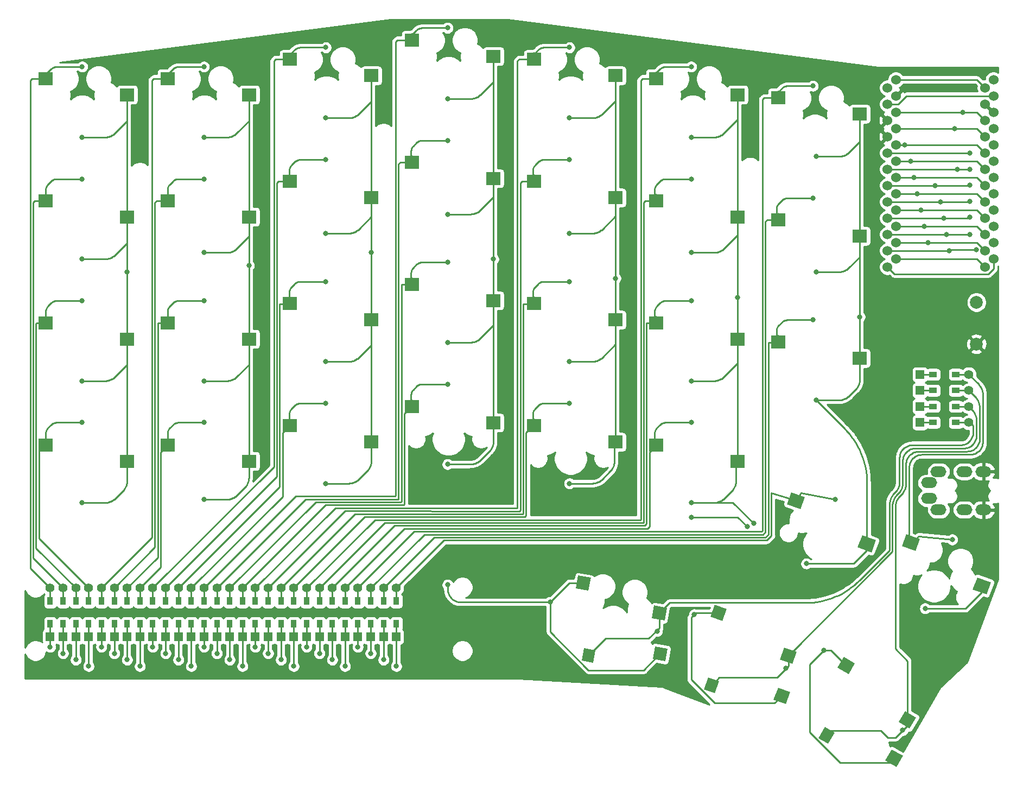
<source format=gtl>
%TF.GenerationSoftware,KiCad,Pcbnew,(5.1.6-0-10_14)*%
%TF.CreationDate,2020-07-09T23:16:05+02:00*%
%TF.ProjectId,splitkb,73706c69-746b-4622-9e6b-696361645f70,rev?*%
%TF.SameCoordinates,Original*%
%TF.FileFunction,Copper,L1,Top*%
%TF.FilePolarity,Positive*%
%FSLAX46Y46*%
G04 Gerber Fmt 4.6, Leading zero omitted, Abs format (unit mm)*
G04 Created by KiCad (PCBNEW (5.1.6-0-10_14)) date 2020-07-09 23:16:05*
%MOMM*%
%LPD*%
G01*
G04 APERTURE LIST*
%TA.AperFunction,SMDPad,CuDef*%
%ADD10C,0.100000*%
%TD*%
%TA.AperFunction,SMDPad,CuDef*%
%ADD11R,2.300000X2.000000*%
%TD*%
%TA.AperFunction,SMDPad,CuDef*%
%ADD12R,0.950000X1.300000*%
%TD*%
%TA.AperFunction,ComponentPad*%
%ADD13C,1.397000*%
%TD*%
%TA.AperFunction,ComponentPad*%
%ADD14R,1.397000X1.397000*%
%TD*%
%TA.AperFunction,SMDPad,CuDef*%
%ADD15R,1.300000X0.950000*%
%TD*%
%TA.AperFunction,ComponentPad*%
%ADD16C,2.000000*%
%TD*%
%TA.AperFunction,ComponentPad*%
%ADD17C,1.524000*%
%TD*%
%TA.AperFunction,ComponentPad*%
%ADD18O,2.500000X1.700000*%
%TD*%
%TA.AperFunction,ViaPad*%
%ADD19C,0.800000*%
%TD*%
%TA.AperFunction,Conductor*%
%ADD20C,0.254000*%
%TD*%
G04 APERTURE END LIST*
%TA.AperFunction,SMDPad,CuDef*%
D10*
%TO.P,SW27,1*%
%TO.N,col5*%
G36*
X168556283Y-136034566D02*
G01*
X167556283Y-137766616D01*
X165824233Y-136766616D01*
X166824233Y-135034566D01*
X168556283Y-136034566D01*
G37*
%TD.AperFunction*%
%TA.AperFunction,SMDPad,CuDef*%
%TO.P,SW27,2*%
%TO.N,Net-(D27-Pad2)*%
G36*
X178111600Y-144484270D02*
G01*
X177111600Y-146216320D01*
X175379550Y-145216320D01*
X176379550Y-143484270D01*
X178111600Y-144484270D01*
G37*
%TD.AperFunction*%
%TA.AperFunction,SMDPad,CuDef*%
G36*
X165404552Y-146893525D02*
G01*
X164404552Y-148625575D01*
X162845706Y-147725575D01*
X163845706Y-145993525D01*
X165404552Y-146893525D01*
G37*
%TD.AperFunction*%
%TA.AperFunction,SMDPad,CuDef*%
%TO.P,SW27,1*%
%TO.N,col5*%
G36*
X176030831Y-150488269D02*
G01*
X175030831Y-152220319D01*
X173298781Y-151220319D01*
X174298781Y-149488269D01*
X176030831Y-150488269D01*
G37*
%TD.AperFunction*%
%TD*%
%TA.AperFunction,SMDPad,CuDef*%
%TO.P,SW22,1*%
%TO.N,col4*%
G36*
X148556897Y-127613377D02*
G01*
X147872856Y-129492762D01*
X145993471Y-128808721D01*
X146677512Y-126929336D01*
X148556897Y-127613377D01*
G37*
%TD.AperFunction*%
%TA.AperFunction,SMDPad,CuDef*%
%TO.P,SW22,2*%
%TO.N,Net-(D22-Pad2)*%
G36*
X159434323Y-134275448D02*
G01*
X158750282Y-136154833D01*
X156870897Y-135470792D01*
X157554938Y-133591407D01*
X159434323Y-134275448D01*
G37*
%TD.AperFunction*%
%TA.AperFunction,SMDPad,CuDef*%
G36*
X147338686Y-138854656D02*
G01*
X146654645Y-140734041D01*
X144963198Y-140118404D01*
X145647239Y-138239019D01*
X147338686Y-138854656D01*
G37*
%TD.AperFunction*%
%TA.AperFunction,SMDPad,CuDef*%
%TO.P,SW22,1*%
%TO.N,col4*%
G36*
X158427749Y-140549554D02*
G01*
X157743708Y-142428939D01*
X155864323Y-141744898D01*
X156548364Y-139865513D01*
X158427749Y-140549554D01*
G37*
%TD.AperFunction*%
%TD*%
%TA.AperFunction,SMDPad,CuDef*%
%TO.P,SW17,1*%
%TO.N,col3*%
G36*
X127335665Y-122713587D02*
G01*
X126988369Y-124683203D01*
X125018753Y-124335907D01*
X125366049Y-122366291D01*
X127335665Y-122713587D01*
G37*
%TD.AperFunction*%
%TA.AperFunction,SMDPad,CuDef*%
%TO.P,SW17,2*%
%TO.N,Net-(D17-Pad2)*%
G36*
X139204696Y-127385601D02*
G01*
X138857400Y-129355217D01*
X136887784Y-129007921D01*
X137235080Y-127038305D01*
X139204696Y-127385601D01*
G37*
%TD.AperFunction*%
%TA.AperFunction,SMDPad,CuDef*%
G36*
X128087989Y-133995627D02*
G01*
X127740693Y-135965242D01*
X125968039Y-135652675D01*
X126315335Y-133683060D01*
X128087989Y-133995627D01*
G37*
%TD.AperFunction*%
%TA.AperFunction,SMDPad,CuDef*%
%TO.P,SW17,1*%
%TO.N,col3*%
G36*
X139302901Y-133739179D02*
G01*
X138955605Y-135708795D01*
X136985989Y-135361499D01*
X137333285Y-133391883D01*
X139302901Y-133739179D01*
G37*
%TD.AperFunction*%
%TD*%
D11*
%TO.P,SW9,2*%
%TO.N,Net-(D9-Pad2)*%
X80400000Y-41830000D03*
%TO.P,SW9,1*%
%TO.N,col2*%
X93100000Y-44370000D03*
%TD*%
%TO.P,SW30,1*%
%TO.N,col6*%
X169300000Y-88470000D03*
%TO.P,SW30,2*%
%TO.N,Net-(D30-Pad2)*%
X156600000Y-85930000D03*
%TD*%
%TO.P,SW2,2*%
%TO.N,Net-(D2-Pad2)*%
X42300000Y-63880000D03*
%TO.P,SW2,1*%
%TO.N,col0*%
X55000000Y-66420000D03*
%TD*%
D12*
%TO.P,D1,2*%
%TO.N,Net-(D1-Pad2)*%
X43000000Y-126350000D03*
D13*
X43000000Y-124315000D03*
D14*
%TO.P,D1,1*%
%TO.N,row0*%
X43000000Y-131935000D03*
D12*
X43000000Y-129900000D03*
%TD*%
%TO.P,D2,1*%
%TO.N,row1*%
X45000000Y-129900000D03*
D14*
X45000000Y-131935000D03*
D13*
%TO.P,D2,2*%
%TO.N,Net-(D2-Pad2)*%
X45000000Y-124315000D03*
D12*
X45000000Y-126350000D03*
%TD*%
%TO.P,D3,2*%
%TO.N,Net-(D3-Pad2)*%
X47000000Y-126350000D03*
D13*
X47000000Y-124315000D03*
D14*
%TO.P,D3,1*%
%TO.N,row2*%
X47000000Y-131935000D03*
D12*
X47000000Y-129900000D03*
%TD*%
%TO.P,D4,2*%
%TO.N,Net-(D4-Pad2)*%
X49000000Y-126350000D03*
D13*
X49000000Y-124315000D03*
D14*
%TO.P,D4,1*%
%TO.N,row3*%
X49000000Y-131935000D03*
D12*
X49000000Y-129900000D03*
%TD*%
%TO.P,D5,1*%
%TO.N,row0*%
X51000000Y-129900000D03*
D14*
X51000000Y-131935000D03*
D13*
%TO.P,D5,2*%
%TO.N,Net-(D5-Pad2)*%
X51000000Y-124315000D03*
D12*
X51000000Y-126350000D03*
%TD*%
%TO.P,D6,2*%
%TO.N,Net-(D6-Pad2)*%
X53000000Y-126350000D03*
D13*
X53000000Y-124315000D03*
D14*
%TO.P,D6,1*%
%TO.N,row1*%
X53000000Y-131935000D03*
D12*
X53000000Y-129900000D03*
%TD*%
%TO.P,D7,2*%
%TO.N,Net-(D7-Pad2)*%
X55000000Y-126350000D03*
D13*
X55000000Y-124315000D03*
D14*
%TO.P,D7,1*%
%TO.N,row2*%
X55000000Y-131935000D03*
D12*
X55000000Y-129900000D03*
%TD*%
%TO.P,D8,1*%
%TO.N,row3*%
X57000000Y-129900000D03*
D14*
X57000000Y-131935000D03*
D13*
%TO.P,D8,2*%
%TO.N,Net-(D8-Pad2)*%
X57000000Y-124315000D03*
D12*
X57000000Y-126350000D03*
%TD*%
%TO.P,D9,1*%
%TO.N,row0*%
X59000000Y-129900000D03*
D14*
X59000000Y-131935000D03*
D13*
%TO.P,D9,2*%
%TO.N,Net-(D9-Pad2)*%
X59000000Y-124315000D03*
D12*
X59000000Y-126350000D03*
%TD*%
%TO.P,D10,2*%
%TO.N,Net-(D10-Pad2)*%
X61000000Y-126350000D03*
D13*
X61000000Y-124315000D03*
D14*
%TO.P,D10,1*%
%TO.N,row1*%
X61000000Y-131935000D03*
D12*
X61000000Y-129900000D03*
%TD*%
%TO.P,D11,1*%
%TO.N,row2*%
X63000000Y-129900000D03*
D14*
X63000000Y-131935000D03*
D13*
%TO.P,D11,2*%
%TO.N,Net-(D11-Pad2)*%
X63000000Y-124315000D03*
D12*
X63000000Y-126350000D03*
%TD*%
%TO.P,D12,2*%
%TO.N,Net-(D12-Pad2)*%
X65000000Y-126350000D03*
D13*
X65000000Y-124315000D03*
D14*
%TO.P,D12,1*%
%TO.N,row3*%
X65000000Y-131935000D03*
D12*
X65000000Y-129900000D03*
%TD*%
%TO.P,D13,1*%
%TO.N,row0*%
X67000000Y-129900000D03*
D14*
X67000000Y-131935000D03*
D13*
%TO.P,D13,2*%
%TO.N,Net-(D13-Pad2)*%
X67000000Y-124315000D03*
D12*
X67000000Y-126350000D03*
%TD*%
%TO.P,D14,2*%
%TO.N,Net-(D14-Pad2)*%
X69000000Y-126350000D03*
D13*
X69000000Y-124315000D03*
D14*
%TO.P,D14,1*%
%TO.N,row1*%
X69000000Y-131935000D03*
D12*
X69000000Y-129900000D03*
%TD*%
%TO.P,D15,2*%
%TO.N,Net-(D15-Pad2)*%
X71000000Y-126350000D03*
D13*
X71000000Y-124315000D03*
D14*
%TO.P,D15,1*%
%TO.N,row2*%
X71000000Y-131935000D03*
D12*
X71000000Y-129900000D03*
%TD*%
%TO.P,D16,1*%
%TO.N,row3*%
X73000000Y-129900000D03*
D14*
X73000000Y-131935000D03*
D13*
%TO.P,D16,2*%
%TO.N,Net-(D16-Pad2)*%
X73000000Y-124315000D03*
D12*
X73000000Y-126350000D03*
%TD*%
D15*
%TO.P,D17,1*%
%TO.N,row4*%
X180725000Y-98500000D03*
D14*
X178690000Y-98500000D03*
D13*
%TO.P,D17,2*%
%TO.N,Net-(D17-Pad2)*%
X186310000Y-98500000D03*
D15*
X184275000Y-98500000D03*
%TD*%
D12*
%TO.P,D18,1*%
%TO.N,row0*%
X75000000Y-129900000D03*
D14*
X75000000Y-131935000D03*
D13*
%TO.P,D18,2*%
%TO.N,Net-(D18-Pad2)*%
X75000000Y-124315000D03*
D12*
X75000000Y-126350000D03*
%TD*%
%TO.P,D19,2*%
%TO.N,Net-(D19-Pad2)*%
X77000000Y-126350000D03*
D13*
X77000000Y-124315000D03*
D14*
%TO.P,D19,1*%
%TO.N,row1*%
X77000000Y-131935000D03*
D12*
X77000000Y-129900000D03*
%TD*%
%TO.P,D20,1*%
%TO.N,row2*%
X79000000Y-129900000D03*
D14*
X79000000Y-131935000D03*
D13*
%TO.P,D20,2*%
%TO.N,Net-(D20-Pad2)*%
X79000000Y-124315000D03*
D12*
X79000000Y-126350000D03*
%TD*%
%TO.P,D21,2*%
%TO.N,Net-(D21-Pad2)*%
X81000000Y-126350000D03*
D13*
X81000000Y-124315000D03*
D14*
%TO.P,D21,1*%
%TO.N,row3*%
X81000000Y-131935000D03*
D12*
X81000000Y-129900000D03*
%TD*%
D15*
%TO.P,D22,1*%
%TO.N,row4*%
X180725000Y-96000000D03*
D14*
X178690000Y-96000000D03*
D13*
%TO.P,D22,2*%
%TO.N,Net-(D22-Pad2)*%
X186310000Y-96000000D03*
D15*
X184275000Y-96000000D03*
%TD*%
D12*
%TO.P,D23,2*%
%TO.N,Net-(D23-Pad2)*%
X83000000Y-126350000D03*
D13*
X83000000Y-124315000D03*
D14*
%TO.P,D23,1*%
%TO.N,row0*%
X83000000Y-131935000D03*
D12*
X83000000Y-129900000D03*
%TD*%
%TO.P,D24,1*%
%TO.N,row1*%
X85000000Y-129900000D03*
D14*
X85000000Y-131935000D03*
D13*
%TO.P,D24,2*%
%TO.N,Net-(D24-Pad2)*%
X85000000Y-124315000D03*
D12*
X85000000Y-126350000D03*
%TD*%
%TO.P,D25,2*%
%TO.N,Net-(D25-Pad2)*%
X87000000Y-126350000D03*
D13*
X87000000Y-124315000D03*
D14*
%TO.P,D25,1*%
%TO.N,row2*%
X87000000Y-131935000D03*
D12*
X87000000Y-129900000D03*
%TD*%
%TO.P,D26,1*%
%TO.N,row3*%
X89000000Y-129900000D03*
D14*
X89000000Y-131935000D03*
D13*
%TO.P,D26,2*%
%TO.N,Net-(D26-Pad2)*%
X89000000Y-124315000D03*
D12*
X89000000Y-126350000D03*
%TD*%
D15*
%TO.P,D27,2*%
%TO.N,Net-(D27-Pad2)*%
X184275000Y-93500000D03*
D13*
X186310000Y-93500000D03*
D14*
%TO.P,D27,1*%
%TO.N,row4*%
X178690000Y-93500000D03*
D15*
X180725000Y-93500000D03*
%TD*%
D12*
%TO.P,D28,2*%
%TO.N,Net-(D28-Pad2)*%
X91000000Y-126350000D03*
D13*
X91000000Y-124315000D03*
D14*
%TO.P,D28,1*%
%TO.N,row0*%
X91000000Y-131935000D03*
D12*
X91000000Y-129900000D03*
%TD*%
%TO.P,D29,1*%
%TO.N,row1*%
X93000000Y-129900000D03*
D14*
X93000000Y-131935000D03*
D13*
%TO.P,D29,2*%
%TO.N,Net-(D29-Pad2)*%
X93000000Y-124315000D03*
D12*
X93000000Y-126350000D03*
%TD*%
%TO.P,D30,1*%
%TO.N,row2*%
X95000000Y-129900000D03*
D14*
X95000000Y-131935000D03*
D13*
%TO.P,D30,2*%
%TO.N,Net-(D30-Pad2)*%
X95000000Y-124315000D03*
D12*
X95000000Y-126350000D03*
%TD*%
%TO.P,D31,2*%
%TO.N,Net-(D31-Pad2)*%
X97000000Y-126350000D03*
D13*
X97000000Y-124315000D03*
D14*
%TO.P,D31,1*%
%TO.N,row3*%
X97000000Y-131935000D03*
D12*
X97000000Y-129900000D03*
%TD*%
D15*
%TO.P,D32,1*%
%TO.N,row4*%
X180725000Y-91000000D03*
D14*
X178690000Y-91000000D03*
D13*
%TO.P,D32,2*%
%TO.N,Net-(D32-Pad2)*%
X186310000Y-91000000D03*
D15*
X184275000Y-91000000D03*
%TD*%
D16*
%TO.P,K1,1*%
%TO.N,reset*%
X187500000Y-79750000D03*
%TO.P,K1,2*%
%TO.N,GND*%
X187500000Y-86250000D03*
%TD*%
D17*
%TO.P,U1,24*%
%TO.N,Net-(U1-Pad24)*%
X174936400Y-45022000D03*
%TO.P,U1,23*%
%TO.N,GND*%
X174936400Y-47562000D03*
%TO.P,U1,22*%
%TO.N,reset*%
X174936400Y-50102000D03*
%TO.P,U1,21*%
%TO.N,VCC*%
X174936400Y-52642000D03*
%TO.P,U1,20*%
%TO.N,col0*%
X174936400Y-55182000D03*
%TO.P,U1,19*%
%TO.N,col1*%
X174936400Y-57722000D03*
%TO.P,U1,18*%
%TO.N,col2*%
X174936400Y-60262000D03*
%TO.P,U1,17*%
%TO.N,col3*%
X174936400Y-62802000D03*
%TO.P,U1,16*%
%TO.N,col4*%
X174936400Y-65342000D03*
%TO.P,U1,15*%
%TO.N,col5*%
X174936400Y-67882000D03*
%TO.P,U1,14*%
%TO.N,col6*%
X174936400Y-70422000D03*
%TO.P,U1,13*%
%TO.N,Net-(U1-Pad13)*%
X174936400Y-72962000D03*
%TO.P,U1,12*%
%TO.N,Net-(U1-Pad12)*%
X190156400Y-72962000D03*
%TO.P,U1,11*%
%TO.N,row4*%
X190156400Y-70422000D03*
%TO.P,U1,10*%
%TO.N,row3*%
X190156400Y-67882000D03*
%TO.P,U1,9*%
%TO.N,row2*%
X190156400Y-65342000D03*
%TO.P,U1,8*%
%TO.N,row1*%
X190156400Y-62802000D03*
%TO.P,U1,7*%
%TO.N,row0*%
X190156400Y-60262000D03*
%TO.P,U1,6*%
%TO.N,data*%
X190156400Y-57722000D03*
%TO.P,U1,5*%
%TO.N,Net-(U1-Pad5)*%
X190156400Y-55182000D03*
%TO.P,U1,4*%
%TO.N,GND*%
X190156400Y-52642000D03*
%TO.P,U1,3*%
X190156400Y-50102000D03*
%TO.P,U1,2*%
%TO.N,Net-(U1-Pad2)*%
X190156400Y-47562000D03*
%TO.P,U1,1*%
%TO.N,Net-(U1-Pad1)*%
X190156400Y-45022000D03*
X173610000Y-46292000D03*
%TO.P,U1,2*%
%TO.N,Net-(U1-Pad2)*%
X173610000Y-48832000D03*
%TO.P,U1,3*%
%TO.N,GND*%
X173610000Y-51372000D03*
%TO.P,U1,4*%
X173610000Y-53912000D03*
%TO.P,U1,5*%
%TO.N,Net-(U1-Pad5)*%
X173610000Y-56452000D03*
%TO.P,U1,6*%
%TO.N,data*%
X173610000Y-58992000D03*
%TO.P,U1,7*%
%TO.N,row0*%
X173610000Y-61532000D03*
%TO.P,U1,8*%
%TO.N,row1*%
X173610000Y-64072000D03*
%TO.P,U1,9*%
%TO.N,row2*%
X173610000Y-66612000D03*
%TO.P,U1,10*%
%TO.N,row3*%
X173610000Y-69152000D03*
%TO.P,U1,11*%
%TO.N,row4*%
X173610000Y-71692000D03*
%TO.P,U1,12*%
%TO.N,Net-(U1-Pad12)*%
X173610000Y-74232000D03*
%TO.P,U1,13*%
%TO.N,Net-(U1-Pad13)*%
X188850000Y-74232000D03*
%TO.P,U1,14*%
%TO.N,col6*%
X188850000Y-71692000D03*
%TO.P,U1,15*%
%TO.N,col5*%
X188850000Y-69152000D03*
%TO.P,U1,16*%
%TO.N,col4*%
X188850000Y-66612000D03*
%TO.P,U1,17*%
%TO.N,col3*%
X188850000Y-64072000D03*
%TO.P,U1,18*%
%TO.N,col2*%
X188850000Y-61532000D03*
%TO.P,U1,19*%
%TO.N,col1*%
X188850000Y-58992000D03*
%TO.P,U1,20*%
%TO.N,col0*%
X188850000Y-56452000D03*
%TO.P,U1,21*%
%TO.N,VCC*%
X188850000Y-53912000D03*
%TO.P,U1,22*%
%TO.N,reset*%
X188850000Y-51372000D03*
%TO.P,U1,23*%
%TO.N,GND*%
X188850000Y-48832000D03*
%TO.P,U1,24*%
%TO.N,Net-(U1-Pad24)*%
X188850000Y-46292000D03*
%TD*%
D18*
%TO.P,J1,D*%
%TO.N,Net-(J1-PadD)*%
X181600000Y-106150000D03*
%TO.P,J1,A*%
%TO.N,VCC*%
X180100000Y-110350000D03*
%TO.P,J1,B*%
%TO.N,GND*%
X188600000Y-106150000D03*
%TO.P,J1,C*%
%TO.N,data*%
X185600000Y-106150000D03*
%TO.P,J1,B*%
%TO.N,GND*%
X188600000Y-112100000D03*
%TO.P,J1,C*%
%TO.N,data*%
X185600000Y-112100000D03*
%TO.P,J1,D*%
%TO.N,Net-(J1-PadD)*%
X181600000Y-112100000D03*
%TO.P,J1,A*%
%TO.N,VCC*%
X180100000Y-107900000D03*
%TD*%
D11*
%TO.P,SW1,2*%
%TO.N,Net-(D1-Pad2)*%
X42300000Y-44830000D03*
%TO.P,SW1,1*%
%TO.N,col0*%
X55000000Y-47370000D03*
%TD*%
%TO.P,SW3,2*%
%TO.N,Net-(D3-Pad2)*%
X42300000Y-82930000D03*
%TO.P,SW3,1*%
%TO.N,col0*%
X55000000Y-85470000D03*
%TD*%
%TO.P,SW4,1*%
%TO.N,col0*%
X55000000Y-104520000D03*
%TO.P,SW4,2*%
%TO.N,Net-(D4-Pad2)*%
X42300000Y-101980000D03*
%TD*%
%TO.P,SW5,1*%
%TO.N,col1*%
X74050000Y-47370000D03*
%TO.P,SW5,2*%
%TO.N,Net-(D5-Pad2)*%
X61350000Y-44830000D03*
%TD*%
%TO.P,SW6,1*%
%TO.N,col1*%
X74050000Y-66420000D03*
%TO.P,SW6,2*%
%TO.N,Net-(D6-Pad2)*%
X61350000Y-63880000D03*
%TD*%
%TO.P,SW7,2*%
%TO.N,Net-(D7-Pad2)*%
X61350000Y-82930000D03*
%TO.P,SW7,1*%
%TO.N,col1*%
X74050000Y-85470000D03*
%TD*%
%TO.P,SW8,2*%
%TO.N,Net-(D8-Pad2)*%
X61350000Y-101980000D03*
%TO.P,SW8,1*%
%TO.N,col1*%
X74050000Y-104520000D03*
%TD*%
%TO.P,SW10,2*%
%TO.N,Net-(D10-Pad2)*%
X80400000Y-60880000D03*
%TO.P,SW10,1*%
%TO.N,col2*%
X93100000Y-63420000D03*
%TD*%
%TO.P,SW11,1*%
%TO.N,col2*%
X93100000Y-82470000D03*
%TO.P,SW11,2*%
%TO.N,Net-(D11-Pad2)*%
X80400000Y-79930000D03*
%TD*%
%TO.P,SW12,1*%
%TO.N,col2*%
X93100000Y-101520000D03*
%TO.P,SW12,2*%
%TO.N,Net-(D12-Pad2)*%
X80400000Y-98980000D03*
%TD*%
%TO.P,SW13,1*%
%TO.N,col3*%
X112150000Y-41370000D03*
%TO.P,SW13,2*%
%TO.N,Net-(D13-Pad2)*%
X99450000Y-38830000D03*
%TD*%
%TO.P,SW14,1*%
%TO.N,col3*%
X112150000Y-60420000D03*
%TO.P,SW14,2*%
%TO.N,Net-(D14-Pad2)*%
X99450000Y-57880000D03*
%TD*%
%TO.P,SW15,1*%
%TO.N,col3*%
X112150000Y-79470000D03*
%TO.P,SW15,2*%
%TO.N,Net-(D15-Pad2)*%
X99450000Y-76930000D03*
%TD*%
%TO.P,SW16,1*%
%TO.N,col3*%
X112150000Y-98520000D03*
%TO.P,SW16,2*%
%TO.N,Net-(D16-Pad2)*%
X99450000Y-95980000D03*
%TD*%
%TO.P,SW18,2*%
%TO.N,Net-(D18-Pad2)*%
X118500000Y-41830000D03*
%TO.P,SW18,1*%
%TO.N,col4*%
X131200000Y-44370000D03*
%TD*%
%TO.P,SW19,1*%
%TO.N,col4*%
X131200000Y-63420000D03*
%TO.P,SW19,2*%
%TO.N,Net-(D19-Pad2)*%
X118500000Y-60880000D03*
%TD*%
%TO.P,SW20,2*%
%TO.N,Net-(D20-Pad2)*%
X118500000Y-79930000D03*
%TO.P,SW20,1*%
%TO.N,col4*%
X131200000Y-82470000D03*
%TD*%
%TO.P,SW21,1*%
%TO.N,col4*%
X131200000Y-101520000D03*
%TO.P,SW21,2*%
%TO.N,Net-(D21-Pad2)*%
X118500000Y-98980000D03*
%TD*%
%TO.P,SW23,2*%
%TO.N,Net-(D23-Pad2)*%
X137550000Y-44830000D03*
%TO.P,SW23,1*%
%TO.N,col5*%
X150250000Y-47370000D03*
%TD*%
%TO.P,SW24,2*%
%TO.N,Net-(D24-Pad2)*%
X137550000Y-63880000D03*
%TO.P,SW24,1*%
%TO.N,col5*%
X150250000Y-66420000D03*
%TD*%
%TO.P,SW25,2*%
%TO.N,Net-(D25-Pad2)*%
X137550000Y-82930000D03*
%TO.P,SW25,1*%
%TO.N,col5*%
X150250000Y-85470000D03*
%TD*%
%TO.P,SW26,2*%
%TO.N,Net-(D26-Pad2)*%
X137550000Y-101980000D03*
%TO.P,SW26,1*%
%TO.N,col5*%
X150250000Y-104520000D03*
%TD*%
%TO.P,SW28,2*%
%TO.N,Net-(D28-Pad2)*%
X156600000Y-47830000D03*
%TO.P,SW28,1*%
%TO.N,col6*%
X169300000Y-50370000D03*
%TD*%
%TO.P,SW29,1*%
%TO.N,col6*%
X169300000Y-69420000D03*
%TO.P,SW29,2*%
%TO.N,Net-(D29-Pad2)*%
X156600000Y-66880000D03*
%TD*%
%TA.AperFunction,SMDPad,CuDef*%
D10*
%TO.P,SW31,1*%
%TO.N,col6*%
G36*
X171832927Y-116873365D02*
G01*
X171148886Y-118752750D01*
X168987593Y-117966103D01*
X169671634Y-116086718D01*
X171832927Y-116873365D01*
G37*
%TD.AperFunction*%
%TA.AperFunction,SMDPad,CuDef*%
%TO.P,SW31,2*%
%TO.N,Net-(D31-Pad2)*%
G36*
X160767562Y-110142890D02*
G01*
X160083521Y-112022275D01*
X157922228Y-111235628D01*
X158606269Y-109356243D01*
X160767562Y-110142890D01*
G37*
%TD.AperFunction*%
%TD*%
%TA.AperFunction,SMDPad,CuDef*%
%TO.P,SW32,1*%
%TO.N,col6*%
G36*
X189782927Y-123423365D02*
G01*
X189098886Y-125302750D01*
X186937593Y-124516103D01*
X187621634Y-122636718D01*
X189782927Y-123423365D01*
G37*
%TD.AperFunction*%
%TA.AperFunction,SMDPad,CuDef*%
%TO.P,SW32,2*%
%TO.N,Net-(D32-Pad2)*%
G36*
X178717562Y-116692890D02*
G01*
X178033521Y-118572275D01*
X175872228Y-117785628D01*
X176556269Y-115906243D01*
X178717562Y-116692890D01*
G37*
%TD.AperFunction*%
%TD*%
D19*
%TO.N,Net-(D1-Pad2)*%
X48000000Y-43000000D03*
%TO.N,row0*%
X43000000Y-133500000D03*
X51000000Y-133500000D03*
X59000000Y-133500000D03*
X91000000Y-133500000D03*
X83000000Y-133500000D03*
X75000000Y-133500000D03*
X67000000Y-133500000D03*
X186500000Y-61500000D03*
X181032000Y-61532000D03*
%TO.N,Net-(D2-Pad2)*%
X48000000Y-60500000D03*
%TO.N,row1*%
X45000000Y-134500000D03*
X53000000Y-134500000D03*
X61000000Y-134500000D03*
X93000000Y-134500000D03*
X85000000Y-134500000D03*
X77000000Y-134500000D03*
X69000000Y-134500000D03*
X186500000Y-64000000D03*
X181928000Y-64072000D03*
%TO.N,Net-(D3-Pad2)*%
X48000000Y-79500000D03*
%TO.N,row2*%
X47000000Y-135500000D03*
X55000000Y-135500000D03*
X95000000Y-135500000D03*
X87000000Y-135500000D03*
X79000000Y-135500000D03*
X71000000Y-135500000D03*
X63000000Y-135500000D03*
X186500000Y-66500000D03*
X182388000Y-66612000D03*
%TO.N,Net-(D4-Pad2)*%
X48000000Y-98500000D03*
%TO.N,row3*%
X49000000Y-136500000D03*
X57000000Y-136500000D03*
X97000000Y-136500000D03*
X89000000Y-136500000D03*
X81000000Y-136500000D03*
X73000000Y-136500000D03*
X65000000Y-136500000D03*
X182848000Y-69152000D03*
X186500000Y-69152000D03*
%TO.N,row4*%
X187500000Y-71500000D03*
X183272990Y-71692000D03*
%TO.N,Net-(D6-Pad2)*%
X67000000Y-60500000D03*
%TO.N,Net-(D7-Pad2)*%
X67000000Y-79500000D03*
%TO.N,Net-(D8-Pad2)*%
X67000000Y-98500000D03*
%TO.N,Net-(D9-Pad2)*%
X86000000Y-40000000D03*
%TO.N,Net-(D11-Pad2)*%
X86000000Y-76500000D03*
%TO.N,Net-(D12-Pad2)*%
X86000000Y-95500000D03*
%TO.N,Net-(D13-Pad2)*%
X105000000Y-36950000D03*
%TO.N,Net-(D14-Pad2)*%
X105000000Y-54500000D03*
%TO.N,Net-(D16-Pad2)*%
X105000000Y-92500000D03*
%TO.N,Net-(D17-Pad2)*%
X137667201Y-131026661D03*
%TO.N,Net-(D18-Pad2)*%
X124000000Y-40000000D03*
%TO.N,Net-(D19-Pad2)*%
X124000000Y-57500000D03*
%TO.N,Net-(D21-Pad2)*%
X124000000Y-95500000D03*
%TO.N,Net-(D22-Pad2)*%
X157800000Y-136800000D03*
%TO.N,Net-(D23-Pad2)*%
X143000000Y-43000000D03*
%TO.N,Net-(D24-Pad2)*%
X143000000Y-60500000D03*
%TO.N,Net-(D25-Pad2)*%
X143000000Y-79500000D03*
%TO.N,Net-(D26-Pad2)*%
X143000000Y-98500000D03*
%TO.N,Net-(D27-Pad2)*%
X176000000Y-146500000D03*
%TO.N,Net-(D28-Pad2)*%
X162000000Y-46000000D03*
%TO.N,Net-(D29-Pad2)*%
X162000000Y-63500000D03*
%TO.N,Net-(D30-Pad2)*%
X162000000Y-82500000D03*
%TO.N,Net-(D31-Pad2)*%
X165500000Y-110500000D03*
%TO.N,Net-(D32-Pad2)*%
X183750000Y-116750000D03*
%TO.N,data*%
X186500000Y-59000000D03*
X184500000Y-59000000D03*
%TO.N,col0*%
X48000000Y-111000000D03*
X48000000Y-92000000D03*
X48000000Y-73000000D03*
X55000000Y-75000000D03*
X48000000Y-54000000D03*
X176318000Y-55182000D03*
%TO.N,col1*%
X67000000Y-110500000D03*
X67000000Y-92000000D03*
X67000000Y-72000000D03*
X67000000Y-54000000D03*
X74000000Y-74000000D03*
X177278000Y-57722000D03*
%TO.N,col2*%
X86000000Y-108000000D03*
X86000000Y-89000000D03*
X86000000Y-69000000D03*
X86000000Y-51000000D03*
X93100000Y-72000000D03*
X177762000Y-60262000D03*
%TO.N,col3*%
X105000000Y-105000000D03*
X105000000Y-86000000D03*
X105000000Y-66000000D03*
X105000000Y-48000000D03*
X112150000Y-73000000D03*
X178302000Y-62802000D03*
X121000000Y-126500000D03*
X105000000Y-123800000D03*
%TO.N,col4*%
X124000000Y-108000000D03*
X124000000Y-89000000D03*
X124000000Y-69000000D03*
X124000000Y-51000000D03*
X131200000Y-76000000D03*
X178842000Y-65342000D03*
X143465805Y-128434195D03*
X143000000Y-113250000D03*
X151750000Y-114750000D03*
%TO.N,col5*%
X143000000Y-111000000D03*
X143000000Y-92000000D03*
X143000000Y-72000000D03*
X143000000Y-54000000D03*
X150250000Y-79000000D03*
X179382000Y-67882000D03*
X163700000Y-134000000D03*
X152750000Y-114250000D03*
%TO.N,col6*%
X162500000Y-95000000D03*
X162500000Y-75000000D03*
X162500000Y-57000000D03*
X169300000Y-82000000D03*
X179922000Y-70422000D03*
X160980000Y-120510000D03*
X179500000Y-127500000D03*
%TO.N,Net-(D5-Pad2)*%
X67000000Y-43000000D03*
%TO.N,Net-(D10-Pad2)*%
X86000000Y-57500000D03*
%TO.N,Net-(D15-Pad2)*%
X105000000Y-73500000D03*
%TO.N,Net-(D20-Pad2)*%
X124000000Y-76500000D03*
%TO.N,VCC*%
X184142000Y-52642000D03*
%TO.N,reset*%
X185398000Y-50102000D03*
%TO.N,Net-(U1-Pad5)*%
X186500000Y-56500000D03*
%TD*%
D20*
%TO.N,Net-(D1-Pad2)*%
X43000000Y-124315000D02*
X43000000Y-126350000D01*
X42653553Y-43846446D02*
X43146446Y-43353553D01*
X42612699Y-43889355D02*
X42653553Y-43846446D01*
X42574000Y-43934218D02*
X42612699Y-43889355D01*
X42537548Y-43980926D02*
X42574000Y-43934218D01*
X42503433Y-44029366D02*
X42537548Y-43980926D01*
X42471736Y-44079422D02*
X42503433Y-44029366D01*
X42442533Y-44130973D02*
X42471736Y-44079422D01*
X42415894Y-44183894D02*
X42442533Y-44130973D01*
X42391885Y-44238059D02*
X42415894Y-44183894D01*
X42370562Y-44293337D02*
X42391885Y-44238059D01*
X42351977Y-44349595D02*
X42370562Y-44293337D01*
X42336175Y-44406696D02*
X42351977Y-44349595D01*
X42323193Y-44464504D02*
X42336175Y-44406696D01*
X42313064Y-44522880D02*
X42323193Y-44464504D01*
X42305812Y-44581682D02*
X42313064Y-44522880D01*
X42301453Y-44640770D02*
X42305812Y-44581682D01*
X42300000Y-44700000D02*
X42301453Y-44640770D01*
X44000000Y-43000000D02*
X48000000Y-43000000D01*
X43940770Y-43001453D02*
X44000000Y-43000000D01*
X43881682Y-43005812D02*
X43940770Y-43001453D01*
X43822880Y-43013064D02*
X43881682Y-43005812D01*
X43764504Y-43023193D02*
X43822880Y-43013064D01*
X43706696Y-43036175D02*
X43764504Y-43023193D01*
X43649595Y-43051977D02*
X43706696Y-43036175D01*
X43593337Y-43070562D02*
X43649595Y-43051977D01*
X43538059Y-43091885D02*
X43593337Y-43070562D01*
X43483894Y-43115894D02*
X43538059Y-43091885D01*
X43430973Y-43142533D02*
X43483894Y-43115894D01*
X43379422Y-43171736D02*
X43430973Y-43142533D01*
X43329366Y-43203433D02*
X43379422Y-43171736D01*
X43280926Y-43237548D02*
X43329366Y-43203433D01*
X43234218Y-43274000D02*
X43280926Y-43237548D01*
X43189355Y-43312699D02*
X43234218Y-43274000D01*
X43146446Y-43353553D02*
X43189355Y-43312699D01*
X39887970Y-121202970D02*
X39887970Y-45112030D01*
X43000000Y-124315000D02*
X39887970Y-121202970D01*
X40170000Y-44830000D02*
X42300000Y-44830000D01*
X39887970Y-45112030D02*
X40170000Y-44830000D01*
%TO.N,row0*%
X59000000Y-131935000D02*
X59000000Y-129900000D01*
X91000000Y-129900000D02*
X91000000Y-131935000D01*
X83000000Y-129900000D02*
X83000000Y-131935000D01*
X75000000Y-129900000D02*
X75000000Y-131935000D01*
X67000000Y-129900000D02*
X67000000Y-131935000D01*
X51000000Y-129900000D02*
X51000000Y-131935000D01*
X43000000Y-129900000D02*
X43000000Y-131935000D01*
X181032000Y-61532000D02*
X186468000Y-61532000D01*
X186468000Y-61532000D02*
X186500000Y-61500000D01*
X173610000Y-61532000D02*
X181032000Y-61532000D01*
X91000000Y-131935000D02*
X91000000Y-133500000D01*
X83000000Y-131935000D02*
X83000000Y-133500000D01*
X75000000Y-131935000D02*
X75000000Y-133500000D01*
X67000000Y-131935000D02*
X67000000Y-133500000D01*
X59000000Y-131935000D02*
X59000000Y-133500000D01*
X51000000Y-131935000D02*
X51000000Y-133500000D01*
X43000000Y-131935000D02*
X43000000Y-133500000D01*
%TO.N,Net-(D2-Pad2)*%
X42305812Y-62081682D02*
X42313064Y-62022880D01*
X42300000Y-62200000D02*
X42300000Y-63830000D01*
X42313064Y-62022880D02*
X42323193Y-61964504D01*
X42351977Y-61849595D02*
X42370562Y-61793337D01*
X42370562Y-61793337D02*
X42391885Y-61738059D01*
X42391885Y-61738059D02*
X42415894Y-61683894D01*
X42415894Y-61683894D02*
X42442533Y-61630973D01*
X42301453Y-62140770D02*
X42305812Y-62081682D01*
X42323193Y-61964504D02*
X42336175Y-61906696D01*
X42336175Y-61906696D02*
X42351977Y-61849595D01*
X42442533Y-61630973D02*
X42471736Y-61579422D01*
X42503433Y-61529366D02*
X42537548Y-61480926D01*
X42471736Y-61579422D02*
X42503433Y-61529366D01*
X42300000Y-62200000D02*
X42301453Y-62140770D01*
X42612699Y-61389355D02*
X42653553Y-61346446D01*
X42537548Y-61480926D02*
X42574000Y-61434218D01*
X42574000Y-61434218D02*
X42612699Y-61389355D01*
X42653553Y-61346446D02*
X43146446Y-60853553D01*
X43280926Y-60737548D02*
X43329366Y-60703433D01*
X43538059Y-60591885D02*
X43593337Y-60570562D01*
X43593337Y-60570562D02*
X43649595Y-60551977D01*
X43146446Y-60853553D02*
X43189355Y-60812699D01*
X43430973Y-60642533D02*
X43483894Y-60615894D01*
X43764504Y-60523193D02*
X43822880Y-60513064D01*
X43881682Y-60505812D02*
X43940770Y-60501453D01*
X44000000Y-60500000D02*
X48000000Y-60500000D01*
X43329366Y-60703433D02*
X43379422Y-60671736D01*
X43483894Y-60615894D02*
X43538059Y-60591885D01*
X43649595Y-60551977D02*
X43706696Y-60536175D01*
X43234218Y-60774000D02*
X43280926Y-60737548D01*
X43379422Y-60671736D02*
X43430973Y-60642533D01*
X43189355Y-60812699D02*
X43234218Y-60774000D01*
X43822880Y-60513064D02*
X43881682Y-60505812D01*
X43940770Y-60501453D02*
X44000000Y-60500000D01*
X43706696Y-60536175D02*
X43764504Y-60523193D01*
X45000000Y-124315000D02*
X45000000Y-126350000D01*
X40341980Y-119656980D02*
X40341980Y-64158020D01*
X45000000Y-124315000D02*
X40341980Y-119656980D01*
X40620000Y-63880000D02*
X42300000Y-63880000D01*
X40341980Y-64158020D02*
X40620000Y-63880000D01*
%TO.N,row1*%
X93000000Y-129900000D02*
X93000000Y-131935000D01*
X85000000Y-129900000D02*
X85000000Y-131935000D01*
X77000000Y-129900000D02*
X77000000Y-131935000D01*
X69000000Y-129900000D02*
X69000000Y-131935000D01*
X61000000Y-129900000D02*
X61000000Y-131935000D01*
X53000000Y-129900000D02*
X53000000Y-131935000D01*
X45000000Y-129900000D02*
X45000000Y-131935000D01*
X173610000Y-64072000D02*
X181928000Y-64072000D01*
X186428000Y-64072000D02*
X186500000Y-64000000D01*
X181928000Y-64072000D02*
X186428000Y-64072000D01*
X93000000Y-131935000D02*
X93000000Y-134500000D01*
X85000000Y-131935000D02*
X85000000Y-134500000D01*
X77000000Y-131935000D02*
X77000000Y-134500000D01*
X69000000Y-131935000D02*
X69000000Y-134500000D01*
X61000000Y-131935000D02*
X61000000Y-134500000D01*
X53000000Y-131935000D02*
X53000000Y-134500000D01*
X45000000Y-131935000D02*
X45000000Y-134500000D01*
%TO.N,Net-(D3-Pad2)*%
X42305812Y-81081682D02*
X42313064Y-81022880D01*
X42300000Y-81200000D02*
X42300000Y-82830000D01*
X42313064Y-81022880D02*
X42323193Y-80964504D01*
X42351977Y-80849595D02*
X42370562Y-80793337D01*
X42370562Y-80793337D02*
X42391885Y-80738059D01*
X42391885Y-80738059D02*
X42415894Y-80683894D01*
X42415894Y-80683894D02*
X42442533Y-80630973D01*
X42301453Y-81140770D02*
X42305812Y-81081682D01*
X42323193Y-80964504D02*
X42336175Y-80906696D01*
X42336175Y-80906696D02*
X42351977Y-80849595D01*
X42442533Y-80630973D02*
X42471736Y-80579422D01*
X42503433Y-80529366D02*
X42537548Y-80480926D01*
X42471736Y-80579422D02*
X42503433Y-80529366D01*
X42300000Y-81200000D02*
X42301453Y-81140770D01*
X42612699Y-80389355D02*
X42653553Y-80346446D01*
X42537548Y-80480926D02*
X42574000Y-80434218D01*
X42574000Y-80434218D02*
X42612699Y-80389355D01*
X42653553Y-80346446D02*
X43146446Y-79853553D01*
X43280926Y-79737548D02*
X43329366Y-79703433D01*
X43538059Y-79591885D02*
X43593337Y-79570562D01*
X43593337Y-79570562D02*
X43649595Y-79551977D01*
X43146446Y-79853553D02*
X43189355Y-79812699D01*
X43430973Y-79642533D02*
X43483894Y-79615894D01*
X43764504Y-79523193D02*
X43822880Y-79513064D01*
X43881682Y-79505812D02*
X43940770Y-79501453D01*
X44000000Y-79500000D02*
X48000000Y-79500000D01*
X43329366Y-79703433D02*
X43379422Y-79671736D01*
X43483894Y-79615894D02*
X43538059Y-79591885D01*
X43649595Y-79551977D02*
X43706696Y-79536175D01*
X43234218Y-79774000D02*
X43280926Y-79737548D01*
X43379422Y-79671736D02*
X43430973Y-79642533D01*
X43189355Y-79812699D02*
X43234218Y-79774000D01*
X43822880Y-79513064D02*
X43881682Y-79505812D01*
X43940770Y-79501453D02*
X44000000Y-79500000D01*
X43706696Y-79536175D02*
X43764504Y-79523193D01*
X47000000Y-124315000D02*
X47000000Y-126350000D01*
X40795990Y-118110990D02*
X40795990Y-83045990D01*
X47000000Y-124315000D02*
X40795990Y-118110990D01*
X40911980Y-82930000D02*
X42300000Y-82930000D01*
X40795990Y-83045990D02*
X40911980Y-82930000D01*
%TO.N,row2*%
X95000000Y-129900000D02*
X95000000Y-131935000D01*
X87000000Y-129900000D02*
X87000000Y-131935000D01*
X79000000Y-129900000D02*
X79000000Y-131935000D01*
X71000000Y-129900000D02*
X71000000Y-131935000D01*
X63000000Y-129900000D02*
X63000000Y-131935000D01*
X55000000Y-129900000D02*
X55000000Y-131935000D01*
X47000000Y-129900000D02*
X47000000Y-131935000D01*
X186388000Y-66612000D02*
X186500000Y-66500000D01*
X173610000Y-66612000D02*
X182388000Y-66612000D01*
X182388000Y-66612000D02*
X186388000Y-66612000D01*
X95000000Y-131935000D02*
X95000000Y-135500000D01*
X87000000Y-131935000D02*
X87000000Y-135500000D01*
X79000000Y-131935000D02*
X79000000Y-135500000D01*
X71000000Y-131935000D02*
X71000000Y-135500000D01*
X63000000Y-131935000D02*
X63000000Y-135500000D01*
X55000000Y-131935000D02*
X55000000Y-135500000D01*
X47000000Y-131935000D02*
X47000000Y-135500000D01*
%TO.N,Net-(D4-Pad2)*%
X42305812Y-100081682D02*
X42313064Y-100022880D01*
X42300000Y-100200000D02*
X42300000Y-101830000D01*
X42313064Y-100022880D02*
X42323193Y-99964504D01*
X42351977Y-99849595D02*
X42370562Y-99793337D01*
X42370562Y-99793337D02*
X42391885Y-99738059D01*
X42391885Y-99738059D02*
X42415894Y-99683894D01*
X42415894Y-99683894D02*
X42442533Y-99630973D01*
X42301453Y-100140770D02*
X42305812Y-100081682D01*
X42323193Y-99964504D02*
X42336175Y-99906696D01*
X42336175Y-99906696D02*
X42351977Y-99849595D01*
X42442533Y-99630973D02*
X42471736Y-99579422D01*
X42503433Y-99529366D02*
X42537548Y-99480926D01*
X42471736Y-99579422D02*
X42503433Y-99529366D01*
X42300000Y-100200000D02*
X42301453Y-100140770D01*
X42612699Y-99389355D02*
X42653553Y-99346446D01*
X42537548Y-99480926D02*
X42574000Y-99434218D01*
X42574000Y-99434218D02*
X42612699Y-99389355D01*
X42653553Y-99346446D02*
X43146446Y-98853553D01*
X43280926Y-98737548D02*
X43329366Y-98703433D01*
X43538059Y-98591885D02*
X43593337Y-98570562D01*
X43593337Y-98570562D02*
X43649595Y-98551977D01*
X43146446Y-98853553D02*
X43189355Y-98812699D01*
X43430973Y-98642533D02*
X43483894Y-98615894D01*
X43764504Y-98523193D02*
X43822880Y-98513064D01*
X43881682Y-98505812D02*
X43940770Y-98501453D01*
X44000000Y-98500000D02*
X48000000Y-98500000D01*
X43329366Y-98703433D02*
X43379422Y-98671736D01*
X43483894Y-98615894D02*
X43538059Y-98591885D01*
X43649595Y-98551977D02*
X43706696Y-98536175D01*
X43234218Y-98774000D02*
X43280926Y-98737548D01*
X43379422Y-98671736D02*
X43430973Y-98642533D01*
X43189355Y-98812699D02*
X43234218Y-98774000D01*
X43822880Y-98513064D02*
X43881682Y-98505812D01*
X43940770Y-98501453D02*
X44000000Y-98500000D01*
X43706696Y-98536175D02*
X43764504Y-98523193D01*
X49000000Y-124315000D02*
X49000000Y-126350000D01*
X41250000Y-116565000D02*
X49000000Y-124315000D01*
X41250000Y-102460000D02*
X41250000Y-116565000D01*
%TO.N,row3*%
X57000000Y-131935000D02*
X57000000Y-129900000D01*
X97000000Y-129900000D02*
X97000000Y-131935000D01*
X89000000Y-129900000D02*
X89000000Y-131935000D01*
X81000000Y-129900000D02*
X81000000Y-131935000D01*
X73000000Y-129900000D02*
X73000000Y-131935000D01*
X65000000Y-129900000D02*
X65000000Y-131935000D01*
X49000000Y-129900000D02*
X49000000Y-131935000D01*
X173610000Y-69152000D02*
X182848000Y-69152000D01*
X182848000Y-69152000D02*
X186500000Y-69152000D01*
X186500000Y-69152000D02*
X186500000Y-69000000D01*
X97000000Y-131935000D02*
X97000000Y-136500000D01*
X89000000Y-131935000D02*
X89000000Y-136500000D01*
X81000000Y-131935000D02*
X81000000Y-136500000D01*
X73000000Y-131935000D02*
X73000000Y-136500000D01*
X65000000Y-131935000D02*
X65000000Y-136500000D01*
X57000000Y-131935000D02*
X57000000Y-136500000D01*
X49000000Y-131935000D02*
X49000000Y-136500000D01*
%TO.N,row4*%
X178690000Y-91000000D02*
X180725000Y-91000000D01*
X178690000Y-93500000D02*
X180725000Y-93500000D01*
X178690000Y-96000000D02*
X180725000Y-96000000D01*
X178690000Y-98500000D02*
X180725000Y-98500000D01*
X187500000Y-71500000D02*
X183464990Y-71500000D01*
X183464990Y-71500000D02*
X183272990Y-71692000D01*
X173610000Y-71692000D02*
X183272990Y-71692000D01*
%TO.N,Net-(D6-Pad2)*%
X61305812Y-62081682D02*
X61313064Y-62022880D01*
X61300000Y-62200000D02*
X61300000Y-63830000D01*
X61313064Y-62022880D02*
X61323193Y-61964504D01*
X61351977Y-61849595D02*
X61370562Y-61793337D01*
X61370562Y-61793337D02*
X61391885Y-61738059D01*
X61391885Y-61738059D02*
X61415894Y-61683894D01*
X61415894Y-61683894D02*
X61442533Y-61630973D01*
X61301453Y-62140770D02*
X61305812Y-62081682D01*
X61323193Y-61964504D02*
X61336175Y-61906696D01*
X61336175Y-61906696D02*
X61351977Y-61849595D01*
X61442533Y-61630973D02*
X61471736Y-61579422D01*
X61503433Y-61529366D02*
X61537548Y-61480926D01*
X61471736Y-61579422D02*
X61503433Y-61529366D01*
X61300000Y-62200000D02*
X61301453Y-62140770D01*
X61612699Y-61389355D02*
X61653553Y-61346446D01*
X61537548Y-61480926D02*
X61574000Y-61434218D01*
X61574000Y-61434218D02*
X61612699Y-61389355D01*
X61653553Y-61346446D02*
X62146446Y-60853553D01*
X62280926Y-60737548D02*
X62329366Y-60703433D01*
X62538059Y-60591885D02*
X62593337Y-60570562D01*
X62593337Y-60570562D02*
X62649595Y-60551977D01*
X62146446Y-60853553D02*
X62189355Y-60812699D01*
X62430973Y-60642533D02*
X62483894Y-60615894D01*
X62764504Y-60523193D02*
X62822880Y-60513064D01*
X62881682Y-60505812D02*
X62940770Y-60501453D01*
X63000000Y-60500000D02*
X67000000Y-60500000D01*
X62329366Y-60703433D02*
X62379422Y-60671736D01*
X62483894Y-60615894D02*
X62538059Y-60591885D01*
X62649595Y-60551977D02*
X62706696Y-60536175D01*
X62234218Y-60774000D02*
X62280926Y-60737548D01*
X62379422Y-60671736D02*
X62430973Y-60642533D01*
X62189355Y-60812699D02*
X62234218Y-60774000D01*
X62822880Y-60513064D02*
X62881682Y-60505812D01*
X62940770Y-60501453D02*
X63000000Y-60500000D01*
X62706696Y-60536175D02*
X62764504Y-60523193D01*
X53000000Y-124315000D02*
X53000000Y-126350000D01*
X53000000Y-124315000D02*
X59341980Y-117973020D01*
X59341980Y-64158020D02*
X59620000Y-63880000D01*
X59620000Y-63880000D02*
X61350000Y-63880000D01*
X59341980Y-117973020D02*
X59341980Y-64158020D01*
%TO.N,Net-(D7-Pad2)*%
X61305812Y-81081682D02*
X61313064Y-81022880D01*
X61300000Y-81200000D02*
X61300000Y-82830000D01*
X61313064Y-81022880D02*
X61323193Y-80964504D01*
X61351977Y-80849595D02*
X61370562Y-80793337D01*
X61370562Y-80793337D02*
X61391885Y-80738059D01*
X61391885Y-80738059D02*
X61415894Y-80683894D01*
X61415894Y-80683894D02*
X61442533Y-80630973D01*
X61301453Y-81140770D02*
X61305812Y-81081682D01*
X61323193Y-80964504D02*
X61336175Y-80906696D01*
X61336175Y-80906696D02*
X61351977Y-80849595D01*
X61442533Y-80630973D02*
X61471736Y-80579422D01*
X61503433Y-80529366D02*
X61537548Y-80480926D01*
X61471736Y-80579422D02*
X61503433Y-80529366D01*
X61300000Y-81200000D02*
X61301453Y-81140770D01*
X61612699Y-80389355D02*
X61653553Y-80346446D01*
X61537548Y-80480926D02*
X61574000Y-80434218D01*
X61574000Y-80434218D02*
X61612699Y-80389355D01*
X61653553Y-80346446D02*
X62146446Y-79853553D01*
X62280926Y-79737548D02*
X62329366Y-79703433D01*
X62538059Y-79591885D02*
X62593337Y-79570562D01*
X62593337Y-79570562D02*
X62649595Y-79551977D01*
X62146446Y-79853553D02*
X62189355Y-79812699D01*
X62430973Y-79642533D02*
X62483894Y-79615894D01*
X62764504Y-79523193D02*
X62822880Y-79513064D01*
X62881682Y-79505812D02*
X62940770Y-79501453D01*
X63000000Y-79500000D02*
X67000000Y-79500000D01*
X62329366Y-79703433D02*
X62379422Y-79671736D01*
X62483894Y-79615894D02*
X62538059Y-79591885D01*
X62649595Y-79551977D02*
X62706696Y-79536175D01*
X62234218Y-79774000D02*
X62280926Y-79737548D01*
X62379422Y-79671736D02*
X62430973Y-79642533D01*
X62189355Y-79812699D02*
X62234218Y-79774000D01*
X62822880Y-79513064D02*
X62881682Y-79505812D01*
X62940770Y-79501453D02*
X63000000Y-79500000D01*
X62706696Y-79536175D02*
X62764504Y-79523193D01*
X55000000Y-124315000D02*
X55000000Y-126350000D01*
X59795990Y-119519010D02*
X59795990Y-83000000D01*
X59795990Y-83000000D02*
X61280000Y-83000000D01*
X61280000Y-83000000D02*
X61350000Y-82930000D01*
X55000000Y-124315000D02*
X59795990Y-119519010D01*
%TO.N,Net-(D8-Pad2)*%
X61305812Y-100081682D02*
X61313064Y-100022880D01*
X61300000Y-100200000D02*
X61300000Y-101830000D01*
X61313064Y-100022880D02*
X61323193Y-99964504D01*
X61351977Y-99849595D02*
X61370562Y-99793337D01*
X61370562Y-99793337D02*
X61391885Y-99738059D01*
X61391885Y-99738059D02*
X61415894Y-99683894D01*
X61415894Y-99683894D02*
X61442533Y-99630973D01*
X61301453Y-100140770D02*
X61305812Y-100081682D01*
X61323193Y-99964504D02*
X61336175Y-99906696D01*
X61336175Y-99906696D02*
X61351977Y-99849595D01*
X61442533Y-99630973D02*
X61471736Y-99579422D01*
X61503433Y-99529366D02*
X61537548Y-99480926D01*
X61471736Y-99579422D02*
X61503433Y-99529366D01*
X61300000Y-100200000D02*
X61301453Y-100140770D01*
X61612699Y-99389355D02*
X61653553Y-99346446D01*
X61537548Y-99480926D02*
X61574000Y-99434218D01*
X61574000Y-99434218D02*
X61612699Y-99389355D01*
X61653553Y-99346446D02*
X62146446Y-98853553D01*
X62280926Y-98737548D02*
X62329366Y-98703433D01*
X62538059Y-98591885D02*
X62593337Y-98570562D01*
X62593337Y-98570562D02*
X62649595Y-98551977D01*
X62146446Y-98853553D02*
X62189355Y-98812699D01*
X62430973Y-98642533D02*
X62483894Y-98615894D01*
X62764504Y-98523193D02*
X62822880Y-98513064D01*
X62881682Y-98505812D02*
X62940770Y-98501453D01*
X63000000Y-98500000D02*
X67000000Y-98500000D01*
X62329366Y-98703433D02*
X62379422Y-98671736D01*
X62483894Y-98615894D02*
X62538059Y-98591885D01*
X62649595Y-98551977D02*
X62706696Y-98536175D01*
X62234218Y-98774000D02*
X62280926Y-98737548D01*
X62379422Y-98671736D02*
X62430973Y-98642533D01*
X62189355Y-98812699D02*
X62234218Y-98774000D01*
X62822880Y-98513064D02*
X62881682Y-98505812D01*
X62940770Y-98501453D02*
X63000000Y-98500000D01*
X62706696Y-98536175D02*
X62764504Y-98523193D01*
X57000000Y-124315000D02*
X57000000Y-126350000D01*
X57000000Y-124315000D02*
X60250000Y-121065000D01*
X60250000Y-121065000D02*
X60250000Y-103080000D01*
X60250000Y-103080000D02*
X61350000Y-101980000D01*
%TO.N,Net-(D9-Pad2)*%
X80305812Y-41581682D02*
X80313064Y-41522880D01*
X80313064Y-41522880D02*
X80323193Y-41464504D01*
X80351977Y-41349595D02*
X80370562Y-41293337D01*
X80370562Y-41293337D02*
X80391885Y-41238059D01*
X80391885Y-41238059D02*
X80415894Y-41183894D01*
X80415894Y-41183894D02*
X80442533Y-41130973D01*
X80301453Y-41640770D02*
X80305812Y-41581682D01*
X80323193Y-41464504D02*
X80336175Y-41406696D01*
X80336175Y-41406696D02*
X80351977Y-41349595D01*
X80442533Y-41130973D02*
X80471736Y-41079422D01*
X80503433Y-41029366D02*
X80537548Y-40980926D01*
X80471736Y-41079422D02*
X80503433Y-41029366D01*
X80300000Y-41700000D02*
X80301453Y-41640770D01*
X80612699Y-40889355D02*
X80653553Y-40846446D01*
X80537548Y-40980926D02*
X80574000Y-40934218D01*
X80574000Y-40934218D02*
X80612699Y-40889355D01*
X80653553Y-40846446D02*
X81146446Y-40353553D01*
X81280926Y-40237548D02*
X81329366Y-40203433D01*
X81538059Y-40091885D02*
X81593337Y-40070562D01*
X81593337Y-40070562D02*
X81649595Y-40051977D01*
X81146446Y-40353553D02*
X81189355Y-40312699D01*
X81430973Y-40142533D02*
X81483894Y-40115894D01*
X81764504Y-40023193D02*
X81822880Y-40013064D01*
X81881682Y-40005812D02*
X81940770Y-40001453D01*
X82000000Y-40000000D02*
X86000000Y-40000000D01*
X81329366Y-40203433D02*
X81379422Y-40171736D01*
X81483894Y-40115894D02*
X81538059Y-40091885D01*
X81649595Y-40051977D02*
X81706696Y-40036175D01*
X81234218Y-40274000D02*
X81280926Y-40237548D01*
X81379422Y-40171736D02*
X81430973Y-40142533D01*
X81189355Y-40312699D02*
X81234218Y-40274000D01*
X81822880Y-40013064D02*
X81881682Y-40005812D01*
X81940770Y-40001453D02*
X82000000Y-40000000D01*
X81706696Y-40036175D02*
X81764504Y-40023193D01*
X59000000Y-124315000D02*
X59000000Y-126350000D01*
X77887970Y-42112030D02*
X78170000Y-41830000D01*
X78170000Y-41830000D02*
X80350000Y-41830000D01*
X77887970Y-105427030D02*
X77887970Y-42112030D01*
X59000000Y-124315000D02*
X77887970Y-105427030D01*
%TO.N,Net-(D11-Pad2)*%
X80530000Y-80000000D02*
X80600000Y-79930000D01*
X78795990Y-80000000D02*
X80280000Y-80000000D01*
X80300000Y-78200000D02*
X80301453Y-78140770D01*
X82000000Y-76500000D02*
X86000000Y-76500000D01*
X81538059Y-76591885D02*
X81593337Y-76570562D01*
X81483894Y-76615894D02*
X81538059Y-76591885D01*
X81649595Y-76551977D02*
X81706696Y-76536175D01*
X81234218Y-76774000D02*
X81280926Y-76737548D01*
X80301453Y-78140770D02*
X80305812Y-78081682D01*
X81764504Y-76523193D02*
X81822880Y-76513064D01*
X81379422Y-76671736D02*
X81430973Y-76642533D01*
X80471736Y-77579422D02*
X80503433Y-77529366D01*
X80415894Y-77683894D02*
X80442533Y-77630973D01*
X81280926Y-76737548D02*
X81329366Y-76703433D01*
X80323193Y-77964504D02*
X80336175Y-77906696D01*
X80537548Y-77480926D02*
X80574000Y-77434218D01*
X80300000Y-78200000D02*
X80300000Y-79830000D01*
X80503433Y-77529366D02*
X80537548Y-77480926D01*
X81146446Y-76853553D02*
X81189355Y-76812699D01*
X81430973Y-76642533D02*
X81483894Y-76615894D01*
X80391885Y-77738059D02*
X80415894Y-77683894D01*
X80351977Y-77849595D02*
X80370562Y-77793337D01*
X81329366Y-76703433D02*
X81379422Y-76671736D01*
X80305812Y-78081682D02*
X80313064Y-78022880D01*
X81881682Y-76505812D02*
X81940770Y-76501453D01*
X80442533Y-77630973D02*
X80471736Y-77579422D01*
X80370562Y-77793337D02*
X80391885Y-77738059D01*
X80574000Y-77434218D02*
X80612699Y-77389355D01*
X80313064Y-78022880D02*
X80323193Y-77964504D01*
X80336175Y-77906696D02*
X80351977Y-77849595D01*
X81593337Y-76570562D02*
X81649595Y-76551977D01*
X80653553Y-77346446D02*
X81146446Y-76853553D01*
X80612699Y-77389355D02*
X80653553Y-77346446D01*
X81940770Y-76501453D02*
X82000000Y-76500000D01*
X81822880Y-76513064D02*
X81881682Y-76505812D01*
X81189355Y-76812699D02*
X81234218Y-76774000D01*
X81706696Y-76536175D02*
X81764504Y-76523193D01*
X63000000Y-124315000D02*
X63000000Y-126350000D01*
X80400000Y-78930000D02*
X80330000Y-79000000D01*
X78769010Y-108545990D02*
X78795990Y-108545990D01*
X63000000Y-124315000D02*
X78769010Y-108545990D01*
X78795990Y-108545990D02*
X78795990Y-80000000D01*
%TO.N,Net-(D12-Pad2)*%
X79250000Y-100080000D02*
X80350000Y-98980000D01*
X80300000Y-97200000D02*
X80301453Y-97140770D01*
X82000000Y-95500000D02*
X86000000Y-95500000D01*
X81538059Y-95591885D02*
X81593337Y-95570562D01*
X81483894Y-95615894D02*
X81538059Y-95591885D01*
X81649595Y-95551977D02*
X81706696Y-95536175D01*
X81234218Y-95774000D02*
X81280926Y-95737548D01*
X80301453Y-97140770D02*
X80305812Y-97081682D01*
X81764504Y-95523193D02*
X81822880Y-95513064D01*
X81379422Y-95671736D02*
X81430973Y-95642533D01*
X80471736Y-96579422D02*
X80503433Y-96529366D01*
X80415894Y-96683894D02*
X80442533Y-96630973D01*
X81280926Y-95737548D02*
X81329366Y-95703433D01*
X80323193Y-96964504D02*
X80336175Y-96906696D01*
X80537548Y-96480926D02*
X80574000Y-96434218D01*
X80300000Y-97200000D02*
X80300000Y-98830000D01*
X80503433Y-96529366D02*
X80537548Y-96480926D01*
X81146446Y-95853553D02*
X81189355Y-95812699D01*
X81430973Y-95642533D02*
X81483894Y-95615894D01*
X80391885Y-96738059D02*
X80415894Y-96683894D01*
X80351977Y-96849595D02*
X80370562Y-96793337D01*
X81329366Y-95703433D02*
X81379422Y-95671736D01*
X80305812Y-97081682D02*
X80313064Y-97022880D01*
X81881682Y-95505812D02*
X81940770Y-95501453D01*
X80442533Y-96630973D02*
X80471736Y-96579422D01*
X80370562Y-96793337D02*
X80391885Y-96738059D01*
X80574000Y-96434218D02*
X80612699Y-96389355D01*
X80313064Y-97022880D02*
X80323193Y-96964504D01*
X80336175Y-96906696D02*
X80351977Y-96849595D01*
X81593337Y-95570562D02*
X81649595Y-95551977D01*
X80653553Y-96346446D02*
X81146446Y-95853553D01*
X80612699Y-96389355D02*
X80653553Y-96346446D01*
X81940770Y-95501453D02*
X82000000Y-95500000D01*
X81822880Y-95513064D02*
X81881682Y-95505812D01*
X81189355Y-95812699D02*
X81234218Y-95774000D01*
X81706696Y-95536175D02*
X81764504Y-95523193D01*
X65000000Y-124315000D02*
X65000000Y-126350000D01*
X80400000Y-97980000D02*
X80380000Y-98000000D01*
X79250000Y-110065000D02*
X79250000Y-100080000D01*
X65000000Y-124315000D02*
X79250000Y-110065000D01*
%TO.N,Net-(D13-Pad2)*%
X99305812Y-38531682D02*
X99313064Y-38472880D01*
X99653553Y-37796446D02*
X100146446Y-37303553D01*
X99574000Y-37884218D02*
X99612699Y-37839355D01*
X99537548Y-37930926D02*
X99574000Y-37884218D01*
X99612699Y-37839355D02*
X99653553Y-37796446D01*
X99300000Y-38650000D02*
X99301453Y-38590770D01*
X99471736Y-38029422D02*
X99503433Y-37979366D01*
X99503433Y-37979366D02*
X99537548Y-37930926D01*
X99442533Y-38080973D02*
X99471736Y-38029422D01*
X99336175Y-38356696D02*
X99351977Y-38299595D01*
X99323193Y-38414504D02*
X99336175Y-38356696D01*
X99301453Y-38590770D02*
X99305812Y-38531682D01*
X99415894Y-38133894D02*
X99442533Y-38080973D01*
X99391885Y-38188059D02*
X99415894Y-38133894D01*
X99370562Y-38243337D02*
X99391885Y-38188059D01*
X99351977Y-38299595D02*
X99370562Y-38243337D01*
X99313064Y-38472880D02*
X99323193Y-38414504D01*
X100706696Y-36986175D02*
X100764504Y-36973193D01*
X100940770Y-36951453D02*
X101000000Y-36950000D01*
X100822880Y-36963064D02*
X100881682Y-36955812D01*
X100379422Y-37121736D02*
X100430973Y-37092533D01*
X100234218Y-37224000D02*
X100280926Y-37187548D01*
X100649595Y-37001977D02*
X100706696Y-36986175D01*
X100483894Y-37065894D02*
X100538059Y-37041885D01*
X100329366Y-37153433D02*
X100379422Y-37121736D01*
X101000000Y-36950000D02*
X105000000Y-36950000D01*
X100881682Y-36955812D02*
X100940770Y-36951453D01*
X100764504Y-36973193D02*
X100822880Y-36963064D01*
X100430973Y-37092533D02*
X100483894Y-37065894D01*
X100593337Y-37020562D02*
X100649595Y-37001977D01*
X100538059Y-37041885D02*
X100593337Y-37020562D01*
X100280926Y-37187548D02*
X100329366Y-37153433D01*
X67000000Y-124315000D02*
X67000000Y-126350000D01*
X99450000Y-37830000D02*
X99280000Y-38000000D01*
X97170000Y-38830000D02*
X99350000Y-38830000D01*
X96887970Y-39112030D02*
X97170000Y-38830000D01*
X67000000Y-124315000D02*
X81315000Y-110000000D01*
X81315000Y-110000000D02*
X96775940Y-110000000D01*
X96775940Y-110000000D02*
X96887970Y-109887970D01*
X96887970Y-109887970D02*
X96887970Y-39112030D01*
%TO.N,Net-(D14-Pad2)*%
X99305812Y-56081682D02*
X99313064Y-56022880D01*
X99300000Y-56200000D02*
X99300000Y-57830000D01*
X99313064Y-56022880D02*
X99323193Y-55964504D01*
X99351977Y-55849595D02*
X99370562Y-55793337D01*
X99370562Y-55793337D02*
X99391885Y-55738059D01*
X99391885Y-55738059D02*
X99415894Y-55683894D01*
X99415894Y-55683894D02*
X99442533Y-55630973D01*
X99301453Y-56140770D02*
X99305812Y-56081682D01*
X99323193Y-55964504D02*
X99336175Y-55906696D01*
X99336175Y-55906696D02*
X99351977Y-55849595D01*
X99442533Y-55630973D02*
X99471736Y-55579422D01*
X99503433Y-55529366D02*
X99537548Y-55480926D01*
X99471736Y-55579422D02*
X99503433Y-55529366D01*
X99300000Y-56200000D02*
X99301453Y-56140770D01*
X99612699Y-55389355D02*
X99653553Y-55346446D01*
X99537548Y-55480926D02*
X99574000Y-55434218D01*
X99574000Y-55434218D02*
X99612699Y-55389355D01*
X99653553Y-55346446D02*
X100146446Y-54853553D01*
X100280926Y-54737548D02*
X100329366Y-54703433D01*
X100538059Y-54591885D02*
X100593337Y-54570562D01*
X100593337Y-54570562D02*
X100649595Y-54551977D01*
X100146446Y-54853553D02*
X100189355Y-54812699D01*
X100430973Y-54642533D02*
X100483894Y-54615894D01*
X100764504Y-54523193D02*
X100822880Y-54513064D01*
X100881682Y-54505812D02*
X100940770Y-54501453D01*
X101000000Y-54500000D02*
X105000000Y-54500000D01*
X100329366Y-54703433D02*
X100379422Y-54671736D01*
X100483894Y-54615894D02*
X100538059Y-54591885D01*
X100649595Y-54551977D02*
X100706696Y-54536175D01*
X100234218Y-54774000D02*
X100280926Y-54737548D01*
X100379422Y-54671736D02*
X100430973Y-54642533D01*
X100189355Y-54812699D02*
X100234218Y-54774000D01*
X100822880Y-54513064D02*
X100881682Y-54505812D01*
X100940770Y-54501453D02*
X101000000Y-54500000D01*
X100706696Y-54536175D02*
X100764504Y-54523193D01*
X69000000Y-124315000D02*
X69000000Y-126350000D01*
X99450000Y-56880000D02*
X99330000Y-57000000D01*
X97341980Y-58158020D02*
X97620000Y-57880000D01*
X97620000Y-57880000D02*
X99350000Y-57880000D01*
X97295990Y-110454010D02*
X97341980Y-110408020D01*
X69000000Y-124315000D02*
X82860990Y-110454010D01*
X97341980Y-110408020D02*
X97341980Y-58158020D01*
X82860990Y-110454010D02*
X97295990Y-110454010D01*
%TO.N,Net-(D16-Pad2)*%
X99305812Y-94081682D02*
X99313064Y-94022880D01*
X99300000Y-94200000D02*
X99300000Y-95830000D01*
X99313064Y-94022880D02*
X99323193Y-93964504D01*
X99351977Y-93849595D02*
X99370562Y-93793337D01*
X99370562Y-93793337D02*
X99391885Y-93738059D01*
X99391885Y-93738059D02*
X99415894Y-93683894D01*
X99415894Y-93683894D02*
X99442533Y-93630973D01*
X99301453Y-94140770D02*
X99305812Y-94081682D01*
X99323193Y-93964504D02*
X99336175Y-93906696D01*
X99336175Y-93906696D02*
X99351977Y-93849595D01*
X99442533Y-93630973D02*
X99471736Y-93579422D01*
X99503433Y-93529366D02*
X99537548Y-93480926D01*
X99471736Y-93579422D02*
X99503433Y-93529366D01*
X99300000Y-94200000D02*
X99301453Y-94140770D01*
X99612699Y-93389355D02*
X99653553Y-93346446D01*
X99537548Y-93480926D02*
X99574000Y-93434218D01*
X99574000Y-93434218D02*
X99612699Y-93389355D01*
X99653553Y-93346446D02*
X100146446Y-92853553D01*
X100280926Y-92737548D02*
X100329366Y-92703433D01*
X100538059Y-92591885D02*
X100593337Y-92570562D01*
X100593337Y-92570562D02*
X100649595Y-92551977D01*
X100146446Y-92853553D02*
X100189355Y-92812699D01*
X100430973Y-92642533D02*
X100483894Y-92615894D01*
X100764504Y-92523193D02*
X100822880Y-92513064D01*
X100881682Y-92505812D02*
X100940770Y-92501453D01*
X101000000Y-92500000D02*
X105000000Y-92500000D01*
X100329366Y-92703433D02*
X100379422Y-92671736D01*
X100483894Y-92615894D02*
X100538059Y-92591885D01*
X100649595Y-92551977D02*
X100706696Y-92536175D01*
X100234218Y-92774000D02*
X100280926Y-92737548D01*
X100379422Y-92671736D02*
X100430973Y-92642533D01*
X100189355Y-92812699D02*
X100234218Y-92774000D01*
X100822880Y-92513064D02*
X100881682Y-92505812D01*
X100940770Y-92501453D02*
X101000000Y-92500000D01*
X100706696Y-92536175D02*
X100764504Y-92523193D01*
X73000000Y-124315000D02*
X73000000Y-126350000D01*
X99450000Y-94980000D02*
X99430000Y-95000000D01*
X98250000Y-97080000D02*
X99350000Y-95980000D01*
X98137970Y-111362030D02*
X98250000Y-111250000D01*
X85952970Y-111362030D02*
X98137970Y-111362030D01*
X73000000Y-124315000D02*
X85952970Y-111362030D01*
X98250000Y-111250000D02*
X98250000Y-97080000D01*
%TO.N,Net-(D17-Pad2)*%
X184275000Y-98500000D02*
X186310000Y-98500000D01*
X186310000Y-98500000D02*
X186310000Y-98810000D01*
X186500000Y-98500000D02*
X187000000Y-99000000D01*
X186310000Y-98500000D02*
X186500000Y-98500000D01*
X138046240Y-130525230D02*
X138046240Y-128196761D01*
X136386441Y-132185029D02*
X138046240Y-130525230D01*
X129667136Y-132185029D02*
X136386441Y-132185029D01*
X127028014Y-134824151D02*
X129667136Y-132185029D01*
X139640675Y-126602326D02*
X138046240Y-128196761D01*
X185000000Y-102000000D02*
X185196034Y-101990369D01*
X185196034Y-101990369D02*
X185390180Y-101961570D01*
X185390180Y-101961570D02*
X185580569Y-101913880D01*
X185580569Y-101913880D02*
X185765366Y-101847759D01*
X185765366Y-101847759D02*
X185942793Y-101763842D01*
X185942793Y-101763842D02*
X186111140Y-101662939D01*
X186111140Y-101662939D02*
X186268786Y-101546020D01*
X186268786Y-101546020D02*
X186414213Y-101414213D01*
X186414213Y-101414213D02*
X186546020Y-101268786D01*
X186546020Y-101268786D02*
X186662939Y-101111140D01*
X186662939Y-101111140D02*
X186763842Y-100942793D01*
X186763842Y-100942793D02*
X186847759Y-100765366D01*
X186847759Y-100765366D02*
X186913880Y-100580569D01*
X186913880Y-100580569D02*
X186961570Y-100390180D01*
X186961570Y-100390180D02*
X186990369Y-100196034D01*
X186990369Y-100196034D02*
X187000000Y-100000000D01*
X187000000Y-100000000D02*
X187000000Y-99000000D01*
X175500000Y-104000000D02*
X175509630Y-103803965D01*
X175509630Y-103803965D02*
X175538429Y-103609819D01*
X175538429Y-103609819D02*
X175586119Y-103419430D01*
X175586119Y-103419430D02*
X175652240Y-103234633D01*
X175652240Y-103234633D02*
X175736157Y-103057206D01*
X175736157Y-103057206D02*
X175837060Y-102888859D01*
X175837060Y-102888859D02*
X175953979Y-102731213D01*
X175953979Y-102731213D02*
X176085786Y-102585786D01*
X176085786Y-102585786D02*
X176231213Y-102453979D01*
X176231213Y-102453979D02*
X176388859Y-102337060D01*
X176388859Y-102337060D02*
X176557206Y-102236157D01*
X176557206Y-102236157D02*
X176734633Y-102152240D01*
X176734633Y-102152240D02*
X176919430Y-102086119D01*
X176919430Y-102086119D02*
X177109819Y-102038429D01*
X177109819Y-102038429D02*
X177303965Y-102009630D01*
X177303965Y-102009630D02*
X177500000Y-102000000D01*
X177500000Y-102000000D02*
X185000000Y-102000000D01*
X174792892Y-109422974D02*
X174874599Y-109337153D01*
X174874599Y-109337153D02*
X174951997Y-109247427D01*
X174951997Y-109247427D02*
X175024899Y-109154012D01*
X175024899Y-109154012D02*
X175093130Y-109057132D01*
X175093130Y-109057132D02*
X175156525Y-108957021D01*
X175156525Y-108957021D02*
X175214931Y-108853919D01*
X175214931Y-108853919D02*
X175268208Y-108748076D01*
X175268208Y-108748076D02*
X175316227Y-108639747D01*
X175316227Y-108639747D02*
X175358873Y-108529191D01*
X175358873Y-108529191D02*
X175396043Y-108416676D01*
X175396043Y-108416676D02*
X175427648Y-108302473D01*
X175427648Y-108302473D02*
X175453610Y-108186857D01*
X175453610Y-108186857D02*
X175473868Y-108070106D01*
X175473868Y-108070106D02*
X175488373Y-107952502D01*
X175488373Y-107952502D02*
X175497091Y-107834327D01*
X175497091Y-107834327D02*
X175500000Y-107715868D01*
X175500000Y-107715868D02*
X175500000Y-104000000D01*
X173941340Y-111274526D02*
X173941340Y-118442324D01*
X173941340Y-111274526D02*
X173944247Y-111156066D01*
X173944247Y-111156066D02*
X173952964Y-111037891D01*
X173952964Y-111037891D02*
X173967469Y-110920287D01*
X173967469Y-110920287D02*
X173987727Y-110803536D01*
X173987727Y-110803536D02*
X174013690Y-110687919D01*
X174013690Y-110687919D02*
X174045294Y-110573716D01*
X174045294Y-110573716D02*
X174082464Y-110461201D01*
X174082464Y-110461201D02*
X174125110Y-110350646D01*
X174125110Y-110350646D02*
X174173129Y-110242316D01*
X174173129Y-110242316D02*
X174226406Y-110136473D01*
X174226406Y-110136473D02*
X174284812Y-110033372D01*
X174284812Y-110033372D02*
X174348207Y-109933260D01*
X174348207Y-109933260D02*
X174416438Y-109836380D01*
X174416438Y-109836380D02*
X174489340Y-109742964D01*
X174489340Y-109742964D02*
X174566738Y-109653239D01*
X174566738Y-109653239D02*
X174648446Y-109567419D01*
X174648446Y-109567419D02*
X174792892Y-109422974D01*
X160781338Y-126602326D02*
X139640675Y-126602326D01*
X160781338Y-126602326D02*
X161373637Y-126587785D01*
X161373637Y-126587785D02*
X161964509Y-126544200D01*
X161964509Y-126544200D02*
X162552531Y-126471674D01*
X162552531Y-126471674D02*
X163136286Y-126370383D01*
X163136286Y-126370383D02*
X163714367Y-126240570D01*
X163714367Y-126240570D02*
X164285383Y-126082549D01*
X164285383Y-126082549D02*
X164847957Y-125896700D01*
X164847957Y-125896700D02*
X165400735Y-125683470D01*
X165400735Y-125683470D02*
X165942383Y-125443373D01*
X165942383Y-125443373D02*
X166471599Y-125176989D01*
X166471599Y-125176989D02*
X166987106Y-124884957D01*
X166987106Y-124884957D02*
X167487663Y-124567983D01*
X167487663Y-124567983D02*
X167972063Y-124226830D01*
X167972063Y-124226830D02*
X168439141Y-123862319D01*
X168439141Y-123862319D02*
X168887770Y-123475328D01*
X168887770Y-123475328D02*
X169316871Y-123066792D01*
X169316871Y-123066792D02*
X173941340Y-118442324D01*
%TO.N,Net-(D18-Pad2)*%
X118305812Y-41581682D02*
X118313064Y-41522880D01*
X118313064Y-41522880D02*
X118323193Y-41464504D01*
X118351977Y-41349595D02*
X118370562Y-41293337D01*
X118370562Y-41293337D02*
X118391885Y-41238059D01*
X118391885Y-41238059D02*
X118415894Y-41183894D01*
X118415894Y-41183894D02*
X118442533Y-41130973D01*
X118301453Y-41640770D02*
X118305812Y-41581682D01*
X118323193Y-41464504D02*
X118336175Y-41406696D01*
X118336175Y-41406696D02*
X118351977Y-41349595D01*
X118442533Y-41130973D02*
X118471736Y-41079422D01*
X118503433Y-41029366D02*
X118537548Y-40980926D01*
X118471736Y-41079422D02*
X118503433Y-41029366D01*
X118300000Y-41700000D02*
X118301453Y-41640770D01*
X118612699Y-40889355D02*
X118653553Y-40846446D01*
X118537548Y-40980926D02*
X118574000Y-40934218D01*
X118574000Y-40934218D02*
X118612699Y-40889355D01*
X118653553Y-40846446D02*
X119146446Y-40353553D01*
X119280926Y-40237548D02*
X119329366Y-40203433D01*
X119538059Y-40091885D02*
X119593337Y-40070562D01*
X119593337Y-40070562D02*
X119649595Y-40051977D01*
X119146446Y-40353553D02*
X119189355Y-40312699D01*
X119430973Y-40142533D02*
X119483894Y-40115894D01*
X119764504Y-40023193D02*
X119822880Y-40013064D01*
X119881682Y-40005812D02*
X119940770Y-40001453D01*
X120000000Y-40000000D02*
X124000000Y-40000000D01*
X119329366Y-40203433D02*
X119379422Y-40171736D01*
X119483894Y-40115894D02*
X119538059Y-40091885D01*
X119649595Y-40051977D02*
X119706696Y-40036175D01*
X119234218Y-40274000D02*
X119280926Y-40237548D01*
X119379422Y-40171736D02*
X119430973Y-40142533D01*
X119189355Y-40312699D02*
X119234218Y-40274000D01*
X119822880Y-40013064D02*
X119881682Y-40005812D01*
X119940770Y-40001453D02*
X120000000Y-40000000D01*
X119706696Y-40036175D02*
X119764504Y-40023193D01*
X75000000Y-124315000D02*
X75000000Y-126350000D01*
X118500000Y-40830000D02*
X118330000Y-41000000D01*
X87498960Y-111816040D02*
X115887970Y-111862030D01*
X75000000Y-124315000D02*
X87498960Y-111816040D01*
X116170000Y-41830000D02*
X118350000Y-41830000D01*
X115887970Y-42112030D02*
X116170000Y-41830000D01*
X115887970Y-111862030D02*
X115887970Y-42112030D01*
%TO.N,Net-(D19-Pad2)*%
X118305812Y-59081682D02*
X118313064Y-59022880D01*
X118300000Y-59200000D02*
X118300000Y-60830000D01*
X118313064Y-59022880D02*
X118323193Y-58964504D01*
X118351977Y-58849595D02*
X118370562Y-58793337D01*
X118370562Y-58793337D02*
X118391885Y-58738059D01*
X118391885Y-58738059D02*
X118415894Y-58683894D01*
X118415894Y-58683894D02*
X118442533Y-58630973D01*
X118301453Y-59140770D02*
X118305812Y-59081682D01*
X118323193Y-58964504D02*
X118336175Y-58906696D01*
X118336175Y-58906696D02*
X118351977Y-58849595D01*
X118442533Y-58630973D02*
X118471736Y-58579422D01*
X118503433Y-58529366D02*
X118537548Y-58480926D01*
X118471736Y-58579422D02*
X118503433Y-58529366D01*
X118300000Y-59200000D02*
X118301453Y-59140770D01*
X118612699Y-58389355D02*
X118653553Y-58346446D01*
X118537548Y-58480926D02*
X118574000Y-58434218D01*
X118574000Y-58434218D02*
X118612699Y-58389355D01*
X118653553Y-58346446D02*
X119146446Y-57853553D01*
X119280926Y-57737548D02*
X119329366Y-57703433D01*
X119538059Y-57591885D02*
X119593337Y-57570562D01*
X119593337Y-57570562D02*
X119649595Y-57551977D01*
X119146446Y-57853553D02*
X119189355Y-57812699D01*
X119430973Y-57642533D02*
X119483894Y-57615894D01*
X119764504Y-57523193D02*
X119822880Y-57513064D01*
X119881682Y-57505812D02*
X119940770Y-57501453D01*
X120000000Y-57500000D02*
X124000000Y-57500000D01*
X119329366Y-57703433D02*
X119379422Y-57671736D01*
X119483894Y-57615894D02*
X119538059Y-57591885D01*
X119649595Y-57551977D02*
X119706696Y-57536175D01*
X119234218Y-57774000D02*
X119280926Y-57737548D01*
X119379422Y-57671736D02*
X119430973Y-57642533D01*
X119189355Y-57812699D02*
X119234218Y-57774000D01*
X119822880Y-57513064D02*
X119881682Y-57505812D01*
X119940770Y-57501453D02*
X120000000Y-57500000D01*
X119706696Y-57536175D02*
X119764504Y-57523193D01*
X77000000Y-124315000D02*
X77000000Y-126350000D01*
X118500000Y-59880000D02*
X118380000Y-60000000D01*
X116620000Y-60880000D02*
X118350000Y-60880000D01*
X116341980Y-61158020D02*
X116620000Y-60880000D01*
X89042449Y-112272552D02*
X116075291Y-112316343D01*
X77000000Y-124315000D02*
X89042449Y-112272552D01*
X116183657Y-112316343D02*
X116341980Y-112158020D01*
X116075291Y-112316343D02*
X116183657Y-112316343D01*
X116341980Y-112158020D02*
X116341980Y-61158020D01*
%TO.N,Net-(D21-Pad2)*%
X118305812Y-97081682D02*
X118313064Y-97022880D01*
X118300000Y-97200000D02*
X118300000Y-98830000D01*
X118313064Y-97022880D02*
X118323193Y-96964504D01*
X118351977Y-96849595D02*
X118370562Y-96793337D01*
X118370562Y-96793337D02*
X118391885Y-96738059D01*
X118391885Y-96738059D02*
X118415894Y-96683894D01*
X118415894Y-96683894D02*
X118442533Y-96630973D01*
X118301453Y-97140770D02*
X118305812Y-97081682D01*
X118323193Y-96964504D02*
X118336175Y-96906696D01*
X118336175Y-96906696D02*
X118351977Y-96849595D01*
X118442533Y-96630973D02*
X118471736Y-96579422D01*
X118503433Y-96529366D02*
X118537548Y-96480926D01*
X118471736Y-96579422D02*
X118503433Y-96529366D01*
X118300000Y-97200000D02*
X118301453Y-97140770D01*
X118612699Y-96389355D02*
X118653553Y-96346446D01*
X118537548Y-96480926D02*
X118574000Y-96434218D01*
X118574000Y-96434218D02*
X118612699Y-96389355D01*
X118653553Y-96346446D02*
X119146446Y-95853553D01*
X119280926Y-95737548D02*
X119329366Y-95703433D01*
X119538059Y-95591885D02*
X119593337Y-95570562D01*
X119593337Y-95570562D02*
X119649595Y-95551977D01*
X119146446Y-95853553D02*
X119189355Y-95812699D01*
X119430973Y-95642533D02*
X119483894Y-95615894D01*
X119764504Y-95523193D02*
X119822880Y-95513064D01*
X119881682Y-95505812D02*
X119940770Y-95501453D01*
X120000000Y-95500000D02*
X124000000Y-95500000D01*
X119329366Y-95703433D02*
X119379422Y-95671736D01*
X119483894Y-95615894D02*
X119538059Y-95591885D01*
X119649595Y-95551977D02*
X119706696Y-95536175D01*
X119234218Y-95774000D02*
X119280926Y-95737548D01*
X119379422Y-95671736D02*
X119430973Y-95642533D01*
X119189355Y-95812699D02*
X119234218Y-95774000D01*
X119822880Y-95513064D02*
X119881682Y-95505812D01*
X119940770Y-95501453D02*
X120000000Y-95500000D01*
X119706696Y-95536175D02*
X119764504Y-95523193D01*
X81000000Y-124315000D02*
X81000000Y-126350000D01*
X118500000Y-97980000D02*
X118480000Y-98000000D01*
X117250000Y-100080000D02*
X118350000Y-98980000D01*
X92090637Y-113224363D02*
X117025637Y-113224363D01*
X81000000Y-124315000D02*
X92090637Y-113224363D01*
X117025637Y-113224363D02*
X117250000Y-113000000D01*
X117250000Y-113000000D02*
X117250000Y-100080000D01*
%TO.N,Net-(D22-Pad2)*%
X184275000Y-96000000D02*
X186310000Y-96000000D01*
X147377510Y-138259962D02*
X146150942Y-139486530D01*
X156379420Y-138259962D02*
X147377510Y-138259962D01*
X158152610Y-136486772D02*
X156379420Y-138259962D01*
X158152610Y-134873120D02*
X158152610Y-136486772D01*
X174395350Y-118630380D02*
X158152610Y-134873120D01*
X186792893Y-96482893D02*
X186310000Y-96000000D01*
X186792893Y-96482893D02*
X186874600Y-96568713D01*
X186874600Y-96568713D02*
X186951998Y-96658438D01*
X186951998Y-96658438D02*
X187024900Y-96751854D01*
X187024900Y-96751854D02*
X187093131Y-96848734D01*
X187093131Y-96848734D02*
X187156526Y-96948846D01*
X187156526Y-96948846D02*
X187214932Y-97051947D01*
X187214932Y-97051947D02*
X187268209Y-97157790D01*
X187268209Y-97157790D02*
X187316228Y-97266120D01*
X187316228Y-97266120D02*
X187358874Y-97376675D01*
X187358874Y-97376675D02*
X187396044Y-97489190D01*
X187396044Y-97489190D02*
X187427648Y-97603393D01*
X187427648Y-97603393D02*
X187453611Y-97719010D01*
X187453611Y-97719010D02*
X187473869Y-97835761D01*
X187473869Y-97835761D02*
X187488374Y-97953365D01*
X187488374Y-97953365D02*
X187497091Y-98071540D01*
X187497091Y-98071540D02*
X187500000Y-98190000D01*
X185500000Y-102500000D02*
X185696034Y-102490369D01*
X185696034Y-102490369D02*
X185890180Y-102461570D01*
X185890180Y-102461570D02*
X186080569Y-102413880D01*
X186080569Y-102413880D02*
X186265366Y-102347759D01*
X186265366Y-102347759D02*
X186442793Y-102263842D01*
X186442793Y-102263842D02*
X186611140Y-102162939D01*
X186611140Y-102162939D02*
X186768786Y-102046020D01*
X186768786Y-102046020D02*
X186914213Y-101914213D01*
X186914213Y-101914213D02*
X187046020Y-101768786D01*
X187046020Y-101768786D02*
X187162939Y-101611140D01*
X187162939Y-101611140D02*
X187263842Y-101442793D01*
X187263842Y-101442793D02*
X187347759Y-101265366D01*
X187347759Y-101265366D02*
X187413880Y-101080569D01*
X187413880Y-101080569D02*
X187461570Y-100890180D01*
X187461570Y-100890180D02*
X187490369Y-100696034D01*
X187490369Y-100696034D02*
X187500000Y-100500000D01*
X187500000Y-100500000D02*
X187500000Y-98190000D01*
X176000000Y-104500000D02*
X176009630Y-104303965D01*
X176009630Y-104303965D02*
X176038429Y-104109819D01*
X176038429Y-104109819D02*
X176086119Y-103919430D01*
X176086119Y-103919430D02*
X176152240Y-103734633D01*
X176152240Y-103734633D02*
X176236157Y-103557206D01*
X176236157Y-103557206D02*
X176337060Y-103388859D01*
X176337060Y-103388859D02*
X176453979Y-103231213D01*
X176453979Y-103231213D02*
X176585786Y-103085786D01*
X176585786Y-103085786D02*
X176731213Y-102953979D01*
X176731213Y-102953979D02*
X176888859Y-102837060D01*
X176888859Y-102837060D02*
X177057206Y-102736157D01*
X177057206Y-102736157D02*
X177234633Y-102652240D01*
X177234633Y-102652240D02*
X177419430Y-102586119D01*
X177419430Y-102586119D02*
X177609819Y-102538429D01*
X177609819Y-102538429D02*
X177803965Y-102509630D01*
X177803965Y-102509630D02*
X178000000Y-102500000D01*
X178000000Y-102500000D02*
X185500000Y-102500000D01*
X175292892Y-109565040D02*
X175374599Y-109479219D01*
X175374599Y-109479219D02*
X175451997Y-109389493D01*
X175451997Y-109389493D02*
X175524899Y-109296078D01*
X175524899Y-109296078D02*
X175593130Y-109199198D01*
X175593130Y-109199198D02*
X175656525Y-109099087D01*
X175656525Y-109099087D02*
X175714931Y-108995985D01*
X175714931Y-108995985D02*
X175768208Y-108890142D01*
X175768208Y-108890142D02*
X175816227Y-108781813D01*
X175816227Y-108781813D02*
X175858873Y-108671257D01*
X175858873Y-108671257D02*
X175896043Y-108558742D01*
X175896043Y-108558742D02*
X175927648Y-108444539D01*
X175927648Y-108444539D02*
X175953610Y-108328923D01*
X175953610Y-108328923D02*
X175973868Y-108212172D01*
X175973868Y-108212172D02*
X175988373Y-108094568D01*
X175988373Y-108094568D02*
X175997091Y-107976393D01*
X175997091Y-107976393D02*
X176000000Y-107857934D01*
X176000000Y-107857934D02*
X176000000Y-104500000D01*
X174395350Y-111462583D02*
X174395350Y-118630380D01*
X174395350Y-111462583D02*
X174398257Y-111344123D01*
X174398257Y-111344123D02*
X174406974Y-111225948D01*
X174406974Y-111225948D02*
X174421479Y-111108344D01*
X174421479Y-111108344D02*
X174441737Y-110991592D01*
X174441737Y-110991592D02*
X174467700Y-110875976D01*
X174467700Y-110875976D02*
X174499304Y-110761773D01*
X174499304Y-110761773D02*
X174536474Y-110649258D01*
X174536474Y-110649258D02*
X174579120Y-110538702D01*
X174579120Y-110538702D02*
X174627139Y-110430372D01*
X174627139Y-110430372D02*
X174680416Y-110324529D01*
X174680416Y-110324529D02*
X174738822Y-110221428D01*
X174738822Y-110221428D02*
X174802217Y-110121316D01*
X174802217Y-110121316D02*
X174870447Y-110024436D01*
X174870447Y-110024436D02*
X174943350Y-109931020D01*
X174943350Y-109931020D02*
X175020748Y-109841294D01*
X175020748Y-109841294D02*
X175102456Y-109755475D01*
X175102456Y-109755475D02*
X175292892Y-109565040D01*
%TO.N,Net-(D23-Pad2)*%
X137305812Y-44581682D02*
X137313064Y-44522880D01*
X137313064Y-44522880D02*
X137323193Y-44464504D01*
X137351977Y-44349595D02*
X137370562Y-44293337D01*
X137370562Y-44293337D02*
X137391885Y-44238059D01*
X137391885Y-44238059D02*
X137415894Y-44183894D01*
X137415894Y-44183894D02*
X137442533Y-44130973D01*
X137301453Y-44640770D02*
X137305812Y-44581682D01*
X137323193Y-44464504D02*
X137336175Y-44406696D01*
X137336175Y-44406696D02*
X137351977Y-44349595D01*
X137442533Y-44130973D02*
X137471736Y-44079422D01*
X137503433Y-44029366D02*
X137537548Y-43980926D01*
X137471736Y-44079422D02*
X137503433Y-44029366D01*
X137300000Y-44700000D02*
X137301453Y-44640770D01*
X137612699Y-43889355D02*
X137653553Y-43846446D01*
X137537548Y-43980926D02*
X137574000Y-43934218D01*
X137574000Y-43934218D02*
X137612699Y-43889355D01*
X137653553Y-43846446D02*
X138146446Y-43353553D01*
X138280926Y-43237548D02*
X138329366Y-43203433D01*
X138538059Y-43091885D02*
X138593337Y-43070562D01*
X138593337Y-43070562D02*
X138649595Y-43051977D01*
X138146446Y-43353553D02*
X138189355Y-43312699D01*
X138430973Y-43142533D02*
X138483894Y-43115894D01*
X138764504Y-43023193D02*
X138822880Y-43013064D01*
X138881682Y-43005812D02*
X138940770Y-43001453D01*
X139000000Y-43000000D02*
X143000000Y-43000000D01*
X138329366Y-43203433D02*
X138379422Y-43171736D01*
X138483894Y-43115894D02*
X138538059Y-43091885D01*
X138649595Y-43051977D02*
X138706696Y-43036175D01*
X138234218Y-43274000D02*
X138280926Y-43237548D01*
X138379422Y-43171736D02*
X138430973Y-43142533D01*
X138189355Y-43312699D02*
X138234218Y-43274000D01*
X138822880Y-43013064D02*
X138881682Y-43005812D01*
X138940770Y-43001453D02*
X139000000Y-43000000D01*
X138706696Y-43036175D02*
X138764504Y-43023193D01*
X83000000Y-124315000D02*
X83000000Y-126350000D01*
X137550000Y-43830000D02*
X137380000Y-44000000D01*
X135137970Y-45112030D02*
X135420000Y-44830000D01*
X135420000Y-44830000D02*
X137600000Y-44830000D01*
X83000000Y-124315000D02*
X93636627Y-113678373D01*
X135071627Y-113678373D02*
X135137970Y-113612030D01*
X93636627Y-113678373D02*
X135071627Y-113678373D01*
X135137970Y-113612030D02*
X135137970Y-45112030D01*
%TO.N,Net-(D24-Pad2)*%
X137305812Y-62081682D02*
X137313064Y-62022880D01*
X137300000Y-62200000D02*
X137300000Y-63830000D01*
X137313064Y-62022880D02*
X137323193Y-61964504D01*
X137351977Y-61849595D02*
X137370562Y-61793337D01*
X137370562Y-61793337D02*
X137391885Y-61738059D01*
X137391885Y-61738059D02*
X137415894Y-61683894D01*
X137415894Y-61683894D02*
X137442533Y-61630973D01*
X137301453Y-62140770D02*
X137305812Y-62081682D01*
X137323193Y-61964504D02*
X137336175Y-61906696D01*
X137336175Y-61906696D02*
X137351977Y-61849595D01*
X137442533Y-61630973D02*
X137471736Y-61579422D01*
X137503433Y-61529366D02*
X137537548Y-61480926D01*
X137471736Y-61579422D02*
X137503433Y-61529366D01*
X137300000Y-62200000D02*
X137301453Y-62140770D01*
X137612699Y-61389355D02*
X137653553Y-61346446D01*
X137537548Y-61480926D02*
X137574000Y-61434218D01*
X137574000Y-61434218D02*
X137612699Y-61389355D01*
X137653553Y-61346446D02*
X138146446Y-60853553D01*
X138280926Y-60737548D02*
X138329366Y-60703433D01*
X138538059Y-60591885D02*
X138593337Y-60570562D01*
X138593337Y-60570562D02*
X138649595Y-60551977D01*
X138146446Y-60853553D02*
X138189355Y-60812699D01*
X138430973Y-60642533D02*
X138483894Y-60615894D01*
X138764504Y-60523193D02*
X138822880Y-60513064D01*
X138881682Y-60505812D02*
X138940770Y-60501453D01*
X139000000Y-60500000D02*
X143000000Y-60500000D01*
X138329366Y-60703433D02*
X138379422Y-60671736D01*
X138483894Y-60615894D02*
X138538059Y-60591885D01*
X138649595Y-60551977D02*
X138706696Y-60536175D01*
X138234218Y-60774000D02*
X138280926Y-60737548D01*
X138379422Y-60671736D02*
X138430973Y-60642533D01*
X138189355Y-60812699D02*
X138234218Y-60774000D01*
X138822880Y-60513064D02*
X138881682Y-60505812D01*
X138940770Y-60501453D02*
X139000000Y-60500000D01*
X138706696Y-60536175D02*
X138764504Y-60523193D01*
X85000000Y-124315000D02*
X85000000Y-126350000D01*
X137550000Y-62880000D02*
X137430000Y-63000000D01*
X135591980Y-64158020D02*
X135870000Y-63880000D01*
X135870000Y-63880000D02*
X137600000Y-63880000D01*
X135551577Y-114132383D02*
X135591980Y-114091980D01*
X85000000Y-124315000D02*
X95182617Y-114132383D01*
X135591980Y-114091980D02*
X135591980Y-64158020D01*
X95182617Y-114132383D02*
X135551577Y-114132383D01*
%TO.N,Net-(D25-Pad2)*%
X137305812Y-81081682D02*
X137313064Y-81022880D01*
X137300000Y-81200000D02*
X137300000Y-82830000D01*
X137313064Y-81022880D02*
X137323193Y-80964504D01*
X137351977Y-80849595D02*
X137370562Y-80793337D01*
X137370562Y-80793337D02*
X137391885Y-80738059D01*
X137391885Y-80738059D02*
X137415894Y-80683894D01*
X137415894Y-80683894D02*
X137442533Y-80630973D01*
X137301453Y-81140770D02*
X137305812Y-81081682D01*
X137323193Y-80964504D02*
X137336175Y-80906696D01*
X137336175Y-80906696D02*
X137351977Y-80849595D01*
X137442533Y-80630973D02*
X137471736Y-80579422D01*
X137503433Y-80529366D02*
X137537548Y-80480926D01*
X137471736Y-80579422D02*
X137503433Y-80529366D01*
X137300000Y-81200000D02*
X137301453Y-81140770D01*
X137612699Y-80389355D02*
X137653553Y-80346446D01*
X137537548Y-80480926D02*
X137574000Y-80434218D01*
X137574000Y-80434218D02*
X137612699Y-80389355D01*
X137653553Y-80346446D02*
X138146446Y-79853553D01*
X138280926Y-79737548D02*
X138329366Y-79703433D01*
X138538059Y-79591885D02*
X138593337Y-79570562D01*
X138593337Y-79570562D02*
X138649595Y-79551977D01*
X138146446Y-79853553D02*
X138189355Y-79812699D01*
X138430973Y-79642533D02*
X138483894Y-79615894D01*
X138764504Y-79523193D02*
X138822880Y-79513064D01*
X138881682Y-79505812D02*
X138940770Y-79501453D01*
X139000000Y-79500000D02*
X143000000Y-79500000D01*
X138329366Y-79703433D02*
X138379422Y-79671736D01*
X138483894Y-79615894D02*
X138538059Y-79591885D01*
X138649595Y-79551977D02*
X138706696Y-79536175D01*
X138234218Y-79774000D02*
X138280926Y-79737548D01*
X138379422Y-79671736D02*
X138430973Y-79642533D01*
X138189355Y-79812699D02*
X138234218Y-79774000D01*
X138822880Y-79513064D02*
X138881682Y-79505812D01*
X138940770Y-79501453D02*
X139000000Y-79500000D01*
X138706696Y-79536175D02*
X138764504Y-79523193D01*
X87000000Y-124315000D02*
X87000000Y-126350000D01*
X137550000Y-81930000D02*
X137480000Y-82000000D01*
X136045990Y-83000000D02*
X137530000Y-83000000D01*
X137530000Y-83000000D02*
X137600000Y-82930000D01*
X87000000Y-124315000D02*
X96728607Y-114586393D01*
X135739634Y-114586393D02*
X136045990Y-114280037D01*
X96728607Y-114586393D02*
X135739634Y-114586393D01*
X136045990Y-114280037D02*
X136045990Y-83000000D01*
%TO.N,Net-(D26-Pad2)*%
X137305812Y-100081682D02*
X137313064Y-100022880D01*
X138706696Y-98536175D02*
X138764504Y-98523193D01*
X138940770Y-98501453D02*
X139000000Y-98500000D01*
X138822880Y-98513064D02*
X138881682Y-98505812D01*
X138189355Y-98812699D02*
X138234218Y-98774000D01*
X138379422Y-98671736D02*
X138430973Y-98642533D01*
X138234218Y-98774000D02*
X138280926Y-98737548D01*
X138649595Y-98551977D02*
X138706696Y-98536175D01*
X138483894Y-98615894D02*
X138538059Y-98591885D01*
X138329366Y-98703433D02*
X138379422Y-98671736D01*
X139000000Y-98500000D02*
X143000000Y-98500000D01*
X138881682Y-98505812D02*
X138940770Y-98501453D01*
X138764504Y-98523193D02*
X138822880Y-98513064D01*
X138430973Y-98642533D02*
X138483894Y-98615894D01*
X138146446Y-98853553D02*
X138189355Y-98812699D01*
X138593337Y-98570562D02*
X138649595Y-98551977D01*
X138538059Y-98591885D02*
X138593337Y-98570562D01*
X138280926Y-98737548D02*
X138329366Y-98703433D01*
X137653553Y-99346446D02*
X138146446Y-98853553D01*
X137574000Y-99434218D02*
X137612699Y-99389355D01*
X137537548Y-99480926D02*
X137574000Y-99434218D01*
X137612699Y-99389355D02*
X137653553Y-99346446D01*
X137300000Y-100200000D02*
X137301453Y-100140770D01*
X137471736Y-99579422D02*
X137503433Y-99529366D01*
X137503433Y-99529366D02*
X137537548Y-99480926D01*
X137442533Y-99630973D02*
X137471736Y-99579422D01*
X137336175Y-99906696D02*
X137351977Y-99849595D01*
X137323193Y-99964504D02*
X137336175Y-99906696D01*
X137301453Y-100140770D02*
X137305812Y-100081682D01*
X137415894Y-99683894D02*
X137442533Y-99630973D01*
X137391885Y-99738059D02*
X137415894Y-99683894D01*
X137370562Y-99793337D02*
X137391885Y-99738059D01*
X137351977Y-99849595D02*
X137370562Y-99793337D01*
X137313064Y-100022880D02*
X137323193Y-99964504D01*
X137300000Y-100200000D02*
X137300000Y-101830000D01*
X89000000Y-124315000D02*
X89000000Y-126350000D01*
X136500000Y-103080000D02*
X137600000Y-101980000D01*
X89000000Y-124315000D02*
X98274597Y-115040403D01*
X136209597Y-115040403D02*
X136500000Y-114750000D01*
X136500000Y-114750000D02*
X136500000Y-103080000D01*
X98274597Y-115040403D02*
X136209597Y-115040403D01*
%TO.N,Net-(D27-Pad2)*%
X184275000Y-93500000D02*
X186310000Y-93500000D01*
X176745575Y-145757527D02*
X176745575Y-144850295D01*
X173650179Y-147627001D02*
X174876101Y-147627001D01*
X172600678Y-146577500D02*
X173650179Y-147627001D01*
X164857179Y-146577500D02*
X172600678Y-146577500D01*
X164125129Y-147309550D02*
X164857179Y-146577500D01*
X176745575Y-135677537D02*
X174849360Y-133781322D01*
X176745575Y-144850295D02*
X176745575Y-135677537D01*
X176051551Y-146451551D02*
X176100000Y-146500000D01*
X174876101Y-147627001D02*
X176051551Y-146451551D01*
X176051551Y-146451551D02*
X176745575Y-145757527D01*
X187292893Y-94482893D02*
X186310000Y-93500000D01*
X187292893Y-94482893D02*
X187374600Y-94568713D01*
X187374600Y-94568713D02*
X187451998Y-94658438D01*
X187451998Y-94658438D02*
X187524900Y-94751854D01*
X187524900Y-94751854D02*
X187593131Y-94848734D01*
X187593131Y-94848734D02*
X187656526Y-94948846D01*
X187656526Y-94948846D02*
X187714932Y-95051947D01*
X187714932Y-95051947D02*
X187768209Y-95157790D01*
X187768209Y-95157790D02*
X187816228Y-95266120D01*
X187816228Y-95266120D02*
X187858874Y-95376675D01*
X187858874Y-95376675D02*
X187896044Y-95489190D01*
X187896044Y-95489190D02*
X187927648Y-95603393D01*
X187927648Y-95603393D02*
X187953611Y-95719010D01*
X187953611Y-95719010D02*
X187973869Y-95835761D01*
X187973869Y-95835761D02*
X187988374Y-95953365D01*
X187988374Y-95953365D02*
X187997091Y-96071540D01*
X187997091Y-96071540D02*
X188000000Y-96190000D01*
X186000000Y-103000000D02*
X186196034Y-102990369D01*
X186196034Y-102990369D02*
X186390180Y-102961570D01*
X186390180Y-102961570D02*
X186580569Y-102913880D01*
X186580569Y-102913880D02*
X186765366Y-102847759D01*
X186765366Y-102847759D02*
X186942793Y-102763842D01*
X186942793Y-102763842D02*
X187111140Y-102662939D01*
X187111140Y-102662939D02*
X187268786Y-102546020D01*
X187268786Y-102546020D02*
X187414213Y-102414213D01*
X187414213Y-102414213D02*
X187546020Y-102268786D01*
X187546020Y-102268786D02*
X187662939Y-102111140D01*
X187662939Y-102111140D02*
X187763842Y-101942793D01*
X187763842Y-101942793D02*
X187847759Y-101765366D01*
X187847759Y-101765366D02*
X187913880Y-101580569D01*
X187913880Y-101580569D02*
X187961570Y-101390180D01*
X187961570Y-101390180D02*
X187990369Y-101196034D01*
X187990369Y-101196034D02*
X188000000Y-101000000D01*
X188000000Y-101000000D02*
X188000000Y-96190000D01*
X176500000Y-105000000D02*
X176509630Y-104803965D01*
X176509630Y-104803965D02*
X176538429Y-104609819D01*
X176538429Y-104609819D02*
X176586119Y-104419430D01*
X176586119Y-104419430D02*
X176652240Y-104234633D01*
X176652240Y-104234633D02*
X176736157Y-104057206D01*
X176736157Y-104057206D02*
X176837060Y-103888859D01*
X176837060Y-103888859D02*
X176953979Y-103731213D01*
X176953979Y-103731213D02*
X177085786Y-103585786D01*
X177085786Y-103585786D02*
X177231213Y-103453979D01*
X177231213Y-103453979D02*
X177388859Y-103337060D01*
X177388859Y-103337060D02*
X177557206Y-103236157D01*
X177557206Y-103236157D02*
X177734633Y-103152240D01*
X177734633Y-103152240D02*
X177919430Y-103086119D01*
X177919430Y-103086119D02*
X178109819Y-103038429D01*
X178109819Y-103038429D02*
X178303965Y-103009630D01*
X178303965Y-103009630D02*
X178500000Y-103000000D01*
X178500000Y-103000000D02*
X186000000Y-103000000D01*
X175792893Y-109707106D02*
X175874600Y-109621285D01*
X175874600Y-109621285D02*
X175951998Y-109531560D01*
X175951998Y-109531560D02*
X176024900Y-109438144D01*
X176024900Y-109438144D02*
X176093131Y-109341264D01*
X176093131Y-109341264D02*
X176156526Y-109241153D01*
X176156526Y-109241153D02*
X176214932Y-109138051D01*
X176214932Y-109138051D02*
X176268209Y-109032208D01*
X176268209Y-109032208D02*
X176316228Y-108923879D01*
X176316228Y-108923879D02*
X176358874Y-108813323D01*
X176358874Y-108813323D02*
X176396044Y-108700808D01*
X176396044Y-108700808D02*
X176427648Y-108586605D01*
X176427648Y-108586605D02*
X176453611Y-108470989D01*
X176453611Y-108470989D02*
X176473869Y-108354238D01*
X176473869Y-108354238D02*
X176488374Y-108236634D01*
X176488374Y-108236634D02*
X176497091Y-108118459D01*
X176497091Y-108118459D02*
X176500000Y-108000000D01*
X176500000Y-108000000D02*
X176500000Y-105000000D01*
X174849360Y-111650640D02*
X174849360Y-133781322D01*
X174849360Y-111650640D02*
X174852267Y-111532180D01*
X174852267Y-111532180D02*
X174860984Y-111414005D01*
X174860984Y-111414005D02*
X174875489Y-111296401D01*
X174875489Y-111296401D02*
X174895747Y-111179649D01*
X174895747Y-111179649D02*
X174921710Y-111064033D01*
X174921710Y-111064033D02*
X174953314Y-110949830D01*
X174953314Y-110949830D02*
X174990484Y-110837315D01*
X174990484Y-110837315D02*
X175033130Y-110726759D01*
X175033130Y-110726759D02*
X175081149Y-110618429D01*
X175081149Y-110618429D02*
X175134426Y-110512586D01*
X175134426Y-110512586D02*
X175192832Y-110409485D01*
X175192832Y-110409485D02*
X175256227Y-110309373D01*
X175256227Y-110309373D02*
X175324457Y-110212493D01*
X175324457Y-110212493D02*
X175397360Y-110119077D01*
X175397360Y-110119077D02*
X175474758Y-110029351D01*
X175474758Y-110029351D02*
X175556466Y-109943532D01*
X175556466Y-109943532D02*
X175792893Y-109707106D01*
%TO.N,Net-(D28-Pad2)*%
X156305812Y-47581682D02*
X156313064Y-47522880D01*
X156313064Y-47522880D02*
X156323193Y-47464504D01*
X156351977Y-47349595D02*
X156370562Y-47293337D01*
X156370562Y-47293337D02*
X156391885Y-47238059D01*
X156391885Y-47238059D02*
X156415894Y-47183894D01*
X156415894Y-47183894D02*
X156442533Y-47130973D01*
X156301453Y-47640770D02*
X156305812Y-47581682D01*
X156323193Y-47464504D02*
X156336175Y-47406696D01*
X156336175Y-47406696D02*
X156351977Y-47349595D01*
X156442533Y-47130973D02*
X156471736Y-47079422D01*
X156503433Y-47029366D02*
X156537548Y-46980926D01*
X156471736Y-47079422D02*
X156503433Y-47029366D01*
X156300000Y-47700000D02*
X156301453Y-47640770D01*
X156612699Y-46889355D02*
X156653553Y-46846446D01*
X156537548Y-46980926D02*
X156574000Y-46934218D01*
X156574000Y-46934218D02*
X156612699Y-46889355D01*
X156653553Y-46846446D02*
X157146446Y-46353553D01*
X157280926Y-46237548D02*
X157329366Y-46203433D01*
X157538059Y-46091885D02*
X157593337Y-46070562D01*
X157593337Y-46070562D02*
X157649595Y-46051977D01*
X157146446Y-46353553D02*
X157189355Y-46312699D01*
X157430973Y-46142533D02*
X157483894Y-46115894D01*
X157764504Y-46023193D02*
X157822880Y-46013064D01*
X157881682Y-46005812D02*
X157940770Y-46001453D01*
X158000000Y-46000000D02*
X162000000Y-46000000D01*
X157329366Y-46203433D02*
X157379422Y-46171736D01*
X157483894Y-46115894D02*
X157538059Y-46091885D01*
X157649595Y-46051977D02*
X157706696Y-46036175D01*
X157234218Y-46274000D02*
X157280926Y-46237548D01*
X157379422Y-46171736D02*
X157430973Y-46142533D01*
X157189355Y-46312699D02*
X157234218Y-46274000D01*
X157822880Y-46013064D02*
X157881682Y-46005812D01*
X157940770Y-46001453D02*
X158000000Y-46000000D01*
X157706696Y-46036175D02*
X157764504Y-46023193D01*
X91000000Y-124315000D02*
X91000000Y-126350000D01*
X156430000Y-47000000D02*
X156600000Y-46830000D01*
X154137970Y-48112030D02*
X154420000Y-47830000D01*
X154420000Y-47830000D02*
X156600000Y-47830000D01*
X91000000Y-124315000D02*
X99815000Y-115500000D01*
X154000000Y-115500000D02*
X154137970Y-115362030D01*
X99815000Y-115500000D02*
X154000000Y-115500000D01*
X154137970Y-115362030D02*
X154137970Y-48112030D01*
%TO.N,Net-(D29-Pad2)*%
X156305812Y-65081682D02*
X156313064Y-65022880D01*
X156300000Y-65200000D02*
X156300000Y-66830000D01*
X156313064Y-65022880D02*
X156323193Y-64964504D01*
X156351977Y-64849595D02*
X156370562Y-64793337D01*
X156370562Y-64793337D02*
X156391885Y-64738059D01*
X156391885Y-64738059D02*
X156415894Y-64683894D01*
X156415894Y-64683894D02*
X156442533Y-64630973D01*
X156301453Y-65140770D02*
X156305812Y-65081682D01*
X156323193Y-64964504D02*
X156336175Y-64906696D01*
X156336175Y-64906696D02*
X156351977Y-64849595D01*
X156442533Y-64630973D02*
X156471736Y-64579422D01*
X156503433Y-64529366D02*
X156537548Y-64480926D01*
X156471736Y-64579422D02*
X156503433Y-64529366D01*
X156300000Y-65200000D02*
X156301453Y-65140770D01*
X156612699Y-64389355D02*
X156653553Y-64346446D01*
X156537548Y-64480926D02*
X156574000Y-64434218D01*
X156574000Y-64434218D02*
X156612699Y-64389355D01*
X156653553Y-64346446D02*
X157146446Y-63853553D01*
X157280926Y-63737548D02*
X157329366Y-63703433D01*
X157538059Y-63591885D02*
X157593337Y-63570562D01*
X157593337Y-63570562D02*
X157649595Y-63551977D01*
X157146446Y-63853553D02*
X157189355Y-63812699D01*
X157430973Y-63642533D02*
X157483894Y-63615894D01*
X157764504Y-63523193D02*
X157822880Y-63513064D01*
X157881682Y-63505812D02*
X157940770Y-63501453D01*
X158000000Y-63500000D02*
X162000000Y-63500000D01*
X157329366Y-63703433D02*
X157379422Y-63671736D01*
X157483894Y-63615894D02*
X157538059Y-63591885D01*
X157649595Y-63551977D02*
X157706696Y-63536175D01*
X157234218Y-63774000D02*
X157280926Y-63737548D01*
X157379422Y-63671736D02*
X157430973Y-63642533D01*
X157189355Y-63812699D02*
X157234218Y-63774000D01*
X157822880Y-63513064D02*
X157881682Y-63505812D01*
X157940770Y-63501453D02*
X158000000Y-63500000D01*
X157706696Y-63536175D02*
X157764504Y-63523193D01*
X93000000Y-124315000D02*
X93000000Y-126350000D01*
X156480000Y-66000000D02*
X156600000Y-65880000D01*
X154870000Y-66880000D02*
X156600000Y-66880000D01*
X154591980Y-67158020D02*
X154870000Y-66880000D01*
X93000000Y-124315000D02*
X101360990Y-115954010D01*
X154188057Y-115954010D02*
X154550087Y-115591980D01*
X101360990Y-115954010D02*
X154188057Y-115954010D01*
X154591980Y-115591980D02*
X154591980Y-67158020D01*
X154550087Y-115591980D02*
X154591980Y-115591980D01*
%TO.N,Net-(D30-Pad2)*%
X156305812Y-84081682D02*
X156313064Y-84022880D01*
X156300000Y-84200000D02*
X156300000Y-85830000D01*
X156313064Y-84022880D02*
X156323193Y-83964504D01*
X156351977Y-83849595D02*
X156370562Y-83793337D01*
X156370562Y-83793337D02*
X156391885Y-83738059D01*
X156391885Y-83738059D02*
X156415894Y-83683894D01*
X156415894Y-83683894D02*
X156442533Y-83630973D01*
X156301453Y-84140770D02*
X156305812Y-84081682D01*
X156323193Y-83964504D02*
X156336175Y-83906696D01*
X156336175Y-83906696D02*
X156351977Y-83849595D01*
X156442533Y-83630973D02*
X156471736Y-83579422D01*
X156503433Y-83529366D02*
X156537548Y-83480926D01*
X156471736Y-83579422D02*
X156503433Y-83529366D01*
X156300000Y-84200000D02*
X156301453Y-84140770D01*
X156612699Y-83389355D02*
X156653553Y-83346446D01*
X156537548Y-83480926D02*
X156574000Y-83434218D01*
X156574000Y-83434218D02*
X156612699Y-83389355D01*
X156653553Y-83346446D02*
X157146446Y-82853553D01*
X157280926Y-82737548D02*
X157329366Y-82703433D01*
X157538059Y-82591885D02*
X157593337Y-82570562D01*
X157593337Y-82570562D02*
X157649595Y-82551977D01*
X157146446Y-82853553D02*
X157189355Y-82812699D01*
X157430973Y-82642533D02*
X157483894Y-82615894D01*
X157764504Y-82523193D02*
X157822880Y-82513064D01*
X157881682Y-82505812D02*
X157940770Y-82501453D01*
X158000000Y-82500000D02*
X162000000Y-82500000D01*
X157329366Y-82703433D02*
X157379422Y-82671736D01*
X157483894Y-82615894D02*
X157538059Y-82591885D01*
X157649595Y-82551977D02*
X157706696Y-82536175D01*
X157234218Y-82774000D02*
X157280926Y-82737548D01*
X157379422Y-82671736D02*
X157430973Y-82642533D01*
X157189355Y-82812699D02*
X157234218Y-82774000D01*
X157822880Y-82513064D02*
X157881682Y-82505812D01*
X157940770Y-82501453D02*
X158000000Y-82500000D01*
X157706696Y-82536175D02*
X157764504Y-82523193D01*
X95000000Y-124315000D02*
X95000000Y-126350000D01*
X156530000Y-85000000D02*
X156600000Y-84930000D01*
X155045990Y-86000000D02*
X156530000Y-86000000D01*
X156530000Y-86000000D02*
X156600000Y-85930000D01*
X95000000Y-124315000D02*
X102906980Y-116408020D01*
X154591980Y-116408020D02*
X155045990Y-115954010D01*
X102906980Y-116408020D02*
X154591980Y-116408020D01*
X155045990Y-115954010D02*
X155045990Y-86000000D01*
%TO.N,Net-(D31-Pad2)*%
X97000000Y-124315000D02*
X97000000Y-126350000D01*
X97000000Y-124315000D02*
X97000000Y-123900000D01*
X97000000Y-123900000D02*
X97004815Y-123801982D01*
X155500000Y-109500000D02*
X159344895Y-110689259D01*
X154780037Y-116862030D02*
X155500000Y-116142067D01*
X104452970Y-116862030D02*
X154780037Y-116862030D01*
X155500000Y-116142067D02*
X155500000Y-109500000D01*
X97000000Y-124315000D02*
X104452970Y-116862030D01*
X160165575Y-109500000D02*
X159344895Y-110689259D01*
X165500000Y-110500000D02*
X160165575Y-109500000D01*
%TO.N,Net-(D32-Pad2)*%
X186310000Y-91000000D02*
X184275000Y-91000000D01*
X177000000Y-116944364D02*
X177294895Y-117239259D01*
X187792893Y-92482893D02*
X186310000Y-91000000D01*
X187792893Y-92482893D02*
X187874600Y-92568713D01*
X187874600Y-92568713D02*
X187951998Y-92658438D01*
X187951998Y-92658438D02*
X188024900Y-92751854D01*
X188024900Y-92751854D02*
X188093131Y-92848734D01*
X188093131Y-92848734D02*
X188156526Y-92948846D01*
X188156526Y-92948846D02*
X188214932Y-93051947D01*
X188214932Y-93051947D02*
X188268209Y-93157790D01*
X188268209Y-93157790D02*
X188316228Y-93266120D01*
X188316228Y-93266120D02*
X188358874Y-93376675D01*
X188358874Y-93376675D02*
X188396044Y-93489190D01*
X188396044Y-93489190D02*
X188427648Y-93603393D01*
X188427648Y-93603393D02*
X188453611Y-93719010D01*
X188453611Y-93719010D02*
X188473869Y-93835761D01*
X188473869Y-93835761D02*
X188488374Y-93953365D01*
X188488374Y-93953365D02*
X188497091Y-94071540D01*
X188497091Y-94071540D02*
X188500000Y-94190000D01*
X186500000Y-103500000D02*
X186696034Y-103490369D01*
X186696034Y-103490369D02*
X186890180Y-103461570D01*
X186890180Y-103461570D02*
X187080569Y-103413880D01*
X187080569Y-103413880D02*
X187265366Y-103347759D01*
X187265366Y-103347759D02*
X187442793Y-103263842D01*
X187442793Y-103263842D02*
X187611140Y-103162939D01*
X187611140Y-103162939D02*
X187768786Y-103046020D01*
X187768786Y-103046020D02*
X187914213Y-102914213D01*
X187914213Y-102914213D02*
X188046020Y-102768786D01*
X188046020Y-102768786D02*
X188162939Y-102611140D01*
X188162939Y-102611140D02*
X188263842Y-102442793D01*
X188263842Y-102442793D02*
X188347759Y-102265366D01*
X188347759Y-102265366D02*
X188413880Y-102080569D01*
X188413880Y-102080569D02*
X188461570Y-101890180D01*
X188461570Y-101890180D02*
X188490369Y-101696034D01*
X188490369Y-101696034D02*
X188500000Y-101500000D01*
X188500000Y-101500000D02*
X188500000Y-94190000D01*
X177000000Y-105500000D02*
X177000000Y-116944364D01*
X177000000Y-105500000D02*
X177009630Y-105303965D01*
X177009630Y-105303965D02*
X177038429Y-105109819D01*
X177038429Y-105109819D02*
X177086119Y-104919430D01*
X177086119Y-104919430D02*
X177152240Y-104734633D01*
X177152240Y-104734633D02*
X177236157Y-104557206D01*
X177236157Y-104557206D02*
X177337060Y-104388859D01*
X177337060Y-104388859D02*
X177453979Y-104231213D01*
X177453979Y-104231213D02*
X177585786Y-104085786D01*
X177585786Y-104085786D02*
X177731213Y-103953979D01*
X177731213Y-103953979D02*
X177888859Y-103837060D01*
X177888859Y-103837060D02*
X178057206Y-103736157D01*
X178057206Y-103736157D02*
X178234633Y-103652240D01*
X178234633Y-103652240D02*
X178419430Y-103586119D01*
X178419430Y-103586119D02*
X178609819Y-103538429D01*
X178609819Y-103538429D02*
X178803965Y-103509630D01*
X178803965Y-103509630D02*
X179000000Y-103500000D01*
X179000000Y-103500000D02*
X186500000Y-103500000D01*
X178500000Y-116250000D02*
X177294895Y-117239259D01*
X183750000Y-116750000D02*
X178500000Y-116250000D01*
%TO.N,data*%
X186492000Y-58992000D02*
X186500000Y-59000000D01*
X184500000Y-59000000D02*
X186492000Y-58992000D01*
X173610000Y-58992000D02*
X184508000Y-58992000D01*
X184508000Y-58992000D02*
X184500000Y-59000000D01*
%TO.N,col0*%
X52532208Y-110768209D02*
X52423879Y-110816228D01*
X53031560Y-110451998D02*
X52938144Y-110524900D01*
X51854238Y-110973869D02*
X51736634Y-110988374D01*
X51500000Y-111000000D02*
X48000000Y-111000000D01*
X51970989Y-110953611D02*
X51854238Y-110973869D01*
X52423879Y-110816228D02*
X52313323Y-110858874D01*
X52086605Y-110927648D02*
X51970989Y-110953611D01*
X52200808Y-110896044D02*
X52086605Y-110927648D01*
X53207106Y-110292893D02*
X53121285Y-110374600D01*
X52741153Y-110656526D02*
X52638051Y-110714932D01*
X51618459Y-110997091D02*
X51500000Y-111000000D01*
X52841264Y-110593131D02*
X52741153Y-110656526D01*
X52938144Y-110524900D02*
X52841264Y-110593131D01*
X53121285Y-110374600D02*
X53031560Y-110451998D01*
X52638051Y-110714932D02*
X52532208Y-110768209D01*
X51736634Y-110988374D02*
X51618459Y-110997091D01*
X52313323Y-110858874D02*
X52200808Y-110896044D01*
X52532208Y-91768209D02*
X52423879Y-91816228D01*
X53031560Y-91451998D02*
X52938144Y-91524900D01*
X53207106Y-91292893D02*
X55000000Y-89500000D01*
X51854238Y-91973869D02*
X51736634Y-91988374D01*
X51500000Y-92000000D02*
X48000000Y-92000000D01*
X51970989Y-91953611D02*
X51854238Y-91973869D01*
X52423879Y-91816228D02*
X52313323Y-91858874D01*
X52086605Y-91927648D02*
X51970989Y-91953611D01*
X52200808Y-91896044D02*
X52086605Y-91927648D01*
X53207106Y-91292893D02*
X53121285Y-91374600D01*
X52741153Y-91656526D02*
X52638051Y-91714932D01*
X51618459Y-91997091D02*
X51500000Y-92000000D01*
X52841264Y-91593131D02*
X52741153Y-91656526D01*
X52938144Y-91524900D02*
X52841264Y-91593131D01*
X53121285Y-91374600D02*
X53031560Y-91451998D01*
X52638051Y-91714932D02*
X52532208Y-91768209D01*
X51736634Y-91988374D02*
X51618459Y-91997091D01*
X52313323Y-91858874D02*
X52200808Y-91896044D01*
X52532208Y-72768209D02*
X52423879Y-72816228D01*
X53031560Y-72451998D02*
X52938144Y-72524900D01*
X53207106Y-72292893D02*
X55000000Y-70500000D01*
X51854238Y-72973869D02*
X51736634Y-72988374D01*
X51500000Y-73000000D02*
X48000000Y-73000000D01*
X51970989Y-72953611D02*
X51854238Y-72973869D01*
X52423879Y-72816228D02*
X52313323Y-72858874D01*
X52086605Y-72927648D02*
X51970989Y-72953611D01*
X52200808Y-72896044D02*
X52086605Y-72927648D01*
X53207106Y-72292893D02*
X53121285Y-72374600D01*
X52741153Y-72656526D02*
X52638051Y-72714932D01*
X51618459Y-72997091D02*
X51500000Y-73000000D01*
X52841264Y-72593131D02*
X52741153Y-72656526D01*
X52938144Y-72524900D02*
X52841264Y-72593131D01*
X53121285Y-72374600D02*
X53031560Y-72451998D01*
X52638051Y-72714932D02*
X52532208Y-72768209D01*
X51736634Y-72988374D02*
X51618459Y-72997091D01*
X52313323Y-72858874D02*
X52200808Y-72896044D01*
X55000000Y-104520000D02*
X55000000Y-85470000D01*
X55000000Y-47370000D02*
X55000000Y-66420000D01*
X55000000Y-66420000D02*
X55000000Y-85470000D01*
X53207106Y-53292893D02*
X55000000Y-51500000D01*
X53207106Y-53292893D02*
X53121285Y-53374600D01*
X53121285Y-53374600D02*
X53031560Y-53451998D01*
X53031560Y-53451998D02*
X52938144Y-53524900D01*
X52938144Y-53524900D02*
X52841264Y-53593131D01*
X52841264Y-53593131D02*
X52741153Y-53656526D01*
X52741153Y-53656526D02*
X52638051Y-53714932D01*
X52638051Y-53714932D02*
X52532208Y-53768209D01*
X52532208Y-53768209D02*
X52423879Y-53816228D01*
X52423879Y-53816228D02*
X52313323Y-53858874D01*
X52313323Y-53858874D02*
X52200808Y-53896044D01*
X52200808Y-53896044D02*
X52086605Y-53927648D01*
X52086605Y-53927648D02*
X51970989Y-53953611D01*
X51970989Y-53953611D02*
X51854238Y-53973869D01*
X51854238Y-53973869D02*
X51736634Y-53988374D01*
X51736634Y-53988374D02*
X51618459Y-53997091D01*
X51618459Y-53997091D02*
X51500000Y-54000000D01*
X51500000Y-54000000D02*
X48000000Y-54000000D01*
X54292893Y-109207106D02*
X53207106Y-110292893D01*
X54292893Y-109207106D02*
X54374600Y-109121285D01*
X54374600Y-109121285D02*
X54451998Y-109031560D01*
X54451998Y-109031560D02*
X54524900Y-108938144D01*
X54524900Y-108938144D02*
X54593131Y-108841264D01*
X54593131Y-108841264D02*
X54656526Y-108741153D01*
X54656526Y-108741153D02*
X54714932Y-108638051D01*
X54714932Y-108638051D02*
X54768209Y-108532208D01*
X54768209Y-108532208D02*
X54816228Y-108423879D01*
X54816228Y-108423879D02*
X54858874Y-108313323D01*
X54858874Y-108313323D02*
X54896044Y-108200808D01*
X54896044Y-108200808D02*
X54927648Y-108086605D01*
X54927648Y-108086605D02*
X54953611Y-107970989D01*
X54953611Y-107970989D02*
X54973869Y-107854238D01*
X54973869Y-107854238D02*
X54988374Y-107736634D01*
X54988374Y-107736634D02*
X54997091Y-107618459D01*
X54997091Y-107618459D02*
X55000000Y-107500000D01*
X55000000Y-107500000D02*
X55000000Y-104520000D01*
X187580000Y-55182000D02*
X188850000Y-56452000D01*
X176318000Y-55182000D02*
X187580000Y-55182000D01*
X174936400Y-55182000D02*
X176318000Y-55182000D01*
%TO.N,col1*%
X71532208Y-91768209D02*
X71423879Y-91816228D01*
X72031560Y-91451998D02*
X71938144Y-91524900D01*
X72207106Y-91292893D02*
X74000000Y-89500000D01*
X70854238Y-91973869D02*
X70736634Y-91988374D01*
X70500000Y-92000000D02*
X67000000Y-92000000D01*
X70970989Y-91953611D02*
X70854238Y-91973869D01*
X71423879Y-91816228D02*
X71313323Y-91858874D01*
X71086605Y-91927648D02*
X70970989Y-91953611D01*
X71200808Y-91896044D02*
X71086605Y-91927648D01*
X72207106Y-91292893D02*
X72121285Y-91374600D01*
X71741153Y-91656526D02*
X71638051Y-91714932D01*
X70618459Y-91997091D02*
X70500000Y-92000000D01*
X71841264Y-91593131D02*
X71741153Y-91656526D01*
X71938144Y-91524900D02*
X71841264Y-91593131D01*
X72121285Y-91374600D02*
X72031560Y-91451998D01*
X71638051Y-91714932D02*
X71532208Y-91768209D01*
X70736634Y-91988374D02*
X70618459Y-91997091D01*
X71313323Y-91858874D02*
X71200808Y-91896044D01*
X71532208Y-53768209D02*
X71423879Y-53816228D01*
X72031560Y-53451998D02*
X71938144Y-53524900D01*
X72207106Y-53292893D02*
X74000000Y-51500000D01*
X70854238Y-53973869D02*
X70736634Y-53988374D01*
X70500000Y-54000000D02*
X67000000Y-54000000D01*
X70970989Y-53953611D02*
X70854238Y-53973869D01*
X71423879Y-53816228D02*
X71313323Y-53858874D01*
X71086605Y-53927648D02*
X70970989Y-53953611D01*
X71200808Y-53896044D02*
X71086605Y-53927648D01*
X72207106Y-53292893D02*
X72121285Y-53374600D01*
X71741153Y-53656526D02*
X71638051Y-53714932D01*
X70618459Y-53997091D02*
X70500000Y-54000000D01*
X71841264Y-53593131D02*
X71741153Y-53656526D01*
X71938144Y-53524900D02*
X71841264Y-53593131D01*
X72121285Y-53374600D02*
X72031560Y-53451998D01*
X71638051Y-53714932D02*
X71532208Y-53768209D01*
X70736634Y-53988374D02*
X70618459Y-53997091D01*
X71313323Y-53858874D02*
X71200808Y-53896044D01*
X74050000Y-104520000D02*
X74050000Y-85470000D01*
X74050000Y-47370000D02*
X74050000Y-66420000D01*
X74050000Y-66420000D02*
X74050000Y-85470000D01*
X72207106Y-71292893D02*
X74050000Y-69450000D01*
X72121285Y-71374600D02*
X72207106Y-71292893D01*
X71938144Y-71524900D02*
X72031560Y-71451998D01*
X72031560Y-71451998D02*
X72121285Y-71374600D01*
X71841264Y-71593131D02*
X71938144Y-71524900D01*
X71741153Y-71656526D02*
X71841264Y-71593131D01*
X71638051Y-71714932D02*
X71741153Y-71656526D01*
X70854238Y-71973869D02*
X70970989Y-71953611D01*
X71423879Y-71816228D02*
X71532208Y-71768209D01*
X67000000Y-72000000D02*
X70500000Y-72000000D01*
X70500000Y-72000000D02*
X70618459Y-71997091D01*
X70970989Y-71953611D02*
X71086605Y-71927648D01*
X70618459Y-71997091D02*
X70736634Y-71988374D01*
X71532208Y-71768209D02*
X71638051Y-71714932D01*
X71086605Y-71927648D02*
X71200808Y-71896044D01*
X70736634Y-71988374D02*
X70854238Y-71973869D01*
X71200808Y-71896044D02*
X71313323Y-71858874D01*
X71313323Y-71858874D02*
X71423879Y-71816228D01*
X74000000Y-107000000D02*
X74050000Y-104520000D01*
X73988374Y-107236634D02*
X73997091Y-107118459D01*
X73927648Y-107586605D02*
X73953611Y-107470989D01*
X73858874Y-107813323D02*
X73896044Y-107700808D01*
X73816228Y-107923879D02*
X73858874Y-107813323D01*
X73768209Y-108032208D02*
X73816228Y-107923879D01*
X73714932Y-108138051D02*
X73768209Y-108032208D01*
X73997091Y-107118459D02*
X74000000Y-107000000D01*
X73656526Y-108241153D02*
X73714932Y-108138051D01*
X71313323Y-110358874D02*
X71423879Y-110316228D01*
X71841264Y-110093131D02*
X71938144Y-110024900D01*
X71532208Y-110268209D02*
X71638051Y-110214932D01*
X73374600Y-108621285D02*
X73451998Y-108531560D01*
X71200808Y-110396044D02*
X71313323Y-110358874D01*
X73292893Y-108707106D02*
X73374600Y-108621285D01*
X71086605Y-110427648D02*
X71200808Y-110396044D01*
X70500000Y-110500000D02*
X70618459Y-110497091D01*
X70970989Y-110453611D02*
X71086605Y-110427648D01*
X67000000Y-110500000D02*
X70500000Y-110500000D01*
X70618459Y-110497091D02*
X70736634Y-110488374D01*
X74050000Y-104520000D02*
X74050000Y-104020000D01*
X73524900Y-108438144D02*
X73593131Y-108341264D01*
X70736634Y-110488374D02*
X70854238Y-110473869D01*
X72031560Y-109951998D02*
X72121285Y-109874600D01*
X73896044Y-107700808D02*
X73927648Y-107586605D01*
X71423879Y-110316228D02*
X71532208Y-110268209D01*
X72207106Y-109792893D02*
X73292893Y-108707106D01*
X71741153Y-110156526D02*
X71841264Y-110093131D01*
X70854238Y-110473869D02*
X70970989Y-110453611D01*
X73973869Y-107354238D02*
X73988374Y-107236634D01*
X73953611Y-107470989D02*
X73973869Y-107354238D01*
X71638051Y-110214932D02*
X71741153Y-110156526D01*
X71938144Y-110024900D02*
X72031560Y-109951998D01*
X72121285Y-109874600D02*
X72207106Y-109792893D01*
X73451998Y-108531560D02*
X73524900Y-108438144D01*
X73593131Y-108341264D02*
X73656526Y-108241153D01*
X187580000Y-57722000D02*
X188850000Y-58992000D01*
X174936400Y-57722000D02*
X177278000Y-57722000D01*
X177278000Y-57722000D02*
X187580000Y-57722000D01*
%TO.N,col2*%
X90532208Y-88768209D02*
X90423879Y-88816228D01*
X91031560Y-88451998D02*
X90938144Y-88524900D01*
X91207106Y-88292893D02*
X93000000Y-86500000D01*
X89854238Y-88973869D02*
X89736634Y-88988374D01*
X89500000Y-89000000D02*
X86000000Y-89000000D01*
X89970989Y-88953611D02*
X89854238Y-88973869D01*
X90423879Y-88816228D02*
X90313323Y-88858874D01*
X90086605Y-88927648D02*
X89970989Y-88953611D01*
X90200808Y-88896044D02*
X90086605Y-88927648D01*
X91207106Y-88292893D02*
X91121285Y-88374600D01*
X90741153Y-88656526D02*
X90638051Y-88714932D01*
X89618459Y-88997091D02*
X89500000Y-89000000D01*
X90841264Y-88593131D02*
X90741153Y-88656526D01*
X90938144Y-88524900D02*
X90841264Y-88593131D01*
X91121285Y-88374600D02*
X91031560Y-88451998D01*
X90638051Y-88714932D02*
X90532208Y-88768209D01*
X89736634Y-88988374D02*
X89618459Y-88997091D01*
X90313323Y-88858874D02*
X90200808Y-88896044D01*
X90532208Y-50768209D02*
X90423879Y-50816228D01*
X91031560Y-50451998D02*
X90938144Y-50524900D01*
X91207106Y-50292893D02*
X93000000Y-48500000D01*
X89854238Y-50973869D02*
X89736634Y-50988374D01*
X89500000Y-51000000D02*
X86000000Y-51000000D01*
X89970989Y-50953611D02*
X89854238Y-50973869D01*
X90423879Y-50816228D02*
X90313323Y-50858874D01*
X90086605Y-50927648D02*
X89970989Y-50953611D01*
X90200808Y-50896044D02*
X90086605Y-50927648D01*
X91207106Y-50292893D02*
X91121285Y-50374600D01*
X90741153Y-50656526D02*
X90638051Y-50714932D01*
X89618459Y-50997091D02*
X89500000Y-51000000D01*
X90841264Y-50593131D02*
X90741153Y-50656526D01*
X90938144Y-50524900D02*
X90841264Y-50593131D01*
X91121285Y-50374600D02*
X91031560Y-50451998D01*
X90638051Y-50714932D02*
X90532208Y-50768209D01*
X89736634Y-50988374D02*
X89618459Y-50997091D01*
X90313323Y-50858874D02*
X90200808Y-50896044D01*
X93100000Y-44370000D02*
X93100000Y-63420000D01*
X93000000Y-101620000D02*
X93100000Y-101520000D01*
X93100000Y-82470000D02*
X93100000Y-101520000D01*
X93100000Y-63420000D02*
X93100000Y-82470000D01*
X89500000Y-108000000D02*
X86000000Y-108000000D01*
X89618459Y-107997091D02*
X89500000Y-108000000D01*
X89736634Y-107988374D02*
X89618459Y-107997091D01*
X89854238Y-107973869D02*
X89736634Y-107988374D01*
X89970989Y-107953611D02*
X89854238Y-107973869D01*
X90086605Y-107927648D02*
X89970989Y-107953611D01*
X90200808Y-107896044D02*
X90086605Y-107927648D01*
X90313323Y-107858874D02*
X90200808Y-107896044D01*
X91121285Y-107374600D02*
X91031560Y-107451998D01*
X91207106Y-107292893D02*
X91121285Y-107374600D01*
X91031560Y-107451998D02*
X90938144Y-107524900D01*
X90841264Y-107593131D02*
X90741153Y-107656526D01*
X90938144Y-107524900D02*
X90841264Y-107593131D01*
X90741153Y-107656526D02*
X90638051Y-107714932D01*
X90638051Y-107714932D02*
X90532208Y-107768209D01*
X90532208Y-107768209D02*
X90423879Y-107816228D01*
X90423879Y-107816228D02*
X90313323Y-107858874D01*
X93100000Y-104400000D02*
X93100000Y-101520000D01*
X93100000Y-104400000D02*
X93097091Y-104518459D01*
X93097091Y-104518459D02*
X93088374Y-104636634D01*
X93088374Y-104636634D02*
X93073869Y-104754238D01*
X93073869Y-104754238D02*
X93053611Y-104870989D01*
X93053611Y-104870989D02*
X93027648Y-104986605D01*
X93027648Y-104986605D02*
X92996044Y-105100808D01*
X92996044Y-105100808D02*
X92958874Y-105213323D01*
X92958874Y-105213323D02*
X92916228Y-105323879D01*
X92916228Y-105323879D02*
X92868209Y-105432208D01*
X92868209Y-105432208D02*
X92814932Y-105538051D01*
X92814932Y-105538051D02*
X92756525Y-105641153D01*
X92756525Y-105641153D02*
X92693131Y-105741264D01*
X92693131Y-105741264D02*
X92624900Y-105838144D01*
X92624900Y-105838144D02*
X92551998Y-105931559D01*
X92551998Y-105931559D02*
X92474600Y-106021285D01*
X92474600Y-106021285D02*
X92392893Y-106107106D01*
X92392893Y-106107106D02*
X91207106Y-107292893D01*
X91207106Y-68292893D02*
X93100000Y-66400000D01*
X91121285Y-68374600D02*
X91207106Y-68292893D01*
X91031560Y-68451998D02*
X91121285Y-68374600D01*
X90938144Y-68524900D02*
X91031560Y-68451998D01*
X90841264Y-68593131D02*
X90938144Y-68524900D01*
X89618459Y-68997091D02*
X89736634Y-68988374D01*
X89854238Y-68973869D02*
X89970989Y-68953611D01*
X86000000Y-69000000D02*
X89500000Y-69000000D01*
X90638051Y-68714932D02*
X90741153Y-68656526D01*
X89500000Y-69000000D02*
X89618459Y-68997091D01*
X89970989Y-68953611D02*
X90086605Y-68927648D01*
X90741153Y-68656526D02*
X90841264Y-68593131D01*
X90086605Y-68927648D02*
X90200808Y-68896044D01*
X89736634Y-68988374D02*
X89854238Y-68973869D01*
X90200808Y-68896044D02*
X90313323Y-68858874D01*
X90313323Y-68858874D02*
X90423879Y-68816228D01*
X90423879Y-68816228D02*
X90532208Y-68768209D01*
X90532208Y-68768209D02*
X90638051Y-68714932D01*
X187580000Y-60262000D02*
X188850000Y-61532000D01*
X177762000Y-60262000D02*
X187580000Y-60262000D01*
X174936400Y-60262000D02*
X177762000Y-60262000D01*
%TO.N,col3*%
X112150000Y-41370000D02*
X112150000Y-60420000D01*
X112000000Y-98670000D02*
X112150000Y-98520000D01*
X112150000Y-79470000D02*
X112150000Y-98520000D01*
X112150000Y-60420000D02*
X112150000Y-79470000D01*
X110207106Y-85292893D02*
X112150000Y-83350000D01*
X110031560Y-85451998D02*
X110121285Y-85374600D01*
X109741153Y-85656526D02*
X109841264Y-85593131D01*
X109638051Y-85714932D02*
X109741153Y-85656526D01*
X108618459Y-85997091D02*
X108736634Y-85988374D01*
X105000000Y-86000000D02*
X108500000Y-86000000D01*
X109423879Y-85816228D02*
X109532208Y-85768209D01*
X108736634Y-85988374D02*
X108854238Y-85973869D01*
X108970989Y-85953611D02*
X109086605Y-85927648D01*
X109313323Y-85858874D02*
X109423879Y-85816228D01*
X108500000Y-86000000D02*
X108618459Y-85997091D01*
X110121285Y-85374600D02*
X110207106Y-85292893D01*
X109086605Y-85927648D02*
X109200808Y-85896044D01*
X109841264Y-85593131D02*
X109938144Y-85524900D01*
X109200808Y-85896044D02*
X109313323Y-85858874D01*
X109938144Y-85524900D02*
X110031560Y-85451998D01*
X108854238Y-85973869D02*
X108970989Y-85953611D01*
X109532208Y-85768209D02*
X109638051Y-85714932D01*
X110121285Y-47374600D02*
X110207106Y-47292893D01*
X110031560Y-47451998D02*
X110121285Y-47374600D01*
X109741153Y-47656526D02*
X109841264Y-47593131D01*
X109638051Y-47714932D02*
X109741153Y-47656526D01*
X105000000Y-48000000D02*
X108500000Y-48000000D01*
X108736634Y-47988374D02*
X108854238Y-47973869D01*
X108854238Y-47973869D02*
X108970989Y-47953611D01*
X109938144Y-47524900D02*
X110031560Y-47451998D01*
X108618459Y-47997091D02*
X108736634Y-47988374D01*
X108500000Y-48000000D02*
X108618459Y-47997091D01*
X109423879Y-47816228D02*
X109532208Y-47768209D01*
X108970989Y-47953611D02*
X109086605Y-47927648D01*
X109086605Y-47927648D02*
X109200808Y-47896044D01*
X109841264Y-47593131D02*
X109938144Y-47524900D01*
X109200808Y-47896044D02*
X109313323Y-47858874D01*
X110207106Y-47292893D02*
X112150000Y-45350000D01*
X109313323Y-47858874D02*
X109423879Y-47816228D01*
X109532208Y-47768209D02*
X109638051Y-47714932D01*
X109086605Y-104927648D02*
X108970989Y-104953611D01*
X109200808Y-104896044D02*
X109086605Y-104927648D01*
X109313323Y-104858874D02*
X109200808Y-104896044D01*
X110031560Y-104451998D02*
X109938144Y-104524900D01*
X110121285Y-104374600D02*
X110031560Y-104451998D01*
X108500000Y-105000000D02*
X105000000Y-105000000D01*
X109741153Y-104656526D02*
X109638051Y-104714932D01*
X108618459Y-104997091D02*
X108500000Y-105000000D01*
X108736634Y-104988374D02*
X108618459Y-104997091D01*
X110207106Y-104292893D02*
X110121285Y-104374600D01*
X108854238Y-104973869D02*
X108736634Y-104988374D01*
X109938144Y-104524900D02*
X109841264Y-104593131D01*
X109423879Y-104816228D02*
X109313323Y-104858874D01*
X109841264Y-104593131D02*
X109741153Y-104656526D01*
X109638051Y-104714932D02*
X109532208Y-104768209D01*
X108970989Y-104953611D02*
X108854238Y-104973869D01*
X109532208Y-104768209D02*
X109423879Y-104816228D01*
X112150000Y-101350000D02*
X112150000Y-98520000D01*
X112150000Y-101350000D02*
X112147091Y-101468459D01*
X112147091Y-101468459D02*
X112138374Y-101586634D01*
X112138374Y-101586634D02*
X112123869Y-101704238D01*
X112123869Y-101704238D02*
X112103611Y-101820989D01*
X112103611Y-101820989D02*
X112077648Y-101936605D01*
X112077648Y-101936605D02*
X112046044Y-102050808D01*
X112046044Y-102050808D02*
X112008874Y-102163323D01*
X112008874Y-102163323D02*
X111966228Y-102273879D01*
X111966228Y-102273879D02*
X111918209Y-102382208D01*
X111918209Y-102382208D02*
X111864932Y-102488051D01*
X111864932Y-102488051D02*
X111806525Y-102591153D01*
X111806525Y-102591153D02*
X111743131Y-102691264D01*
X111743131Y-102691264D02*
X111674900Y-102788144D01*
X111674900Y-102788144D02*
X111601998Y-102881559D01*
X111601998Y-102881559D02*
X111524600Y-102971285D01*
X111524600Y-102971285D02*
X111442893Y-103057106D01*
X111442893Y-103057106D02*
X110207106Y-104292893D01*
X110207106Y-65292893D02*
X112150000Y-63350000D01*
X110121285Y-65374600D02*
X110207106Y-65292893D01*
X109938144Y-65524900D02*
X110031560Y-65451998D01*
X109841264Y-65593131D02*
X109938144Y-65524900D01*
X109741153Y-65656526D02*
X109841264Y-65593131D01*
X109638051Y-65714932D02*
X109741153Y-65656526D01*
X108736634Y-65988374D02*
X108854238Y-65973869D01*
X108618459Y-65997091D02*
X108736634Y-65988374D01*
X109200808Y-65896044D02*
X109313323Y-65858874D01*
X105000000Y-66000000D02*
X108500000Y-66000000D01*
X108854238Y-65973869D02*
X108970989Y-65953611D01*
X108500000Y-66000000D02*
X108618459Y-65997091D01*
X110031560Y-65451998D02*
X110121285Y-65374600D01*
X108970989Y-65953611D02*
X109086605Y-65927648D01*
X109086605Y-65927648D02*
X109200808Y-65896044D01*
X109313323Y-65858874D02*
X109423879Y-65816228D01*
X109423879Y-65816228D02*
X109532208Y-65768209D01*
X109532208Y-65768209D02*
X109638051Y-65714932D01*
X187580000Y-62802000D02*
X188850000Y-64072000D01*
X178302000Y-62802000D02*
X187580000Y-62802000D01*
X174936400Y-62802000D02*
X178302000Y-62802000D01*
X123975253Y-123524747D02*
X121000000Y-126500000D01*
X126177209Y-123524747D02*
X123975253Y-123524747D01*
X135557417Y-137137367D02*
X138144445Y-134550339D01*
X126990268Y-137137367D02*
X135557417Y-137137367D01*
X121000000Y-131147099D02*
X126990268Y-137137367D01*
X121000000Y-126500000D02*
X121000000Y-131147099D01*
X105000000Y-124500000D02*
X105009630Y-124696034D01*
X105000000Y-124500000D02*
X105000000Y-123800000D01*
X107000000Y-126500000D02*
X121000000Y-126500000D01*
X106803965Y-126490369D02*
X107000000Y-126500000D01*
X106609819Y-126461570D02*
X106803965Y-126490369D01*
X106419430Y-126413880D02*
X106609819Y-126461570D01*
X106234633Y-126347759D02*
X106419430Y-126413880D01*
X106057206Y-126263842D02*
X106234633Y-126347759D01*
X105888859Y-126162939D02*
X106057206Y-126263842D01*
X105731213Y-126046020D02*
X105888859Y-126162939D01*
X105585786Y-125914213D02*
X105731213Y-126046020D01*
X105453979Y-125768786D02*
X105585786Y-125914213D01*
X105337060Y-125611140D02*
X105453979Y-125768786D01*
X105236157Y-125442793D02*
X105337060Y-125611140D01*
X105152240Y-125265366D02*
X105236157Y-125442793D01*
X105086119Y-125080569D02*
X105152240Y-125265366D01*
X105038429Y-124890180D02*
X105086119Y-125080569D01*
X105009630Y-124696034D02*
X105038429Y-124890180D01*
%TO.N,col4*%
X128532208Y-107768209D02*
X128423879Y-107816228D01*
X129031560Y-107451998D02*
X128938144Y-107524900D01*
X127854238Y-107973869D02*
X127736634Y-107988374D01*
X127500000Y-108000000D02*
X124000000Y-108000000D01*
X127970989Y-107953611D02*
X127854238Y-107973869D01*
X128423879Y-107816228D02*
X128313323Y-107858874D01*
X128086605Y-107927648D02*
X127970989Y-107953611D01*
X128200808Y-107896044D02*
X128086605Y-107927648D01*
X129207106Y-107292893D02*
X129121285Y-107374600D01*
X128741153Y-107656526D02*
X128638051Y-107714932D01*
X127618459Y-107997091D02*
X127500000Y-108000000D01*
X128841264Y-107593131D02*
X128741153Y-107656526D01*
X128938144Y-107524900D02*
X128841264Y-107593131D01*
X129121285Y-107374600D02*
X129031560Y-107451998D01*
X128638051Y-107714932D02*
X128532208Y-107768209D01*
X127736634Y-107988374D02*
X127618459Y-107997091D01*
X128313323Y-107858874D02*
X128200808Y-107896044D01*
X131200000Y-82470000D02*
X131200000Y-101520000D01*
X131200000Y-44370000D02*
X131200000Y-63420000D01*
X131200000Y-63420000D02*
X131200000Y-82470000D01*
X131000000Y-101720000D02*
X131200000Y-101520000D01*
X130292893Y-106207106D02*
X129207106Y-107292893D01*
X130292893Y-106207106D02*
X130374600Y-106121285D01*
X130374600Y-106121285D02*
X130451998Y-106031560D01*
X130451998Y-106031560D02*
X130524900Y-105938144D01*
X130524900Y-105938144D02*
X130593131Y-105841264D01*
X130593131Y-105841264D02*
X130656526Y-105741153D01*
X130656526Y-105741153D02*
X130714932Y-105638051D01*
X130714932Y-105638051D02*
X130768209Y-105532208D01*
X130768209Y-105532208D02*
X130816228Y-105423879D01*
X130816228Y-105423879D02*
X130858874Y-105313323D01*
X130858874Y-105313323D02*
X130896044Y-105200808D01*
X130896044Y-105200808D02*
X130927648Y-105086605D01*
X130927648Y-105086605D02*
X130953611Y-104970989D01*
X130953611Y-104970989D02*
X130973869Y-104854238D01*
X130973869Y-104854238D02*
X130988374Y-104736634D01*
X130988374Y-104736634D02*
X130997091Y-104618459D01*
X130997091Y-104618459D02*
X131000000Y-104500000D01*
X131000000Y-104500000D02*
X131000000Y-101720000D01*
X129121285Y-88374600D02*
X131200000Y-86300000D01*
X129031560Y-88451998D02*
X129121285Y-88374600D01*
X128938144Y-88524900D02*
X129031560Y-88451998D01*
X128841264Y-88593131D02*
X128938144Y-88524900D01*
X128741153Y-88656526D02*
X128841264Y-88593131D01*
X127736634Y-88988374D02*
X127854238Y-88973869D01*
X128423879Y-88816228D02*
X128532208Y-88768209D01*
X127618459Y-88997091D02*
X127736634Y-88988374D01*
X127854238Y-88973869D02*
X127970989Y-88953611D01*
X128638051Y-88714932D02*
X128741153Y-88656526D01*
X124000000Y-89000000D02*
X127500000Y-89000000D01*
X127500000Y-89000000D02*
X127618459Y-88997091D01*
X127970989Y-88953611D02*
X128086605Y-88927648D01*
X128086605Y-88927648D02*
X128200808Y-88896044D01*
X128200808Y-88896044D02*
X128313323Y-88858874D01*
X131200000Y-86300000D02*
X131000000Y-86500000D01*
X128532208Y-88768209D02*
X128638051Y-88714932D01*
X128313323Y-88858874D02*
X128423879Y-88816228D01*
X124000000Y-69000000D02*
X127500000Y-69000000D01*
X127500000Y-69002909D02*
X127618459Y-69000000D01*
X129207106Y-50292893D02*
X131200000Y-48300000D01*
X129121285Y-50374600D02*
X129207106Y-50292893D01*
X129031560Y-50451998D02*
X129121285Y-50374600D01*
X128841264Y-50593131D02*
X128938144Y-50524900D01*
X128741153Y-50656526D02*
X128841264Y-50593131D01*
X128638051Y-50714932D02*
X128741153Y-50656526D01*
X127854238Y-50973869D02*
X127970989Y-50953611D01*
X128938144Y-50524900D02*
X129031560Y-50451998D01*
X124000000Y-51000000D02*
X127500000Y-51000000D01*
X127736634Y-50988374D02*
X127854238Y-50973869D01*
X128532208Y-50768209D02*
X128638051Y-50714932D01*
X127618459Y-50997091D02*
X127736634Y-50988374D01*
X128200808Y-50896044D02*
X128313323Y-50858874D01*
X127970989Y-50953611D02*
X128086605Y-50927648D01*
X128086605Y-50927648D02*
X128200808Y-50896044D01*
X127500000Y-51000000D02*
X127618459Y-50997091D01*
X128313323Y-50858874D02*
X128423879Y-50816228D01*
X128423879Y-50816228D02*
X128532208Y-50768209D01*
X129207106Y-68292893D02*
X131200000Y-66300000D01*
X129121285Y-68374600D02*
X129207106Y-68292893D01*
X129031560Y-68451998D02*
X129121285Y-68374600D01*
X127970989Y-68953611D02*
X128086605Y-68927648D01*
X127854238Y-68973869D02*
X127970989Y-68953611D01*
X128841264Y-68593131D02*
X128938144Y-68524900D01*
X127736634Y-68988374D02*
X127854238Y-68973869D01*
X128423879Y-68816228D02*
X128532208Y-68768209D01*
X128086605Y-68927648D02*
X128200808Y-68896044D01*
X127618459Y-68997091D02*
X127736634Y-68988374D01*
X128938144Y-68524900D02*
X129031560Y-68451998D01*
X128313323Y-68858874D02*
X128423879Y-68816228D01*
X128532208Y-68768209D02*
X128638051Y-68714932D01*
X128638051Y-68714932D02*
X128741153Y-68656526D01*
X128200808Y-68896044D02*
X128313323Y-68858874D01*
X128741153Y-68656526D02*
X128841264Y-68593131D01*
X187580000Y-65342000D02*
X188850000Y-66612000D01*
X178842000Y-65342000D02*
X187580000Y-65342000D01*
X174936400Y-65342000D02*
X178842000Y-65342000D01*
X147275184Y-128211049D02*
X143688951Y-128211049D01*
X143688951Y-128211049D02*
X143465805Y-128434195D01*
X156022075Y-142271187D02*
X157146036Y-141147226D01*
X146653518Y-142271187D02*
X156022075Y-142271187D01*
X143009061Y-128890939D02*
X143009061Y-138626730D01*
X143009061Y-138626730D02*
X146653518Y-142271187D01*
X143465805Y-128434195D02*
X143009061Y-128890939D01*
X150250000Y-113250000D02*
X151750000Y-114750000D01*
X143000000Y-113250000D02*
X150250000Y-113250000D01*
%TO.N,col5*%
X147532208Y-110768209D02*
X147423879Y-110816228D01*
X148031560Y-110451998D02*
X147938144Y-110524900D01*
X146854238Y-110973869D02*
X146736634Y-110988374D01*
X146500000Y-111000000D02*
X143000000Y-111000000D01*
X146970989Y-110953611D02*
X146854238Y-110973869D01*
X147423879Y-110816228D02*
X147313323Y-110858874D01*
X147086605Y-110927648D02*
X146970989Y-110953611D01*
X147200808Y-110896044D02*
X147086605Y-110927648D01*
X148207106Y-110292893D02*
X148121285Y-110374600D01*
X147741153Y-110656526D02*
X147638051Y-110714932D01*
X146618459Y-110997091D02*
X146500000Y-111000000D01*
X147841264Y-110593131D02*
X147741153Y-110656526D01*
X147938144Y-110524900D02*
X147841264Y-110593131D01*
X148121285Y-110374600D02*
X148031560Y-110451998D01*
X147638051Y-110714932D02*
X147532208Y-110768209D01*
X146736634Y-110988374D02*
X146618459Y-110997091D01*
X147313323Y-110858874D02*
X147200808Y-110896044D01*
X150250000Y-47370000D02*
X150250000Y-66420000D01*
X150250000Y-85470000D02*
X150250000Y-104520000D01*
X150250000Y-66420000D02*
X150250000Y-85470000D01*
X150000000Y-104770000D02*
X150250000Y-104520000D01*
X149292893Y-109207106D02*
X148207106Y-110292893D01*
X149292893Y-109207106D02*
X149374599Y-109121285D01*
X149374599Y-109121285D02*
X149451997Y-109031559D01*
X149451997Y-109031559D02*
X149524900Y-108938144D01*
X149524900Y-108938144D02*
X149593130Y-108841264D01*
X149593130Y-108841264D02*
X149656525Y-108741152D01*
X149656525Y-108741152D02*
X149714931Y-108638051D01*
X149714931Y-108638051D02*
X149768208Y-108532208D01*
X149768208Y-108532208D02*
X149816228Y-108423878D01*
X149816228Y-108423878D02*
X149858874Y-108313323D01*
X149858874Y-108313323D02*
X149896044Y-108200808D01*
X149896044Y-108200808D02*
X149927648Y-108086605D01*
X149927648Y-108086605D02*
X149953611Y-107970989D01*
X149953611Y-107970989D02*
X149973869Y-107854238D01*
X149973869Y-107854238D02*
X149988374Y-107736634D01*
X149988374Y-107736634D02*
X149997091Y-107618459D01*
X149997091Y-107618459D02*
X150000000Y-107500000D01*
X150000000Y-107500000D02*
X150000000Y-104770000D01*
X148207106Y-91292893D02*
X150250000Y-89250000D01*
X148121285Y-91374600D02*
X148207106Y-91292893D01*
X147638051Y-91714932D02*
X147741153Y-91656526D01*
X146854238Y-91973869D02*
X146970989Y-91953611D01*
X146736634Y-91988374D02*
X146854238Y-91973869D01*
X146500000Y-92000000D02*
X146618459Y-91997091D01*
X147200808Y-91896044D02*
X147313323Y-91858874D01*
X147841264Y-91593131D02*
X147938144Y-91524900D01*
X143000000Y-92000000D02*
X146500000Y-92000000D01*
X146618459Y-91997091D02*
X146736634Y-91988374D01*
X146970989Y-91953611D02*
X147086605Y-91927648D01*
X147938144Y-91524900D02*
X148031560Y-91451998D01*
X147086605Y-91927648D02*
X147200808Y-91896044D01*
X148031560Y-91451998D02*
X148121285Y-91374600D01*
X147741153Y-91656526D02*
X147841264Y-91593131D01*
X147532208Y-91768209D02*
X147638051Y-91714932D01*
X147313323Y-91858874D02*
X147423879Y-91816228D01*
X147423879Y-91816228D02*
X147532208Y-91768209D01*
X147841264Y-53593131D02*
X147938144Y-53524900D01*
X147741153Y-53656526D02*
X147841264Y-53593131D01*
X148031560Y-53451998D02*
X148121285Y-53374600D01*
X147638051Y-53714932D02*
X147741153Y-53656526D01*
X146854238Y-53973869D02*
X146970989Y-53953611D01*
X148121285Y-53374600D02*
X148207106Y-53292893D01*
X146736634Y-53988374D02*
X146854238Y-53973869D01*
X147086605Y-53927648D02*
X147200808Y-53896044D01*
X147200808Y-53896044D02*
X147313323Y-53858874D01*
X146618459Y-53997091D02*
X146736634Y-53988374D01*
X147423879Y-53816228D02*
X147532208Y-53768209D01*
X143000000Y-54000000D02*
X146500000Y-54000000D01*
X148207106Y-53292893D02*
X150250000Y-51250000D01*
X147938144Y-53524900D02*
X148031560Y-53451998D01*
X146500000Y-54000000D02*
X146618459Y-53997091D01*
X146970989Y-53953611D02*
X147086605Y-53927648D01*
X147313323Y-53858874D02*
X147423879Y-53816228D01*
X147532208Y-53768209D02*
X147638051Y-53714932D01*
X148207106Y-71292893D02*
X150250000Y-69250000D01*
X148121285Y-71374600D02*
X148207106Y-71292893D01*
X148031560Y-71451998D02*
X148121285Y-71374600D01*
X147938144Y-71524900D02*
X148031560Y-71451998D01*
X147841264Y-71593131D02*
X147938144Y-71524900D01*
X147741153Y-71656526D02*
X147841264Y-71593131D01*
X146618459Y-71997091D02*
X146736634Y-71988374D01*
X146500000Y-72000000D02*
X146618459Y-71997091D01*
X143000000Y-72000000D02*
X146500000Y-72000000D01*
X146854238Y-71973869D02*
X146970989Y-71953611D01*
X146970989Y-71953611D02*
X147086605Y-71927648D01*
X147638051Y-71714932D02*
X147741153Y-71656526D01*
X147086605Y-71927648D02*
X147200808Y-71896044D01*
X147200808Y-71896044D02*
X147313323Y-71858874D01*
X146736634Y-71988374D02*
X146854238Y-71973869D01*
X147313323Y-71858874D02*
X147423879Y-71816228D01*
X147423879Y-71816228D02*
X147532208Y-71768209D01*
X147532208Y-71768209D02*
X147638051Y-71714932D01*
X187580000Y-67882000D02*
X188850000Y-69152000D01*
X179382000Y-67882000D02*
X187580000Y-67882000D01*
X174936400Y-67882000D02*
X179382000Y-67882000D01*
X164789667Y-134000000D02*
X163700000Y-134000000D01*
X167190258Y-136400591D02*
X164789667Y-134000000D01*
X173932756Y-151586344D02*
X174664806Y-150854294D01*
X161492872Y-146835205D02*
X166244011Y-151586344D01*
X166244011Y-151586344D02*
X173932756Y-151586344D01*
X161492872Y-136207128D02*
X161492872Y-146835205D01*
X163700000Y-134000000D02*
X161492872Y-136207128D01*
X149500000Y-111000000D02*
X152750000Y-114250000D01*
X143000000Y-111000000D02*
X149500000Y-111000000D01*
%TO.N,col6*%
X169300000Y-50370000D02*
X169300000Y-69420000D01*
X169300000Y-69420000D02*
X169300000Y-88470000D01*
X166000000Y-95000000D02*
X162500000Y-95000000D01*
X166118459Y-94997091D02*
X166000000Y-95000000D01*
X166236634Y-94988374D02*
X166118459Y-94997091D01*
X166354238Y-94973869D02*
X166236634Y-94988374D01*
X166586605Y-94927648D02*
X166470989Y-94953611D01*
X166700808Y-94896044D02*
X166586605Y-94927648D01*
X166813323Y-94858874D02*
X166700808Y-94896044D01*
X167531560Y-94451998D02*
X167438144Y-94524900D01*
X167621285Y-94374600D02*
X167531560Y-94451998D01*
X167707106Y-94292893D02*
X167621285Y-94374600D01*
X167138051Y-94714932D02*
X167032208Y-94768209D01*
X167438144Y-94524900D02*
X167341264Y-94593131D01*
X167341264Y-94593131D02*
X167241153Y-94656526D01*
X167241153Y-94656526D02*
X167138051Y-94714932D01*
X166470989Y-94953611D02*
X166354238Y-94973869D01*
X167032208Y-94768209D02*
X166923879Y-94816228D01*
X166923879Y-94816228D02*
X166813323Y-94858874D01*
X169300000Y-91700000D02*
X169300000Y-88470000D01*
X169300000Y-91700000D02*
X169297091Y-91818459D01*
X169297091Y-91818459D02*
X169288374Y-91936634D01*
X169288374Y-91936634D02*
X169273868Y-92054238D01*
X169273868Y-92054238D02*
X169253610Y-92170989D01*
X169253610Y-92170989D02*
X169227648Y-92286605D01*
X169227648Y-92286605D02*
X169196043Y-92400808D01*
X169196043Y-92400808D02*
X169158873Y-92513323D01*
X169158873Y-92513323D02*
X169116227Y-92623879D01*
X169116227Y-92623879D02*
X169068208Y-92732208D01*
X169068208Y-92732208D02*
X169014931Y-92838051D01*
X169014931Y-92838051D02*
X168956525Y-92941153D01*
X168956525Y-92941153D02*
X168893130Y-93041264D01*
X168893130Y-93041264D02*
X168824899Y-93138144D01*
X168824899Y-93138144D02*
X168751997Y-93231559D01*
X168751997Y-93231559D02*
X168674599Y-93321285D01*
X168674599Y-93321285D02*
X168592892Y-93407106D01*
X168592892Y-93407106D02*
X167707106Y-94292893D01*
X167707106Y-56292893D02*
X169300000Y-54700000D01*
X167621285Y-56374600D02*
X167707106Y-56292893D01*
X167138051Y-56714932D02*
X167241153Y-56656526D01*
X167341264Y-56593131D02*
X167438144Y-56524900D01*
X166354238Y-56973869D02*
X166470989Y-56953611D01*
X166118459Y-56997091D02*
X166236634Y-56988374D01*
X166236634Y-56988374D02*
X166354238Y-56973869D01*
X162500000Y-57000000D02*
X166000000Y-57000000D01*
X166700808Y-56896044D02*
X166813323Y-56858874D01*
X167531560Y-56451998D02*
X167621285Y-56374600D01*
X167438144Y-56524900D02*
X167531560Y-56451998D01*
X166000000Y-57000000D02*
X166118459Y-56997091D01*
X166470989Y-56953611D02*
X166586605Y-56927648D01*
X167032208Y-56768209D02*
X167138051Y-56714932D01*
X166586605Y-56927648D02*
X166700808Y-56896044D01*
X166813323Y-56858874D02*
X166923879Y-56816228D01*
X167241153Y-56656526D02*
X167341264Y-56593131D01*
X166923879Y-56816228D02*
X167032208Y-56768209D01*
X167438144Y-74524900D02*
X167531560Y-74451998D01*
X167341264Y-74593131D02*
X167438144Y-74524900D01*
X167241153Y-74656526D02*
X167341264Y-74593131D01*
X167621285Y-74374600D02*
X169300000Y-72700000D01*
X166118459Y-74997091D02*
X166236634Y-74988374D01*
X166236634Y-74988374D02*
X166354238Y-74973869D01*
X166470989Y-74953611D02*
X166586605Y-74927648D01*
X162500000Y-75000000D02*
X166000000Y-75000000D01*
X167138051Y-74714932D02*
X167241153Y-74656526D01*
X166354238Y-74973869D02*
X166470989Y-74953611D01*
X166000000Y-75000000D02*
X166118459Y-74997091D01*
X166586605Y-74927648D02*
X166700808Y-74896044D01*
X167531560Y-74451998D02*
X167621285Y-74374600D01*
X166700808Y-74896044D02*
X166813323Y-74858874D01*
X166813323Y-74858874D02*
X166923879Y-74816228D01*
X167032208Y-74768209D02*
X167138051Y-74714932D01*
X166923879Y-74816228D02*
X167032208Y-74768209D01*
X170410260Y-107910260D02*
X170410260Y-117419734D01*
X170410260Y-107910260D02*
X170395719Y-107317960D01*
X170395719Y-107317960D02*
X170352134Y-106727088D01*
X170352134Y-106727088D02*
X170279608Y-106139066D01*
X170279608Y-106139066D02*
X170178317Y-105555311D01*
X170178317Y-105555311D02*
X170048505Y-104977229D01*
X170048505Y-104977229D02*
X169890483Y-104406213D01*
X169890483Y-104406213D02*
X169704634Y-103843639D01*
X169704634Y-103843639D02*
X169491404Y-103290862D01*
X169491404Y-103290862D02*
X169251308Y-102749213D01*
X169251308Y-102749213D02*
X168984923Y-102219997D01*
X168984923Y-102219997D02*
X168692892Y-101704490D01*
X168692892Y-101704490D02*
X168375918Y-101203933D01*
X168375918Y-101203933D02*
X168034764Y-100719533D01*
X168034764Y-100719533D02*
X167670253Y-100252455D01*
X167670253Y-100252455D02*
X167283263Y-99803826D01*
X167283263Y-99803826D02*
X166874726Y-99374726D01*
X166874726Y-99374726D02*
X162500000Y-95000000D01*
X187580000Y-70422000D02*
X188850000Y-71692000D01*
X174936400Y-70422000D02*
X179922000Y-70422000D01*
X179922000Y-70422000D02*
X187580000Y-70422000D01*
X188360260Y-124940803D02*
X188360260Y-123969734D01*
X185801063Y-127500000D02*
X188360260Y-124940803D01*
X179500000Y-127500000D02*
X185801063Y-127500000D01*
X168394171Y-120500000D02*
X160980000Y-120510000D01*
X170410260Y-117419734D02*
X170410260Y-118483911D01*
X170410260Y-118483911D02*
X168394171Y-120500000D01*
%TO.N,Net-(D5-Pad2)*%
X61300000Y-44700000D02*
X61350000Y-45330000D01*
X61301453Y-44640770D02*
X61300000Y-44700000D01*
X61305812Y-44581682D02*
X61301453Y-44640770D01*
X61313064Y-44522880D02*
X61305812Y-44581682D01*
X61323193Y-44464504D02*
X61313064Y-44522880D01*
X61336175Y-44406696D02*
X61323193Y-44464504D01*
X61370562Y-44293337D02*
X61351977Y-44349595D01*
X61391885Y-44238059D02*
X61370562Y-44293337D01*
X61415894Y-44183894D02*
X61391885Y-44238059D01*
X61471736Y-44079422D02*
X61442533Y-44130973D01*
X61612699Y-43889355D02*
X61574000Y-43934218D01*
X61653553Y-43846446D02*
X61612699Y-43889355D01*
X62146446Y-43353553D02*
X61653553Y-43846446D01*
X62189355Y-43312699D02*
X62146446Y-43353553D01*
X62280926Y-43237548D02*
X62234218Y-43274000D01*
X62234218Y-43274000D02*
X62189355Y-43312699D01*
X61442533Y-44130973D02*
X61415894Y-44183894D01*
X61503433Y-44029366D02*
X61471736Y-44079422D01*
X62329366Y-43203433D02*
X62280926Y-43237548D01*
X61537548Y-43980926D02*
X61503433Y-44029366D01*
X62538059Y-43091885D02*
X62483894Y-43115894D01*
X62379422Y-43171736D02*
X62329366Y-43203433D01*
X62649595Y-43051977D02*
X62593337Y-43070562D01*
X62483894Y-43115894D02*
X62430973Y-43142533D01*
X62593337Y-43070562D02*
X62538059Y-43091885D01*
X62430973Y-43142533D02*
X62379422Y-43171736D01*
X63000000Y-43000000D02*
X62940770Y-43001453D01*
X62881682Y-43005812D02*
X62822880Y-43013064D01*
X62706696Y-43036175D02*
X62649595Y-43051977D01*
X61574000Y-43934218D02*
X61537548Y-43980926D01*
X62822880Y-43013064D02*
X62764504Y-43023193D01*
X62764504Y-43023193D02*
X62706696Y-43036175D01*
X61351977Y-44349595D02*
X61336175Y-44406696D01*
X62940770Y-43001453D02*
X62881682Y-43005812D01*
X67000000Y-43000000D02*
X63000000Y-43000000D01*
X51000000Y-124315000D02*
X51000000Y-126350000D01*
X58887970Y-45112030D02*
X59170000Y-44830000D01*
X59170000Y-44830000D02*
X61350000Y-44830000D01*
X58887970Y-116427030D02*
X58887970Y-45112030D01*
X51000000Y-124315000D02*
X58887970Y-116427030D01*
%TO.N,Net-(D10-Pad2)*%
X78620000Y-60880000D02*
X80350000Y-60880000D01*
X78341980Y-61158020D02*
X78620000Y-60880000D01*
X80300000Y-59200000D02*
X80301453Y-59140770D01*
X82000000Y-57500000D02*
X86000000Y-57500000D01*
X81538059Y-57591885D02*
X81593337Y-57570562D01*
X81483894Y-57615894D02*
X81538059Y-57591885D01*
X81649595Y-57551977D02*
X81706696Y-57536175D01*
X81234218Y-57774000D02*
X81280926Y-57737548D01*
X80301453Y-59140770D02*
X80305812Y-59081682D01*
X81764504Y-57523193D02*
X81822880Y-57513064D01*
X81379422Y-57671736D02*
X81430973Y-57642533D01*
X80471736Y-58579422D02*
X80503433Y-58529366D01*
X80415894Y-58683894D02*
X80442533Y-58630973D01*
X81280926Y-57737548D02*
X81329366Y-57703433D01*
X80323193Y-58964504D02*
X80336175Y-58906696D01*
X80537548Y-58480926D02*
X80574000Y-58434218D01*
X80300000Y-59200000D02*
X80300000Y-60830000D01*
X80503433Y-58529366D02*
X80537548Y-58480926D01*
X81146446Y-57853553D02*
X81189355Y-57812699D01*
X81430973Y-57642533D02*
X81483894Y-57615894D01*
X80391885Y-58738059D02*
X80415894Y-58683894D01*
X80351977Y-58849595D02*
X80370562Y-58793337D01*
X81329366Y-57703433D02*
X81379422Y-57671736D01*
X80305812Y-59081682D02*
X80313064Y-59022880D01*
X81881682Y-57505812D02*
X81940770Y-57501453D01*
X80442533Y-58630973D02*
X80471736Y-58579422D01*
X80370562Y-58793337D02*
X80391885Y-58738059D01*
X80574000Y-58434218D02*
X80612699Y-58389355D01*
X80313064Y-59022880D02*
X80323193Y-58964504D01*
X80336175Y-58906696D02*
X80351977Y-58849595D01*
X81593337Y-57570562D02*
X81649595Y-57551977D01*
X80653553Y-58346446D02*
X81146446Y-57853553D01*
X80612699Y-58389355D02*
X80653553Y-58346446D01*
X81940770Y-57501453D02*
X82000000Y-57500000D01*
X81822880Y-57513064D02*
X81881682Y-57505812D01*
X81189355Y-57812699D02*
X81234218Y-57774000D01*
X81706696Y-57536175D02*
X81764504Y-57523193D01*
X61000000Y-124315000D02*
X61000000Y-126350000D01*
X80400000Y-59880000D02*
X80280000Y-60000000D01*
X78341980Y-106973020D02*
X78341980Y-61158020D01*
X61000000Y-124315000D02*
X78341980Y-106973020D01*
%TO.N,Net-(D15-Pad2)*%
X99280000Y-77000000D02*
X99350000Y-76930000D01*
X97795990Y-77000000D02*
X99280000Y-77000000D01*
X99305812Y-75081682D02*
X99313064Y-75022880D01*
X99300000Y-75200000D02*
X99300000Y-76830000D01*
X99313064Y-75022880D02*
X99323193Y-74964504D01*
X99351977Y-74849595D02*
X99370562Y-74793337D01*
X99370562Y-74793337D02*
X99391885Y-74738059D01*
X99391885Y-74738059D02*
X99415894Y-74683894D01*
X99415894Y-74683894D02*
X99442533Y-74630973D01*
X99301453Y-75140770D02*
X99305812Y-75081682D01*
X99323193Y-74964504D02*
X99336175Y-74906696D01*
X99336175Y-74906696D02*
X99351977Y-74849595D01*
X99442533Y-74630973D02*
X99471736Y-74579422D01*
X99503433Y-74529366D02*
X99537548Y-74480926D01*
X99471736Y-74579422D02*
X99503433Y-74529366D01*
X99300000Y-75200000D02*
X99301453Y-75140770D01*
X99612699Y-74389355D02*
X99653553Y-74346446D01*
X99537548Y-74480926D02*
X99574000Y-74434218D01*
X99574000Y-74434218D02*
X99612699Y-74389355D01*
X99653553Y-74346446D02*
X100146446Y-73853553D01*
X100280926Y-73737548D02*
X100329366Y-73703433D01*
X100538059Y-73591885D02*
X100593337Y-73570562D01*
X100593337Y-73570562D02*
X100649595Y-73551977D01*
X100146446Y-73853553D02*
X100189355Y-73812699D01*
X100430973Y-73642533D02*
X100483894Y-73615894D01*
X100764504Y-73523193D02*
X100822880Y-73513064D01*
X100881682Y-73505812D02*
X100940770Y-73501453D01*
X101000000Y-73500000D02*
X105000000Y-73500000D01*
X100329366Y-73703433D02*
X100379422Y-73671736D01*
X100483894Y-73615894D02*
X100538059Y-73591885D01*
X100649595Y-73551977D02*
X100706696Y-73536175D01*
X100234218Y-73774000D02*
X100280926Y-73737548D01*
X100379422Y-73671736D02*
X100430973Y-73642533D01*
X100189355Y-73812699D02*
X100234218Y-73774000D01*
X100822880Y-73513064D02*
X100881682Y-73505812D01*
X100940770Y-73501453D02*
X101000000Y-73500000D01*
X100706696Y-73536175D02*
X100764504Y-73523193D01*
X71000000Y-124315000D02*
X71000000Y-126350000D01*
X99450000Y-75930000D02*
X99380000Y-76000000D01*
X97683960Y-110908020D02*
X97795990Y-110795990D01*
X84406980Y-110908020D02*
X97683960Y-110908020D01*
X71000000Y-124315000D02*
X84406980Y-110908020D01*
X97795990Y-110795990D02*
X97795990Y-77000000D01*
%TO.N,Net-(D20-Pad2)*%
X118530000Y-80000000D02*
X118600000Y-79930000D01*
X116795990Y-80000000D02*
X118280000Y-80000000D01*
X118305812Y-78081682D02*
X118313064Y-78022880D01*
X118300000Y-78200000D02*
X118300000Y-79830000D01*
X118313064Y-78022880D02*
X118323193Y-77964504D01*
X118351977Y-77849595D02*
X118370562Y-77793337D01*
X118370562Y-77793337D02*
X118391885Y-77738059D01*
X118391885Y-77738059D02*
X118415894Y-77683894D01*
X118415894Y-77683894D02*
X118442533Y-77630973D01*
X118301453Y-78140770D02*
X118305812Y-78081682D01*
X118323193Y-77964504D02*
X118336175Y-77906696D01*
X118336175Y-77906696D02*
X118351977Y-77849595D01*
X118442533Y-77630973D02*
X118471736Y-77579422D01*
X118503433Y-77529366D02*
X118537548Y-77480926D01*
X118471736Y-77579422D02*
X118503433Y-77529366D01*
X118300000Y-78200000D02*
X118301453Y-78140770D01*
X118612699Y-77389355D02*
X118653553Y-77346446D01*
X118537548Y-77480926D02*
X118574000Y-77434218D01*
X118574000Y-77434218D02*
X118612699Y-77389355D01*
X118653553Y-77346446D02*
X119146446Y-76853553D01*
X119280926Y-76737548D02*
X119329366Y-76703433D01*
X119538059Y-76591885D02*
X119593337Y-76570562D01*
X119593337Y-76570562D02*
X119649595Y-76551977D01*
X119146446Y-76853553D02*
X119189355Y-76812699D01*
X119430973Y-76642533D02*
X119483894Y-76615894D01*
X119764504Y-76523193D02*
X119822880Y-76513064D01*
X119881682Y-76505812D02*
X119940770Y-76501453D01*
X120000000Y-76500000D02*
X124000000Y-76500000D01*
X119329366Y-76703433D02*
X119379422Y-76671736D01*
X119483894Y-76615894D02*
X119538059Y-76591885D01*
X119649595Y-76551977D02*
X119706696Y-76536175D01*
X119234218Y-76774000D02*
X119280926Y-76737548D01*
X119379422Y-76671736D02*
X119430973Y-76642533D01*
X119189355Y-76812699D02*
X119234218Y-76774000D01*
X119822880Y-76513064D02*
X119881682Y-76505812D01*
X119940770Y-76501453D02*
X120000000Y-76500000D01*
X119706696Y-76536175D02*
X119764504Y-76523193D01*
X79000000Y-124315000D02*
X79000000Y-126350000D01*
X118500000Y-78930000D02*
X118430000Y-79000000D01*
X90544647Y-112770353D02*
X116729647Y-112770353D01*
X79000000Y-124315000D02*
X90544647Y-112770353D01*
X116729647Y-112770353D02*
X116795990Y-112704010D01*
X116795990Y-112704010D02*
X116795990Y-80000000D01*
%TO.N,VCC*%
X187580000Y-52642000D02*
X188850000Y-53912000D01*
X174936400Y-52642000D02*
X187580000Y-52642000D01*
%TO.N,reset*%
X185398000Y-50102000D02*
X174936400Y-50102000D01*
X185398000Y-50102000D02*
X187580000Y-50102000D01*
X187580000Y-50102000D02*
X188850000Y-51372000D01*
%TO.N,Net-(U1-Pad24)*%
X187580000Y-45022000D02*
X188850000Y-46292000D01*
X174936400Y-45022000D02*
X187580000Y-45022000D01*
%TO.N,Net-(U1-Pad13)*%
X187580000Y-72962000D02*
X188850000Y-74232000D01*
X174936400Y-72962000D02*
X187580000Y-72962000D01*
%TO.N,Net-(U1-Pad12)*%
X190156400Y-74537322D02*
X190156400Y-72962000D01*
X174699001Y-75321001D02*
X189372721Y-75321001D01*
X189372721Y-75321001D02*
X190156400Y-74537322D01*
X173610000Y-74232000D02*
X174699001Y-75321001D01*
%TO.N,Net-(U1-Pad5)*%
X173610000Y-56452000D02*
X186452000Y-56452000D01*
X186452000Y-56452000D02*
X186500000Y-56500000D01*
%TO.N,Net-(U1-Pad2)*%
X175278122Y-48832000D02*
X173610000Y-48832000D01*
X176548122Y-47562000D02*
X175278122Y-48832000D01*
X190156400Y-47562000D02*
X176548122Y-47562000D01*
%TD*%
%TO.N,GND*%
G36*
X172173025Y-43090570D02*
G01*
X172181988Y-43093289D01*
X172231744Y-43098189D01*
X172251855Y-43100799D01*
X172261156Y-43101086D01*
X172270434Y-43102000D01*
X172290749Y-43102000D01*
X172340687Y-43103542D01*
X172349920Y-43102000D01*
X190898000Y-43102000D01*
X190898000Y-43907120D01*
X190790654Y-43835393D01*
X190546972Y-43734457D01*
X190288280Y-43683000D01*
X190024520Y-43683000D01*
X189765828Y-43734457D01*
X189522146Y-43835393D01*
X189302837Y-43981931D01*
X189116331Y-44168437D01*
X188969793Y-44387746D01*
X188868857Y-44631428D01*
X188817400Y-44890120D01*
X188817400Y-44953000D01*
X188718120Y-44953000D01*
X188541698Y-44988093D01*
X188102266Y-44548661D01*
X188080212Y-44521788D01*
X187973014Y-44433813D01*
X187850713Y-44368442D01*
X187718008Y-44328187D01*
X187614581Y-44318000D01*
X187580000Y-44314594D01*
X187545419Y-44318000D01*
X176076404Y-44318000D01*
X175976469Y-44168437D01*
X175789963Y-43981931D01*
X175570654Y-43835393D01*
X175326972Y-43734457D01*
X175068280Y-43683000D01*
X174804520Y-43683000D01*
X174545828Y-43734457D01*
X174302146Y-43835393D01*
X174082837Y-43981931D01*
X173896331Y-44168437D01*
X173749793Y-44387746D01*
X173648857Y-44631428D01*
X173597400Y-44890120D01*
X173597400Y-44953000D01*
X173478120Y-44953000D01*
X173219428Y-45004457D01*
X172975746Y-45105393D01*
X172756437Y-45251931D01*
X172569931Y-45438437D01*
X172423393Y-45657746D01*
X172322457Y-45901428D01*
X172271000Y-46160120D01*
X172271000Y-46423880D01*
X172322457Y-46682572D01*
X172423393Y-46926254D01*
X172569931Y-47145563D01*
X172756437Y-47332069D01*
X172975746Y-47478607D01*
X173177075Y-47562000D01*
X172975746Y-47645393D01*
X172756437Y-47791931D01*
X172569931Y-47978437D01*
X172423393Y-48197746D01*
X172322457Y-48441428D01*
X172271000Y-48700120D01*
X172271000Y-48963880D01*
X172322457Y-49222572D01*
X172423393Y-49466254D01*
X172569931Y-49685563D01*
X172756437Y-49872069D01*
X172975746Y-50018607D01*
X173100995Y-50070487D01*
X173006977Y-50104364D01*
X172891020Y-50166344D01*
X172824040Y-50406435D01*
X173610000Y-51192395D01*
X173624143Y-51178253D01*
X173803748Y-51357858D01*
X173789605Y-51372000D01*
X173803748Y-51386143D01*
X173624143Y-51565748D01*
X173610000Y-51551605D01*
X172824040Y-52337565D01*
X172891020Y-52577656D01*
X173021644Y-52639079D01*
X173006977Y-52644364D01*
X172891020Y-52706344D01*
X172824040Y-52946435D01*
X173610000Y-53732395D01*
X173624143Y-53718253D01*
X173803748Y-53897858D01*
X173789605Y-53912000D01*
X173803748Y-53926143D01*
X173624143Y-54105748D01*
X173610000Y-54091605D01*
X172824040Y-54877565D01*
X172891020Y-55117656D01*
X173097740Y-55214862D01*
X172975746Y-55265393D01*
X172756437Y-55411931D01*
X172569931Y-55598437D01*
X172423393Y-55817746D01*
X172322457Y-56061428D01*
X172271000Y-56320120D01*
X172271000Y-56583880D01*
X172322457Y-56842572D01*
X172423393Y-57086254D01*
X172569931Y-57305563D01*
X172756437Y-57492069D01*
X172975746Y-57638607D01*
X173177075Y-57722000D01*
X172975746Y-57805393D01*
X172756437Y-57951931D01*
X172569931Y-58138437D01*
X172423393Y-58357746D01*
X172322457Y-58601428D01*
X172271000Y-58860120D01*
X172271000Y-59123880D01*
X172322457Y-59382572D01*
X172423393Y-59626254D01*
X172569931Y-59845563D01*
X172756437Y-60032069D01*
X172975746Y-60178607D01*
X173177075Y-60262000D01*
X172975746Y-60345393D01*
X172756437Y-60491931D01*
X172569931Y-60678437D01*
X172423393Y-60897746D01*
X172322457Y-61141428D01*
X172271000Y-61400120D01*
X172271000Y-61663880D01*
X172322457Y-61922572D01*
X172423393Y-62166254D01*
X172569931Y-62385563D01*
X172756437Y-62572069D01*
X172975746Y-62718607D01*
X173177075Y-62802000D01*
X172975746Y-62885393D01*
X172756437Y-63031931D01*
X172569931Y-63218437D01*
X172423393Y-63437746D01*
X172322457Y-63681428D01*
X172271000Y-63940120D01*
X172271000Y-64203880D01*
X172322457Y-64462572D01*
X172423393Y-64706254D01*
X172569931Y-64925563D01*
X172756437Y-65112069D01*
X172975746Y-65258607D01*
X173177075Y-65342000D01*
X172975746Y-65425393D01*
X172756437Y-65571931D01*
X172569931Y-65758437D01*
X172423393Y-65977746D01*
X172322457Y-66221428D01*
X172271000Y-66480120D01*
X172271000Y-66743880D01*
X172322457Y-67002572D01*
X172423393Y-67246254D01*
X172569931Y-67465563D01*
X172756437Y-67652069D01*
X172975746Y-67798607D01*
X173177075Y-67882000D01*
X172975746Y-67965393D01*
X172756437Y-68111931D01*
X172569931Y-68298437D01*
X172423393Y-68517746D01*
X172322457Y-68761428D01*
X172271000Y-69020120D01*
X172271000Y-69283880D01*
X172322457Y-69542572D01*
X172423393Y-69786254D01*
X172569931Y-70005563D01*
X172756437Y-70192069D01*
X172975746Y-70338607D01*
X173177075Y-70422000D01*
X172975746Y-70505393D01*
X172756437Y-70651931D01*
X172569931Y-70838437D01*
X172423393Y-71057746D01*
X172322457Y-71301428D01*
X172271000Y-71560120D01*
X172271000Y-71823880D01*
X172322457Y-72082572D01*
X172423393Y-72326254D01*
X172569931Y-72545563D01*
X172756437Y-72732069D01*
X172975746Y-72878607D01*
X173177075Y-72962000D01*
X172975746Y-73045393D01*
X172756437Y-73191931D01*
X172569931Y-73378437D01*
X172423393Y-73597746D01*
X172322457Y-73841428D01*
X172271000Y-74100120D01*
X172271000Y-74363880D01*
X172322457Y-74622572D01*
X172423393Y-74866254D01*
X172569931Y-75085563D01*
X172756437Y-75272069D01*
X172975746Y-75418607D01*
X173219428Y-75519543D01*
X173478120Y-75571000D01*
X173741880Y-75571000D01*
X173918302Y-75535908D01*
X174176739Y-75794345D01*
X174198789Y-75821213D01*
X174305987Y-75909188D01*
X174411894Y-75965796D01*
X174428288Y-75974559D01*
X174560992Y-76014814D01*
X174699001Y-76028407D01*
X174733582Y-76025001D01*
X189338140Y-76025001D01*
X189372721Y-76028407D01*
X189510729Y-76014814D01*
X189523797Y-76010850D01*
X189643434Y-75974559D01*
X189765735Y-75909188D01*
X189872933Y-75821213D01*
X189894987Y-75794340D01*
X190629754Y-75059575D01*
X190656611Y-75037534D01*
X190679471Y-75009680D01*
X190699134Y-74985720D01*
X190744587Y-74930336D01*
X190809958Y-74808035D01*
X190849454Y-74677832D01*
X190850213Y-74675331D01*
X190863806Y-74537323D01*
X190860400Y-74502742D01*
X190860400Y-74102004D01*
X190898000Y-74076880D01*
X190898001Y-107182303D01*
X190743318Y-107118231D01*
X190515924Y-107073000D01*
X190284076Y-107073000D01*
X190146672Y-107100331D01*
X190305291Y-106869426D01*
X190420563Y-106600953D01*
X190441476Y-106506890D01*
X190320155Y-106277000D01*
X188727000Y-106277000D01*
X188727000Y-107635000D01*
X189127000Y-107635000D01*
X189414269Y-107581690D01*
X189437065Y-107572589D01*
X189356956Y-107692481D01*
X189268231Y-107906682D01*
X189223000Y-108134076D01*
X189223000Y-108365924D01*
X189268231Y-108593318D01*
X189356956Y-108807519D01*
X189485764Y-109000294D01*
X189610470Y-109125000D01*
X189485764Y-109249706D01*
X189356956Y-109442481D01*
X189268231Y-109656682D01*
X189223000Y-109884076D01*
X189223000Y-110115924D01*
X189268231Y-110343318D01*
X189356956Y-110557519D01*
X189437065Y-110677411D01*
X189414269Y-110668310D01*
X189127000Y-110615000D01*
X188727000Y-110615000D01*
X188727000Y-111973000D01*
X190320155Y-111973000D01*
X190441476Y-111743110D01*
X190420563Y-111649047D01*
X190305291Y-111380574D01*
X190146672Y-111149669D01*
X190284076Y-111177000D01*
X190515924Y-111177000D01*
X190743318Y-111131769D01*
X190898001Y-111067697D01*
X190898001Y-119470425D01*
X190898000Y-119470435D01*
X190898001Y-122891867D01*
X186085454Y-135856279D01*
X182033072Y-139619206D01*
X182032208Y-139619742D01*
X181989654Y-139659522D01*
X181968703Y-139678977D01*
X181968033Y-139679734D01*
X181945581Y-139700723D01*
X181928833Y-139724048D01*
X181909818Y-139745544D01*
X181894342Y-139772084D01*
X181893746Y-139772915D01*
X181879273Y-139797928D01*
X181850085Y-139847985D01*
X181849756Y-139848942D01*
X176068468Y-149840513D01*
X174588677Y-148986155D01*
X174485149Y-148939247D01*
X174374459Y-148913438D01*
X174260861Y-148909719D01*
X174148720Y-148928234D01*
X174042346Y-148968270D01*
X174032230Y-148974561D01*
X173977309Y-148698455D01*
X173825105Y-148331001D01*
X174841520Y-148331001D01*
X174876101Y-148334407D01*
X175014109Y-148320814D01*
X175015260Y-148320465D01*
X175146814Y-148280559D01*
X175269115Y-148215188D01*
X175376313Y-148127213D01*
X175398367Y-148100340D01*
X176021708Y-147477000D01*
X176096226Y-147477000D01*
X176284980Y-147439454D01*
X176462783Y-147365806D01*
X176622801Y-147258885D01*
X176758885Y-147122801D01*
X176865806Y-146962783D01*
X176939454Y-146784980D01*
X176942557Y-146769382D01*
X177035922Y-146791151D01*
X177149520Y-146794870D01*
X177261661Y-146776355D01*
X177368035Y-146736319D01*
X177464554Y-146676299D01*
X177547510Y-146598603D01*
X177613714Y-146506216D01*
X178613714Y-144774166D01*
X178660622Y-144670638D01*
X178686431Y-144559948D01*
X178690150Y-144446350D01*
X178671635Y-144334209D01*
X178631599Y-144227835D01*
X178571579Y-144131316D01*
X178493883Y-144048360D01*
X178401496Y-143982156D01*
X177449575Y-143432564D01*
X177449575Y-135712118D01*
X177452981Y-135677537D01*
X177439388Y-135539528D01*
X177399133Y-135406824D01*
X177381667Y-135374147D01*
X177333762Y-135284523D01*
X177245787Y-135177325D01*
X177218919Y-135155275D01*
X175553360Y-133489717D01*
X175553360Y-123678007D01*
X175680951Y-123730857D01*
X175975965Y-123789538D01*
X176276757Y-123789538D01*
X176571771Y-123730857D01*
X176849667Y-123615748D01*
X177099767Y-123448637D01*
X177312460Y-123235944D01*
X177479571Y-122985844D01*
X177594680Y-122707948D01*
X177653361Y-122412934D01*
X177653361Y-122321329D01*
X177983935Y-122387084D01*
X178393069Y-122387084D01*
X178794341Y-122307266D01*
X178936464Y-122248397D01*
X178859476Y-122325385D01*
X178571983Y-122755649D01*
X178373954Y-123233732D01*
X178273000Y-123741263D01*
X178273000Y-124258737D01*
X178373954Y-124766268D01*
X178571983Y-125244351D01*
X178859476Y-125674615D01*
X179225385Y-126040524D01*
X179655649Y-126328017D01*
X180133732Y-126526046D01*
X180641263Y-126627000D01*
X181158737Y-126627000D01*
X181666268Y-126526046D01*
X182144351Y-126328017D01*
X182574615Y-126040524D01*
X182940524Y-125674615D01*
X183228017Y-125244351D01*
X183426046Y-124766268D01*
X183527000Y-124258737D01*
X183527000Y-123928024D01*
X183735649Y-124240288D01*
X184024949Y-124529588D01*
X184365131Y-124756891D01*
X184464755Y-124798156D01*
X184320429Y-125014156D01*
X184205320Y-125292052D01*
X184146639Y-125587066D01*
X184146639Y-125887858D01*
X184205320Y-126182872D01*
X184320429Y-126460768D01*
X184487540Y-126710868D01*
X184572672Y-126796000D01*
X180177686Y-126796000D01*
X180122801Y-126741115D01*
X179962783Y-126634194D01*
X179784980Y-126560546D01*
X179596226Y-126523000D01*
X179403774Y-126523000D01*
X179215020Y-126560546D01*
X179037217Y-126634194D01*
X178877199Y-126741115D01*
X178741115Y-126877199D01*
X178634194Y-127037217D01*
X178560546Y-127215020D01*
X178523000Y-127403774D01*
X178523000Y-127596226D01*
X178560546Y-127784980D01*
X178634194Y-127962783D01*
X178741115Y-128122801D01*
X178877199Y-128258885D01*
X179037217Y-128365806D01*
X179215020Y-128439454D01*
X179403774Y-128477000D01*
X179596226Y-128477000D01*
X179784980Y-128439454D01*
X179962783Y-128365806D01*
X180122801Y-128258885D01*
X180177686Y-128204000D01*
X185766482Y-128204000D01*
X185801063Y-128207406D01*
X185939071Y-128193813D01*
X185992509Y-128177603D01*
X186071776Y-128153558D01*
X186194077Y-128088187D01*
X186301275Y-128000212D01*
X186323329Y-127973339D01*
X188569573Y-125727096D01*
X188900586Y-125847575D01*
X189010686Y-125875793D01*
X189124176Y-125881989D01*
X189236694Y-125865925D01*
X189343916Y-125828219D01*
X189441722Y-125770319D01*
X189526353Y-125694451D01*
X189594556Y-125603530D01*
X189643711Y-125501050D01*
X190327752Y-123621665D01*
X190355970Y-123511565D01*
X190362166Y-123398075D01*
X190346102Y-123285557D01*
X190308396Y-123178335D01*
X190250496Y-123080529D01*
X190174628Y-122995898D01*
X190083707Y-122927695D01*
X189981227Y-122878540D01*
X187819934Y-122091893D01*
X187709834Y-122063675D01*
X187596344Y-122057479D01*
X187483826Y-122073543D01*
X187376604Y-122111249D01*
X187285881Y-122164956D01*
X187189574Y-121932448D01*
X186962271Y-121592266D01*
X186698282Y-121328277D01*
X186864896Y-121078922D01*
X187021464Y-120700932D01*
X187101282Y-120299660D01*
X187101282Y-119890526D01*
X187021464Y-119489254D01*
X186864896Y-119111264D01*
X186637593Y-118771082D01*
X186348293Y-118481782D01*
X186008111Y-118254479D01*
X185630121Y-118097911D01*
X185228849Y-118018093D01*
X184819715Y-118018093D01*
X184418443Y-118097911D01*
X184040453Y-118254479D01*
X183700271Y-118481782D01*
X183410971Y-118771082D01*
X183183668Y-119111264D01*
X183027100Y-119489254D01*
X182947282Y-119890526D01*
X182947282Y-120299660D01*
X183027100Y-120700932D01*
X183183668Y-121078922D01*
X183410971Y-121419104D01*
X183674960Y-121683093D01*
X183508346Y-121932448D01*
X183351778Y-122310438D01*
X183271960Y-122711710D01*
X183271960Y-122861736D01*
X183228017Y-122755649D01*
X182940524Y-122325385D01*
X182574615Y-121959476D01*
X182144351Y-121671983D01*
X181666268Y-121473954D01*
X181158737Y-121373000D01*
X180641263Y-121373000D01*
X180133732Y-121473954D01*
X179822744Y-121602770D01*
X180029116Y-121293913D01*
X180185684Y-120915923D01*
X180265502Y-120514651D01*
X180265502Y-120434630D01*
X180455210Y-120434630D01*
X180856482Y-120354812D01*
X181234472Y-120198244D01*
X181574654Y-119970941D01*
X181863954Y-119681641D01*
X182091257Y-119341459D01*
X182247825Y-118963469D01*
X182327643Y-118562197D01*
X182327643Y-118153063D01*
X182247825Y-117751791D01*
X182091257Y-117373801D01*
X182038029Y-117294140D01*
X183004499Y-117386185D01*
X183127199Y-117508885D01*
X183287217Y-117615806D01*
X183465020Y-117689454D01*
X183653774Y-117727000D01*
X183846226Y-117727000D01*
X184034980Y-117689454D01*
X184212783Y-117615806D01*
X184372801Y-117508885D01*
X184508885Y-117372801D01*
X184615806Y-117212783D01*
X184689454Y-117034980D01*
X184727000Y-116846226D01*
X184727000Y-116653774D01*
X184689454Y-116465020D01*
X184615806Y-116287217D01*
X184508885Y-116127199D01*
X184372801Y-115991115D01*
X184212783Y-115884194D01*
X184034980Y-115810546D01*
X183846226Y-115773000D01*
X183653774Y-115773000D01*
X183465020Y-115810546D01*
X183287217Y-115884194D01*
X183137173Y-115984450D01*
X178602258Y-115552554D01*
X178569248Y-115545992D01*
X178533406Y-115545996D01*
X178532320Y-115545893D01*
X178498933Y-115546001D01*
X178430573Y-115546009D01*
X178429491Y-115546224D01*
X178428394Y-115546228D01*
X178361564Y-115559745D01*
X178294565Y-115573081D01*
X178293550Y-115573502D01*
X178292470Y-115573720D01*
X178229346Y-115600106D01*
X178166452Y-115626167D01*
X178165540Y-115626776D01*
X178164522Y-115627202D01*
X178107794Y-115665371D01*
X178080047Y-115683916D01*
X178079205Y-115684607D01*
X178049466Y-115704617D01*
X178025742Y-115728495D01*
X177945063Y-115794723D01*
X177704000Y-115706983D01*
X177704000Y-107900000D01*
X178266096Y-107900000D01*
X178293648Y-108179741D01*
X178375245Y-108448731D01*
X178507752Y-108696634D01*
X178686077Y-108913923D01*
X178903366Y-109092248D01*
X178964641Y-109125000D01*
X178903366Y-109157752D01*
X178686077Y-109336077D01*
X178507752Y-109553366D01*
X178375245Y-109801269D01*
X178293648Y-110070259D01*
X178266096Y-110350000D01*
X178293648Y-110629741D01*
X178375245Y-110898731D01*
X178507752Y-111146634D01*
X178686077Y-111363923D01*
X178903366Y-111542248D01*
X179151269Y-111674755D01*
X179420259Y-111756352D01*
X179629902Y-111777000D01*
X179806770Y-111777000D01*
X179793648Y-111820259D01*
X179766096Y-112100000D01*
X179793648Y-112379741D01*
X179875245Y-112648731D01*
X180007752Y-112896634D01*
X180186077Y-113113923D01*
X180403366Y-113292248D01*
X180651269Y-113424755D01*
X180920259Y-113506352D01*
X181129902Y-113527000D01*
X182070098Y-113527000D01*
X182279741Y-113506352D01*
X182548731Y-113424755D01*
X182796634Y-113292248D01*
X183013923Y-113113923D01*
X183192248Y-112896634D01*
X183324755Y-112648731D01*
X183406352Y-112379741D01*
X183433904Y-112100000D01*
X183766096Y-112100000D01*
X183793648Y-112379741D01*
X183875245Y-112648731D01*
X184007752Y-112896634D01*
X184186077Y-113113923D01*
X184403366Y-113292248D01*
X184651269Y-113424755D01*
X184920259Y-113506352D01*
X185129902Y-113527000D01*
X186070098Y-113527000D01*
X186279741Y-113506352D01*
X186548731Y-113424755D01*
X186796634Y-113292248D01*
X187013923Y-113113923D01*
X187059153Y-113058811D01*
X187060143Y-113060252D01*
X187269381Y-113264176D01*
X187514382Y-113423361D01*
X187785731Y-113531690D01*
X188073000Y-113585000D01*
X188473000Y-113585000D01*
X188473000Y-112227000D01*
X188727000Y-112227000D01*
X188727000Y-113585000D01*
X189127000Y-113585000D01*
X189414269Y-113531690D01*
X189685618Y-113423361D01*
X189930619Y-113264176D01*
X190139857Y-113060252D01*
X190305291Y-112819426D01*
X190420563Y-112550953D01*
X190441476Y-112456890D01*
X190320155Y-112227000D01*
X188727000Y-112227000D01*
X188473000Y-112227000D01*
X188453000Y-112227000D01*
X188453000Y-111973000D01*
X188473000Y-111973000D01*
X188473000Y-110615000D01*
X188073000Y-110615000D01*
X187785731Y-110668310D01*
X187514382Y-110776639D01*
X187269381Y-110935824D01*
X187060143Y-111139748D01*
X187059153Y-111141189D01*
X187013923Y-111086077D01*
X186796634Y-110907752D01*
X186548731Y-110775245D01*
X186279741Y-110693648D01*
X186070098Y-110673000D01*
X185129902Y-110673000D01*
X184920259Y-110693648D01*
X184651269Y-110775245D01*
X184403366Y-110907752D01*
X184186077Y-111086077D01*
X184007752Y-111303366D01*
X183875245Y-111551269D01*
X183793648Y-111820259D01*
X183766096Y-112100000D01*
X183433904Y-112100000D01*
X183406352Y-111820259D01*
X183324755Y-111551269D01*
X183192248Y-111303366D01*
X183048712Y-111128468D01*
X183056682Y-111131769D01*
X183284076Y-111177000D01*
X183515924Y-111177000D01*
X183743318Y-111131769D01*
X183957519Y-111043044D01*
X184150294Y-110914236D01*
X184314236Y-110750294D01*
X184443044Y-110557519D01*
X184531769Y-110343318D01*
X184577000Y-110115924D01*
X184577000Y-109884076D01*
X184531769Y-109656682D01*
X184443044Y-109442481D01*
X184314236Y-109249706D01*
X184189530Y-109125000D01*
X184314236Y-109000294D01*
X184443044Y-108807519D01*
X184531769Y-108593318D01*
X184577000Y-108365924D01*
X184577000Y-108134076D01*
X184531769Y-107906682D01*
X184443044Y-107692481D01*
X184314236Y-107499706D01*
X184150294Y-107335764D01*
X183957519Y-107206956D01*
X183743318Y-107118231D01*
X183515924Y-107073000D01*
X183284076Y-107073000D01*
X183056682Y-107118231D01*
X183048712Y-107121532D01*
X183192248Y-106946634D01*
X183324755Y-106698731D01*
X183406352Y-106429741D01*
X183433904Y-106150000D01*
X183766096Y-106150000D01*
X183793648Y-106429741D01*
X183875245Y-106698731D01*
X184007752Y-106946634D01*
X184186077Y-107163923D01*
X184403366Y-107342248D01*
X184651269Y-107474755D01*
X184920259Y-107556352D01*
X185129902Y-107577000D01*
X186070098Y-107577000D01*
X186279741Y-107556352D01*
X186548731Y-107474755D01*
X186796634Y-107342248D01*
X187013923Y-107163923D01*
X187059153Y-107108811D01*
X187060143Y-107110252D01*
X187269381Y-107314176D01*
X187514382Y-107473361D01*
X187785731Y-107581690D01*
X188073000Y-107635000D01*
X188473000Y-107635000D01*
X188473000Y-106277000D01*
X188453000Y-106277000D01*
X188453000Y-106023000D01*
X188473000Y-106023000D01*
X188473000Y-104665000D01*
X188727000Y-104665000D01*
X188727000Y-106023000D01*
X190320155Y-106023000D01*
X190441476Y-105793110D01*
X190420563Y-105699047D01*
X190305291Y-105430574D01*
X190139857Y-105189748D01*
X189930619Y-104985824D01*
X189685618Y-104826639D01*
X189414269Y-104718310D01*
X189127000Y-104665000D01*
X188727000Y-104665000D01*
X188473000Y-104665000D01*
X188073000Y-104665000D01*
X187785731Y-104718310D01*
X187514382Y-104826639D01*
X187269381Y-104985824D01*
X187060143Y-105189748D01*
X187059153Y-105191189D01*
X187013923Y-105136077D01*
X186796634Y-104957752D01*
X186548731Y-104825245D01*
X186279741Y-104743648D01*
X186070098Y-104723000D01*
X185129902Y-104723000D01*
X184920259Y-104743648D01*
X184651269Y-104825245D01*
X184403366Y-104957752D01*
X184186077Y-105136077D01*
X184007752Y-105353366D01*
X183875245Y-105601269D01*
X183793648Y-105870259D01*
X183766096Y-106150000D01*
X183433904Y-106150000D01*
X183406352Y-105870259D01*
X183324755Y-105601269D01*
X183192248Y-105353366D01*
X183013923Y-105136077D01*
X182796634Y-104957752D01*
X182548731Y-104825245D01*
X182279741Y-104743648D01*
X182070098Y-104723000D01*
X181129902Y-104723000D01*
X180920259Y-104743648D01*
X180651269Y-104825245D01*
X180403366Y-104957752D01*
X180186077Y-105136077D01*
X180007752Y-105353366D01*
X179875245Y-105601269D01*
X179793648Y-105870259D01*
X179766096Y-106150000D01*
X179793648Y-106429741D01*
X179806770Y-106473000D01*
X179629902Y-106473000D01*
X179420259Y-106493648D01*
X179151269Y-106575245D01*
X178903366Y-106707752D01*
X178686077Y-106886077D01*
X178507752Y-107103366D01*
X178375245Y-107351269D01*
X178293648Y-107620259D01*
X178266096Y-107900000D01*
X177704000Y-107900000D01*
X177704000Y-105517271D01*
X177711084Y-105373057D01*
X177729735Y-105247324D01*
X177760618Y-105124033D01*
X177803436Y-105004365D01*
X177857778Y-104889469D01*
X177923119Y-104780452D01*
X177998831Y-104678368D01*
X178084193Y-104584186D01*
X178178367Y-104498832D01*
X178280448Y-104423123D01*
X178389474Y-104357775D01*
X178504365Y-104303436D01*
X178624035Y-104260617D01*
X178747325Y-104229735D01*
X178873057Y-104211084D01*
X179017271Y-104204000D01*
X186482742Y-104204000D01*
X186500005Y-104204848D01*
X186517267Y-104204000D01*
X186534581Y-104204000D01*
X186551810Y-104202303D01*
X186765118Y-104191824D01*
X186765124Y-104191823D01*
X186765126Y-104191823D01*
X187027685Y-104152876D01*
X187028731Y-104152614D01*
X187285171Y-104088379D01*
X187285173Y-104088378D01*
X187285178Y-104088377D01*
X187535094Y-103998956D01*
X187535098Y-103998954D01*
X187535104Y-103998952D01*
X187775053Y-103885464D01*
X187775054Y-103885463D01*
X187775059Y-103885461D01*
X188002729Y-103749002D01*
X188086204Y-103687092D01*
X188215935Y-103590876D01*
X188215939Y-103590873D01*
X188412612Y-103412620D01*
X188412620Y-103412612D01*
X188590873Y-103215940D01*
X188627584Y-103166440D01*
X188748995Y-103002738D01*
X188748997Y-103002735D01*
X188749002Y-103002728D01*
X188885461Y-102775058D01*
X188885464Y-102775053D01*
X188998952Y-102535104D01*
X188999093Y-102534712D01*
X189088377Y-102285178D01*
X189089149Y-102282096D01*
X189152874Y-102027694D01*
X189152874Y-102027692D01*
X189152876Y-102027685D01*
X189191823Y-101765127D01*
X189191823Y-101765124D01*
X189191824Y-101765118D01*
X189202303Y-101551809D01*
X189204000Y-101534581D01*
X189204000Y-101517269D01*
X189204848Y-101500007D01*
X189204000Y-101482744D01*
X189204000Y-94215910D01*
X189204636Y-94207288D01*
X189204000Y-94181390D01*
X189204000Y-94155419D01*
X189203150Y-94146793D01*
X189201302Y-94071536D01*
X189201727Y-94054238D01*
X189200454Y-94036974D01*
X189200029Y-94019687D01*
X189197913Y-94002532D01*
X189191736Y-93918799D01*
X189191312Y-93901509D01*
X189189195Y-93884342D01*
X189187922Y-93867089D01*
X189184965Y-93850046D01*
X189174689Y-93766730D01*
X189173416Y-93749476D01*
X189170458Y-93732430D01*
X189168341Y-93715264D01*
X189164552Y-93698390D01*
X189150199Y-93615672D01*
X189148081Y-93598502D01*
X189144291Y-93581624D01*
X189141334Y-93564583D01*
X189136721Y-93547915D01*
X189118324Y-93465989D01*
X189115369Y-93448957D01*
X189110758Y-93432294D01*
X189106965Y-93415404D01*
X189101536Y-93398971D01*
X189079151Y-93318081D01*
X189075359Y-93301194D01*
X189069930Y-93284761D01*
X189065319Y-93268098D01*
X189059096Y-93251965D01*
X189032760Y-93172247D01*
X189028146Y-93155572D01*
X189021918Y-93139428D01*
X189016494Y-93123008D01*
X189009485Y-93107196D01*
X188979273Y-93028876D01*
X188973846Y-93012447D01*
X188966831Y-92996623D01*
X188960608Y-92980489D01*
X188952834Y-92965045D01*
X188918813Y-92888294D01*
X188912586Y-92872152D01*
X188904807Y-92856698D01*
X188897799Y-92840888D01*
X188889274Y-92825839D01*
X188851529Y-92750854D01*
X188844518Y-92735036D01*
X188835989Y-92719980D01*
X188828213Y-92704532D01*
X188818961Y-92689921D01*
X188777582Y-92616878D01*
X188769804Y-92601425D01*
X188760547Y-92586806D01*
X188752022Y-92571758D01*
X188742064Y-92557619D01*
X188697146Y-92486685D01*
X188688621Y-92471637D01*
X188678663Y-92457497D01*
X188669407Y-92442881D01*
X188658762Y-92429241D01*
X188610422Y-92360603D01*
X188601172Y-92345996D01*
X188590534Y-92332365D01*
X188580566Y-92318211D01*
X188569263Y-92305108D01*
X188517619Y-92238932D01*
X188507658Y-92224788D01*
X188496364Y-92211695D01*
X188485720Y-92198056D01*
X188473785Y-92185520D01*
X188418967Y-92121972D01*
X188408316Y-92108323D01*
X188396373Y-92095779D01*
X188385085Y-92082693D01*
X188372571Y-92070779D01*
X188320639Y-92016233D01*
X188315148Y-92009542D01*
X188296800Y-91991194D01*
X188278919Y-91972413D01*
X188272368Y-91966762D01*
X187559906Y-91254300D01*
X187585500Y-91125626D01*
X187585500Y-90874374D01*
X187536484Y-90627950D01*
X187440334Y-90395824D01*
X187300746Y-90186916D01*
X187123084Y-90009254D01*
X186914176Y-89869666D01*
X186682050Y-89773516D01*
X186435626Y-89724500D01*
X186184374Y-89724500D01*
X185937950Y-89773516D01*
X185705824Y-89869666D01*
X185496916Y-90009254D01*
X185360293Y-90145877D01*
X185334974Y-90115026D01*
X185247115Y-90042921D01*
X185146876Y-89989343D01*
X185038112Y-89956350D01*
X184925000Y-89945209D01*
X183625000Y-89945209D01*
X183511888Y-89956350D01*
X183403124Y-89989343D01*
X183302885Y-90042921D01*
X183215026Y-90115026D01*
X183142921Y-90202885D01*
X183089343Y-90303124D01*
X183056350Y-90411888D01*
X183045209Y-90525000D01*
X183045209Y-91475000D01*
X183056350Y-91588112D01*
X183089343Y-91696876D01*
X183142921Y-91797115D01*
X183215026Y-91884974D01*
X183302885Y-91957079D01*
X183403124Y-92010657D01*
X183511888Y-92043650D01*
X183625000Y-92054791D01*
X184925000Y-92054791D01*
X185038112Y-92043650D01*
X185146876Y-92010657D01*
X185247115Y-91957079D01*
X185334974Y-91884974D01*
X185360293Y-91854123D01*
X185496916Y-91990746D01*
X185705824Y-92130334D01*
X185937950Y-92226484D01*
X186056175Y-92250000D01*
X185937950Y-92273516D01*
X185705824Y-92369666D01*
X185496916Y-92509254D01*
X185360293Y-92645877D01*
X185334974Y-92615026D01*
X185247115Y-92542921D01*
X185146876Y-92489343D01*
X185038112Y-92456350D01*
X184925000Y-92445209D01*
X183625000Y-92445209D01*
X183511888Y-92456350D01*
X183403124Y-92489343D01*
X183302885Y-92542921D01*
X183215026Y-92615026D01*
X183142921Y-92702885D01*
X183089343Y-92803124D01*
X183056350Y-92911888D01*
X183045209Y-93025000D01*
X183045209Y-93975000D01*
X183056350Y-94088112D01*
X183089343Y-94196876D01*
X183142921Y-94297115D01*
X183215026Y-94384974D01*
X183302885Y-94457079D01*
X183403124Y-94510657D01*
X183511888Y-94543650D01*
X183625000Y-94554791D01*
X184925000Y-94554791D01*
X185038112Y-94543650D01*
X185146876Y-94510657D01*
X185247115Y-94457079D01*
X185334974Y-94384974D01*
X185360293Y-94354123D01*
X185496916Y-94490746D01*
X185705824Y-94630334D01*
X185937950Y-94726484D01*
X186056175Y-94750000D01*
X185937950Y-94773516D01*
X185705824Y-94869666D01*
X185496916Y-95009254D01*
X185360293Y-95145877D01*
X185334974Y-95115026D01*
X185247115Y-95042921D01*
X185146876Y-94989343D01*
X185038112Y-94956350D01*
X184925000Y-94945209D01*
X183625000Y-94945209D01*
X183511888Y-94956350D01*
X183403124Y-94989343D01*
X183302885Y-95042921D01*
X183215026Y-95115026D01*
X183142921Y-95202885D01*
X183089343Y-95303124D01*
X183056350Y-95411888D01*
X183045209Y-95525000D01*
X183045209Y-96475000D01*
X183056350Y-96588112D01*
X183089343Y-96696876D01*
X183142921Y-96797115D01*
X183215026Y-96884974D01*
X183302885Y-96957079D01*
X183403124Y-97010657D01*
X183511888Y-97043650D01*
X183625000Y-97054791D01*
X184925000Y-97054791D01*
X185038112Y-97043650D01*
X185146876Y-97010657D01*
X185247115Y-96957079D01*
X185334974Y-96884974D01*
X185360293Y-96854123D01*
X185496916Y-96990746D01*
X185705824Y-97130334D01*
X185937950Y-97226484D01*
X186056175Y-97250000D01*
X185937950Y-97273516D01*
X185705824Y-97369666D01*
X185496916Y-97509254D01*
X185360293Y-97645877D01*
X185334974Y-97615026D01*
X185247115Y-97542921D01*
X185146876Y-97489343D01*
X185038112Y-97456350D01*
X184925000Y-97445209D01*
X183625000Y-97445209D01*
X183511888Y-97456350D01*
X183403124Y-97489343D01*
X183302885Y-97542921D01*
X183215026Y-97615026D01*
X183142921Y-97702885D01*
X183089343Y-97803124D01*
X183056350Y-97911888D01*
X183045209Y-98025000D01*
X183045209Y-98975000D01*
X183056350Y-99088112D01*
X183089343Y-99196876D01*
X183142921Y-99297115D01*
X183215026Y-99384974D01*
X183302885Y-99457079D01*
X183403124Y-99510657D01*
X183511888Y-99543650D01*
X183625000Y-99554791D01*
X184925000Y-99554791D01*
X185038112Y-99543650D01*
X185146876Y-99510657D01*
X185247115Y-99457079D01*
X185334974Y-99384974D01*
X185360293Y-99354123D01*
X185496916Y-99490746D01*
X185705824Y-99630334D01*
X185937950Y-99726484D01*
X186184374Y-99775500D01*
X186296000Y-99775500D01*
X186296000Y-99982720D01*
X186288915Y-100126941D01*
X186270264Y-100252674D01*
X186239382Y-100375964D01*
X186196563Y-100495634D01*
X186142224Y-100610525D01*
X186076876Y-100719551D01*
X186001167Y-100821632D01*
X185915813Y-100915806D01*
X185821631Y-101001168D01*
X185719547Y-101076880D01*
X185610530Y-101142221D01*
X185495634Y-101196563D01*
X185375966Y-101239381D01*
X185252675Y-101270264D01*
X185126941Y-101288915D01*
X184982721Y-101296000D01*
X177517257Y-101296000D01*
X177499997Y-101295152D01*
X177482734Y-101296000D01*
X177465419Y-101296000D01*
X177448191Y-101297697D01*
X177234885Y-101308175D01*
X177234881Y-101308176D01*
X177234872Y-101308176D01*
X176972314Y-101347123D01*
X176972307Y-101347125D01*
X176972305Y-101347125D01*
X176714828Y-101411620D01*
X176714826Y-101411621D01*
X176714821Y-101411622D01*
X176562746Y-101466035D01*
X176558012Y-101467729D01*
X176464905Y-101501043D01*
X176464901Y-101501045D01*
X176464895Y-101501047D01*
X176224946Y-101614535D01*
X176224941Y-101614538D01*
X175997271Y-101750997D01*
X175997264Y-101751002D01*
X175997261Y-101751004D01*
X175833331Y-101872584D01*
X175784059Y-101909126D01*
X175587387Y-102087379D01*
X175587379Y-102087387D01*
X175409126Y-102284060D01*
X175409123Y-102284064D01*
X175312907Y-102413795D01*
X175250997Y-102497270D01*
X175114538Y-102724940D01*
X175114536Y-102724945D01*
X175114535Y-102724946D01*
X175001047Y-102964895D01*
X175001045Y-102964901D01*
X175001043Y-102964905D01*
X174911622Y-103214821D01*
X174911621Y-103214826D01*
X174911620Y-103214828D01*
X174849687Y-103462079D01*
X174847123Y-103472314D01*
X174808176Y-103734873D01*
X174808176Y-103734881D01*
X174808175Y-103734885D01*
X174797696Y-103948211D01*
X174796001Y-103965419D01*
X174796001Y-103982715D01*
X174795152Y-103999998D01*
X174796001Y-104017278D01*
X174796000Y-107707260D01*
X174793728Y-107799767D01*
X174787552Y-107883479D01*
X174777279Y-107966778D01*
X174762930Y-108049469D01*
X174744540Y-108131367D01*
X174722158Y-108212242D01*
X174695824Y-108291958D01*
X174665620Y-108370258D01*
X174631608Y-108446988D01*
X174593871Y-108521958D01*
X174552504Y-108594982D01*
X174507599Y-108665893D01*
X174459272Y-108734514D01*
X174407631Y-108800684D01*
X174352811Y-108864236D01*
X174288984Y-108931277D01*
X174168981Y-109051279D01*
X174162423Y-109056936D01*
X174144518Y-109075742D01*
X174126193Y-109094067D01*
X174120709Y-109100749D01*
X174068780Y-109155292D01*
X174056253Y-109167218D01*
X174044953Y-109180318D01*
X174033025Y-109192846D01*
X174022384Y-109206481D01*
X173967550Y-109270049D01*
X173955618Y-109282581D01*
X173944974Y-109296220D01*
X173933680Y-109309313D01*
X173923722Y-109323453D01*
X173872068Y-109389642D01*
X173860772Y-109402737D01*
X173850811Y-109416881D01*
X173840166Y-109430521D01*
X173830911Y-109445136D01*
X173782575Y-109513768D01*
X173771931Y-109527407D01*
X173762675Y-109542023D01*
X173752717Y-109556163D01*
X173744192Y-109571211D01*
X173699274Y-109642145D01*
X173689316Y-109656284D01*
X173680791Y-109671332D01*
X173671534Y-109685951D01*
X173663756Y-109701404D01*
X173622377Y-109774447D01*
X173613125Y-109789058D01*
X173605349Y-109804506D01*
X173596820Y-109819562D01*
X173589809Y-109835380D01*
X173552064Y-109910365D01*
X173543539Y-109925414D01*
X173536531Y-109941224D01*
X173528752Y-109956678D01*
X173522526Y-109972819D01*
X173488504Y-110049571D01*
X173480730Y-110065015D01*
X173474507Y-110081149D01*
X173467492Y-110096973D01*
X173462065Y-110113402D01*
X173431855Y-110191716D01*
X173424844Y-110207533D01*
X173419418Y-110223959D01*
X173413192Y-110240098D01*
X173408579Y-110256769D01*
X173382241Y-110336493D01*
X173376019Y-110352624D01*
X173371408Y-110369286D01*
X173365979Y-110385720D01*
X173362187Y-110402606D01*
X173339802Y-110483497D01*
X173334373Y-110499930D01*
X173330580Y-110516820D01*
X173325969Y-110533483D01*
X173323014Y-110550515D01*
X173304617Y-110632441D01*
X173300004Y-110649109D01*
X173297047Y-110666149D01*
X173293257Y-110683028D01*
X173291139Y-110700198D01*
X173276787Y-110782913D01*
X173272997Y-110799790D01*
X173270879Y-110816958D01*
X173267922Y-110834003D01*
X173266649Y-110851255D01*
X173256374Y-110934570D01*
X173253416Y-110951615D01*
X173252143Y-110968870D01*
X173250026Y-110986036D01*
X173249602Y-111003325D01*
X173243425Y-111087059D01*
X173241308Y-111104225D01*
X173240884Y-111121510D01*
X173239611Y-111138765D01*
X173240036Y-111156065D01*
X173238189Y-111231330D01*
X173237340Y-111239946D01*
X173237340Y-111265910D01*
X173236704Y-111291825D01*
X173237340Y-111300445D01*
X173237341Y-118150717D01*
X168825183Y-122562875D01*
X168414856Y-122953537D01*
X167992401Y-123317950D01*
X167552568Y-123661200D01*
X167096429Y-123982450D01*
X166625065Y-124280937D01*
X166139649Y-124555923D01*
X165641288Y-124806776D01*
X165131251Y-125032861D01*
X164610727Y-125233649D01*
X164080960Y-125408661D01*
X163543253Y-125557464D01*
X162998901Y-125679703D01*
X162449202Y-125775085D01*
X161895487Y-125843379D01*
X161339082Y-125884422D01*
X160772709Y-125898326D01*
X139675258Y-125898326D01*
X139640675Y-125894920D01*
X139502667Y-125908512D01*
X139370051Y-125948741D01*
X139369962Y-125948768D01*
X139247661Y-126014139D01*
X139140463Y-126102114D01*
X139118413Y-126128982D01*
X138563576Y-126683819D01*
X137335760Y-126467322D01*
X137222432Y-126458652D01*
X137109590Y-126472257D01*
X137001571Y-126507616D01*
X136902525Y-126563368D01*
X136817206Y-126636561D01*
X136616495Y-126336177D01*
X136327195Y-126046877D01*
X136057191Y-125866465D01*
X136190726Y-125544082D01*
X136270544Y-125142810D01*
X136270544Y-124733676D01*
X136190726Y-124332404D01*
X136034158Y-123954414D01*
X135806855Y-123614232D01*
X135517555Y-123324932D01*
X135177373Y-123097629D01*
X134799383Y-122941061D01*
X134398111Y-122861243D01*
X133988977Y-122861243D01*
X133587705Y-122941061D01*
X133209715Y-123097629D01*
X132869533Y-123324932D01*
X132580233Y-123614232D01*
X132352930Y-123954414D01*
X132196362Y-124332404D01*
X132116544Y-124733676D01*
X132116544Y-125142810D01*
X132196362Y-125544082D01*
X132352930Y-125922072D01*
X132580233Y-126262254D01*
X132869533Y-126551554D01*
X133139537Y-126731966D01*
X133006002Y-127054349D01*
X132926184Y-127455621D01*
X132926184Y-127864755D01*
X132972594Y-128098072D01*
X132811687Y-127857258D01*
X132452742Y-127498313D01*
X132030667Y-127216292D01*
X131561683Y-127022033D01*
X131063812Y-126923000D01*
X130556188Y-126923000D01*
X130058317Y-127022033D01*
X129589333Y-127216292D01*
X129264282Y-127433484D01*
X129339563Y-127320818D01*
X129496131Y-126942828D01*
X129575949Y-126541556D01*
X129575949Y-126132422D01*
X129569205Y-126098516D01*
X129796560Y-126053292D01*
X130174550Y-125896724D01*
X130514732Y-125669421D01*
X130804032Y-125380121D01*
X131031335Y-125039939D01*
X131187903Y-124661949D01*
X131267721Y-124260677D01*
X131267721Y-123851543D01*
X131187903Y-123450271D01*
X131031335Y-123072281D01*
X130804032Y-122732099D01*
X130514732Y-122442799D01*
X130174550Y-122215496D01*
X129796560Y-122058928D01*
X129395288Y-121979110D01*
X128986154Y-121979110D01*
X128584882Y-122058928D01*
X128206892Y-122215496D01*
X127866710Y-122442799D01*
X127853056Y-122456453D01*
X127810602Y-122381032D01*
X127736598Y-122294767D01*
X127647186Y-122224596D01*
X127545803Y-122173217D01*
X127436345Y-122142604D01*
X125466729Y-121795308D01*
X125353401Y-121786638D01*
X125240559Y-121800243D01*
X125132540Y-121835602D01*
X125033494Y-121891354D01*
X124947229Y-121965358D01*
X124877058Y-122054770D01*
X124825679Y-122156153D01*
X124795066Y-122265611D01*
X124697181Y-122820747D01*
X124009833Y-122820747D01*
X123975252Y-122817341D01*
X123837244Y-122830934D01*
X123739626Y-122860546D01*
X123704540Y-122871189D01*
X123582239Y-122936560D01*
X123475041Y-123024535D01*
X123452991Y-123051403D01*
X120981395Y-125523000D01*
X120903774Y-125523000D01*
X120715020Y-125560546D01*
X120537217Y-125634194D01*
X120377199Y-125741115D01*
X120322314Y-125796000D01*
X107829128Y-125796000D01*
X108094357Y-125686138D01*
X108369025Y-125502611D01*
X108602611Y-125269025D01*
X108786138Y-124994357D01*
X108912554Y-124689163D01*
X108977000Y-124365170D01*
X108977000Y-124034830D01*
X108912554Y-123710837D01*
X108786138Y-123405643D01*
X108602611Y-123130975D01*
X108369025Y-122897389D01*
X108094357Y-122713862D01*
X107789163Y-122587446D01*
X107465170Y-122523000D01*
X107134830Y-122523000D01*
X106810837Y-122587446D01*
X106505643Y-122713862D01*
X106230975Y-122897389D01*
X105997389Y-123130975D01*
X105862694Y-123332560D01*
X105758885Y-123177199D01*
X105622801Y-123041115D01*
X105462783Y-122934194D01*
X105284980Y-122860546D01*
X105096226Y-122823000D01*
X104903774Y-122823000D01*
X104715020Y-122860546D01*
X104537217Y-122934194D01*
X104377199Y-123041115D01*
X104241115Y-123177199D01*
X104134194Y-123337217D01*
X104060546Y-123515020D01*
X104023000Y-123703774D01*
X104023000Y-123896226D01*
X104060546Y-124084980D01*
X104134194Y-124262783D01*
X104241115Y-124422801D01*
X104296000Y-124477686D01*
X104296000Y-124482743D01*
X104295152Y-124500002D01*
X104296000Y-124517265D01*
X104296000Y-124534580D01*
X104297697Y-124551808D01*
X104308046Y-124762483D01*
X104308176Y-124765126D01*
X104347123Y-125027685D01*
X104347125Y-125027693D01*
X104410043Y-125278875D01*
X104411622Y-125285178D01*
X104499820Y-125531674D01*
X104501047Y-125535104D01*
X104612296Y-125770319D01*
X104614538Y-125775059D01*
X104750997Y-126002729D01*
X104812441Y-126085576D01*
X104888342Y-126187915D01*
X104909126Y-126215939D01*
X105087379Y-126412612D01*
X105087387Y-126412620D01*
X105284059Y-126590873D01*
X105315529Y-126614212D01*
X105497261Y-126748995D01*
X105497264Y-126748997D01*
X105497271Y-126749002D01*
X105711157Y-126877199D01*
X105724946Y-126885464D01*
X105964895Y-126998952D01*
X105964901Y-126998954D01*
X105964905Y-126998956D01*
X106214821Y-127088377D01*
X106214826Y-127088378D01*
X106214828Y-127088379D01*
X106472305Y-127152874D01*
X106472307Y-127152874D01*
X106472314Y-127152876D01*
X106734872Y-127191823D01*
X106734875Y-127191823D01*
X106734881Y-127191824D01*
X106948191Y-127202303D01*
X106965419Y-127204000D01*
X106982731Y-127204000D01*
X106999993Y-127204848D01*
X107017256Y-127204000D01*
X120296000Y-127204000D01*
X120296001Y-131112508D01*
X120292594Y-131147099D01*
X120306187Y-131285107D01*
X120346442Y-131417811D01*
X120346443Y-131417812D01*
X120411814Y-131540113D01*
X120499789Y-131647311D01*
X120526657Y-131669361D01*
X126468006Y-137610711D01*
X126490056Y-137637579D01*
X126597254Y-137725554D01*
X126683120Y-137771450D01*
X126719555Y-137790925D01*
X126852259Y-137831180D01*
X126990267Y-137844773D01*
X127024848Y-137841367D01*
X135522836Y-137841367D01*
X135557417Y-137844773D01*
X135695425Y-137831180D01*
X135828130Y-137790925D01*
X135950431Y-137725554D01*
X136057629Y-137637579D01*
X136079683Y-137610706D01*
X137627109Y-136063281D01*
X138854925Y-136279778D01*
X138968253Y-136288448D01*
X139081095Y-136274843D01*
X139189114Y-136239484D01*
X139288160Y-136183732D01*
X139374425Y-136109728D01*
X139444596Y-136020316D01*
X139495975Y-135918933D01*
X139526588Y-135809475D01*
X139873884Y-133839859D01*
X139882554Y-133726531D01*
X139868949Y-133613689D01*
X139833590Y-133505670D01*
X139777838Y-133406624D01*
X139703834Y-133320359D01*
X139614422Y-133250188D01*
X139513039Y-133198809D01*
X139403581Y-133168196D01*
X137433965Y-132820900D01*
X137320637Y-132812230D01*
X137207795Y-132825835D01*
X137099776Y-132861194D01*
X137000730Y-132916946D01*
X136914465Y-132990950D01*
X136910576Y-132995906D01*
X136766431Y-132780178D01*
X136779455Y-132773216D01*
X136886653Y-132685241D01*
X136908707Y-132658368D01*
X137564669Y-132002407D01*
X137570975Y-132003661D01*
X137763427Y-132003661D01*
X137952181Y-131966115D01*
X138129984Y-131892467D01*
X138290002Y-131785546D01*
X138426086Y-131649462D01*
X138533007Y-131489444D01*
X138606655Y-131311641D01*
X138644201Y-131122887D01*
X138644201Y-130930435D01*
X138639783Y-130908224D01*
X138699798Y-130795943D01*
X138716258Y-130741681D01*
X138740053Y-130663239D01*
X138753646Y-130525231D01*
X138750240Y-130490650D01*
X138750240Y-129925057D01*
X138756720Y-129926200D01*
X138870048Y-129934870D01*
X138982890Y-129921265D01*
X139090909Y-129885906D01*
X139189955Y-129830154D01*
X139276220Y-129756150D01*
X139346391Y-129666738D01*
X139397770Y-129565355D01*
X139428383Y-129455897D01*
X139775679Y-127486281D01*
X139777614Y-127460993D01*
X139932281Y-127306326D01*
X145923298Y-127306326D01*
X145850241Y-127507049D01*
X143780499Y-127507049D01*
X143750785Y-127494741D01*
X143562031Y-127457195D01*
X143369579Y-127457195D01*
X143180825Y-127494741D01*
X143003022Y-127568389D01*
X142843004Y-127675310D01*
X142706920Y-127811394D01*
X142599999Y-127971412D01*
X142526351Y-128149215D01*
X142488805Y-128337969D01*
X142488805Y-128415152D01*
X142420874Y-128497926D01*
X142364143Y-128604062D01*
X142355503Y-128620227D01*
X142315248Y-128752931D01*
X142301655Y-128890939D01*
X142305061Y-128925520D01*
X142305062Y-138592139D01*
X142301655Y-138626730D01*
X142315248Y-138764738D01*
X142355503Y-138897442D01*
X142371696Y-138927737D01*
X142420875Y-139019744D01*
X142508850Y-139126942D01*
X142535718Y-139148992D01*
X145862286Y-142475561D01*
X138665745Y-139756868D01*
X138663481Y-139755484D01*
X138610189Y-139735881D01*
X138585088Y-139726398D01*
X138582560Y-139725717D01*
X138552188Y-139714545D01*
X138525418Y-139710331D01*
X138499271Y-139703290D01*
X138467007Y-139701135D01*
X138464395Y-139700724D01*
X138437333Y-139699153D01*
X138380952Y-139695388D01*
X138378334Y-139695729D01*
X116046961Y-138399713D01*
X116029566Y-138398000D01*
X116017441Y-138398000D01*
X116005362Y-138397299D01*
X115987935Y-138398000D01*
X39102000Y-138398000D01*
X39102000Y-134624299D01*
X39213862Y-134894357D01*
X39397389Y-135169025D01*
X39630975Y-135402611D01*
X39905643Y-135586138D01*
X40210837Y-135712554D01*
X40534830Y-135777000D01*
X40865170Y-135777000D01*
X41189163Y-135712554D01*
X41494357Y-135586138D01*
X41769025Y-135402611D01*
X42002611Y-135169025D01*
X42186138Y-134894357D01*
X42312554Y-134589163D01*
X42377000Y-134265170D01*
X42377000Y-134258686D01*
X42377199Y-134258885D01*
X42537217Y-134365806D01*
X42715020Y-134439454D01*
X42903774Y-134477000D01*
X43096226Y-134477000D01*
X43284980Y-134439454D01*
X43462783Y-134365806D01*
X43622801Y-134258885D01*
X43758885Y-134122801D01*
X43865806Y-133962783D01*
X43939454Y-133784980D01*
X43977000Y-133596226D01*
X43977000Y-133403774D01*
X43939454Y-133215020D01*
X43920442Y-133169122D01*
X44000000Y-133126598D01*
X44079624Y-133169157D01*
X44188388Y-133202150D01*
X44296000Y-133212749D01*
X44296001Y-133822313D01*
X44241115Y-133877199D01*
X44134194Y-134037217D01*
X44060546Y-134215020D01*
X44023000Y-134403774D01*
X44023000Y-134596226D01*
X44060546Y-134784980D01*
X44134194Y-134962783D01*
X44241115Y-135122801D01*
X44377199Y-135258885D01*
X44537217Y-135365806D01*
X44715020Y-135439454D01*
X44903774Y-135477000D01*
X45096226Y-135477000D01*
X45284980Y-135439454D01*
X45462783Y-135365806D01*
X45622801Y-135258885D01*
X45758885Y-135122801D01*
X45865806Y-134962783D01*
X45939454Y-134784980D01*
X45977000Y-134596226D01*
X45977000Y-134403774D01*
X45939454Y-134215020D01*
X45865806Y-134037217D01*
X45758885Y-133877199D01*
X45704000Y-133822314D01*
X45704000Y-133212749D01*
X45811612Y-133202150D01*
X45920376Y-133169157D01*
X46000000Y-133126598D01*
X46079624Y-133169157D01*
X46188388Y-133202150D01*
X46296000Y-133212749D01*
X46296001Y-134822313D01*
X46241115Y-134877199D01*
X46134194Y-135037217D01*
X46060546Y-135215020D01*
X46023000Y-135403774D01*
X46023000Y-135596226D01*
X46060546Y-135784980D01*
X46134194Y-135962783D01*
X46241115Y-136122801D01*
X46377199Y-136258885D01*
X46537217Y-136365806D01*
X46715020Y-136439454D01*
X46903774Y-136477000D01*
X47096226Y-136477000D01*
X47284980Y-136439454D01*
X47462783Y-136365806D01*
X47622801Y-136258885D01*
X47758885Y-136122801D01*
X47865806Y-135962783D01*
X47939454Y-135784980D01*
X47977000Y-135596226D01*
X47977000Y-135403774D01*
X47939454Y-135215020D01*
X47865806Y-135037217D01*
X47758885Y-134877199D01*
X47704000Y-134822314D01*
X47704000Y-133212749D01*
X47811612Y-133202150D01*
X47920376Y-133169157D01*
X48000000Y-133126598D01*
X48079624Y-133169157D01*
X48188388Y-133202150D01*
X48296000Y-133212749D01*
X48296001Y-135822313D01*
X48241115Y-135877199D01*
X48134194Y-136037217D01*
X48060546Y-136215020D01*
X48023000Y-136403774D01*
X48023000Y-136596226D01*
X48060546Y-136784980D01*
X48134194Y-136962783D01*
X48241115Y-137122801D01*
X48377199Y-137258885D01*
X48537217Y-137365806D01*
X48715020Y-137439454D01*
X48903774Y-137477000D01*
X49096226Y-137477000D01*
X49284980Y-137439454D01*
X49462783Y-137365806D01*
X49622801Y-137258885D01*
X49758885Y-137122801D01*
X49865806Y-136962783D01*
X49939454Y-136784980D01*
X49977000Y-136596226D01*
X49977000Y-136403774D01*
X49939454Y-136215020D01*
X49865806Y-136037217D01*
X49758885Y-135877199D01*
X49704000Y-135822314D01*
X49704000Y-133212749D01*
X49811612Y-133202150D01*
X49920376Y-133169157D01*
X50000000Y-133126598D01*
X50079558Y-133169122D01*
X50060546Y-133215020D01*
X50023000Y-133403774D01*
X50023000Y-133596226D01*
X50060546Y-133784980D01*
X50134194Y-133962783D01*
X50241115Y-134122801D01*
X50377199Y-134258885D01*
X50537217Y-134365806D01*
X50715020Y-134439454D01*
X50903774Y-134477000D01*
X51096226Y-134477000D01*
X51284980Y-134439454D01*
X51462783Y-134365806D01*
X51622801Y-134258885D01*
X51758885Y-134122801D01*
X51865806Y-133962783D01*
X51939454Y-133784980D01*
X51977000Y-133596226D01*
X51977000Y-133403774D01*
X51939454Y-133215020D01*
X51920442Y-133169122D01*
X52000000Y-133126598D01*
X52079624Y-133169157D01*
X52188388Y-133202150D01*
X52296000Y-133212749D01*
X52296001Y-133822313D01*
X52241115Y-133877199D01*
X52134194Y-134037217D01*
X52060546Y-134215020D01*
X52023000Y-134403774D01*
X52023000Y-134596226D01*
X52060546Y-134784980D01*
X52134194Y-134962783D01*
X52241115Y-135122801D01*
X52377199Y-135258885D01*
X52537217Y-135365806D01*
X52715020Y-135439454D01*
X52903774Y-135477000D01*
X53096226Y-135477000D01*
X53284980Y-135439454D01*
X53462783Y-135365806D01*
X53622801Y-135258885D01*
X53758885Y-135122801D01*
X53865806Y-134962783D01*
X53939454Y-134784980D01*
X53977000Y-134596226D01*
X53977000Y-134403774D01*
X53939454Y-134215020D01*
X53865806Y-134037217D01*
X53758885Y-133877199D01*
X53704000Y-133822314D01*
X53704000Y-133212749D01*
X53811612Y-133202150D01*
X53920376Y-133169157D01*
X54000000Y-133126598D01*
X54079624Y-133169157D01*
X54188388Y-133202150D01*
X54296000Y-133212749D01*
X54296001Y-134822313D01*
X54241115Y-134877199D01*
X54134194Y-135037217D01*
X54060546Y-135215020D01*
X54023000Y-135403774D01*
X54023000Y-135596226D01*
X54060546Y-135784980D01*
X54134194Y-135962783D01*
X54241115Y-136122801D01*
X54377199Y-136258885D01*
X54537217Y-136365806D01*
X54715020Y-136439454D01*
X54903774Y-136477000D01*
X55096226Y-136477000D01*
X55284980Y-136439454D01*
X55462783Y-136365806D01*
X55622801Y-136258885D01*
X55758885Y-136122801D01*
X55865806Y-135962783D01*
X55939454Y-135784980D01*
X55977000Y-135596226D01*
X55977000Y-135403774D01*
X55939454Y-135215020D01*
X55865806Y-135037217D01*
X55758885Y-134877199D01*
X55704000Y-134822314D01*
X55704000Y-133212749D01*
X55811612Y-133202150D01*
X55920376Y-133169157D01*
X56000000Y-133126598D01*
X56079624Y-133169157D01*
X56188388Y-133202150D01*
X56296000Y-133212749D01*
X56296001Y-135822313D01*
X56241115Y-135877199D01*
X56134194Y-136037217D01*
X56060546Y-136215020D01*
X56023000Y-136403774D01*
X56023000Y-136596226D01*
X56060546Y-136784980D01*
X56134194Y-136962783D01*
X56241115Y-137122801D01*
X56377199Y-137258885D01*
X56537217Y-137365806D01*
X56715020Y-137439454D01*
X56903774Y-137477000D01*
X57096226Y-137477000D01*
X57284980Y-137439454D01*
X57462783Y-137365806D01*
X57622801Y-137258885D01*
X57758885Y-137122801D01*
X57865806Y-136962783D01*
X57939454Y-136784980D01*
X57977000Y-136596226D01*
X57977000Y-136403774D01*
X57939454Y-136215020D01*
X57865806Y-136037217D01*
X57758885Y-135877199D01*
X57704000Y-135822314D01*
X57704000Y-133212749D01*
X57811612Y-133202150D01*
X57920376Y-133169157D01*
X58000000Y-133126598D01*
X58079558Y-133169122D01*
X58060546Y-133215020D01*
X58023000Y-133403774D01*
X58023000Y-133596226D01*
X58060546Y-133784980D01*
X58134194Y-133962783D01*
X58241115Y-134122801D01*
X58377199Y-134258885D01*
X58537217Y-134365806D01*
X58715020Y-134439454D01*
X58903774Y-134477000D01*
X59096226Y-134477000D01*
X59284980Y-134439454D01*
X59462783Y-134365806D01*
X59622801Y-134258885D01*
X59758885Y-134122801D01*
X59865806Y-133962783D01*
X59939454Y-133784980D01*
X59977000Y-133596226D01*
X59977000Y-133403774D01*
X59939454Y-133215020D01*
X59920442Y-133169122D01*
X60000000Y-133126598D01*
X60079624Y-133169157D01*
X60188388Y-133202150D01*
X60296000Y-133212749D01*
X60296001Y-133822313D01*
X60241115Y-133877199D01*
X60134194Y-134037217D01*
X60060546Y-134215020D01*
X60023000Y-134403774D01*
X60023000Y-134596226D01*
X60060546Y-134784980D01*
X60134194Y-134962783D01*
X60241115Y-135122801D01*
X60377199Y-135258885D01*
X60537217Y-135365806D01*
X60715020Y-135439454D01*
X60903774Y-135477000D01*
X61096226Y-135477000D01*
X61284980Y-135439454D01*
X61462783Y-135365806D01*
X61622801Y-135258885D01*
X61758885Y-135122801D01*
X61865806Y-134962783D01*
X61939454Y-134784980D01*
X61977000Y-134596226D01*
X61977000Y-134403774D01*
X61939454Y-134215020D01*
X61865806Y-134037217D01*
X61758885Y-133877199D01*
X61704000Y-133822314D01*
X61704000Y-133212749D01*
X61811612Y-133202150D01*
X61920376Y-133169157D01*
X62000000Y-133126598D01*
X62079624Y-133169157D01*
X62188388Y-133202150D01*
X62296000Y-133212749D01*
X62296001Y-134822313D01*
X62241115Y-134877199D01*
X62134194Y-135037217D01*
X62060546Y-135215020D01*
X62023000Y-135403774D01*
X62023000Y-135596226D01*
X62060546Y-135784980D01*
X62134194Y-135962783D01*
X62241115Y-136122801D01*
X62377199Y-136258885D01*
X62537217Y-136365806D01*
X62715020Y-136439454D01*
X62903774Y-136477000D01*
X63096226Y-136477000D01*
X63284980Y-136439454D01*
X63462783Y-136365806D01*
X63622801Y-136258885D01*
X63758885Y-136122801D01*
X63865806Y-135962783D01*
X63939454Y-135784980D01*
X63977000Y-135596226D01*
X63977000Y-135403774D01*
X63939454Y-135215020D01*
X63865806Y-135037217D01*
X63758885Y-134877199D01*
X63704000Y-134822314D01*
X63704000Y-133212749D01*
X63811612Y-133202150D01*
X63920376Y-133169157D01*
X64000000Y-133126598D01*
X64079624Y-133169157D01*
X64188388Y-133202150D01*
X64296000Y-133212749D01*
X64296001Y-135822313D01*
X64241115Y-135877199D01*
X64134194Y-136037217D01*
X64060546Y-136215020D01*
X64023000Y-136403774D01*
X64023000Y-136596226D01*
X64060546Y-136784980D01*
X64134194Y-136962783D01*
X64241115Y-137122801D01*
X64377199Y-137258885D01*
X64537217Y-137365806D01*
X64715020Y-137439454D01*
X64903774Y-137477000D01*
X65096226Y-137477000D01*
X65284980Y-137439454D01*
X65462783Y-137365806D01*
X65622801Y-137258885D01*
X65758885Y-137122801D01*
X65865806Y-136962783D01*
X65939454Y-136784980D01*
X65977000Y-136596226D01*
X65977000Y-136403774D01*
X65939454Y-136215020D01*
X65865806Y-136037217D01*
X65758885Y-135877199D01*
X65704000Y-135822314D01*
X65704000Y-133212749D01*
X65811612Y-133202150D01*
X65920376Y-133169157D01*
X66000000Y-133126598D01*
X66079558Y-133169122D01*
X66060546Y-133215020D01*
X66023000Y-133403774D01*
X66023000Y-133596226D01*
X66060546Y-133784980D01*
X66134194Y-133962783D01*
X66241115Y-134122801D01*
X66377199Y-134258885D01*
X66537217Y-134365806D01*
X66715020Y-134439454D01*
X66903774Y-134477000D01*
X67096226Y-134477000D01*
X67284980Y-134439454D01*
X67462783Y-134365806D01*
X67622801Y-134258885D01*
X67758885Y-134122801D01*
X67865806Y-133962783D01*
X67939454Y-133784980D01*
X67977000Y-133596226D01*
X67977000Y-133403774D01*
X67939454Y-133215020D01*
X67920442Y-133169122D01*
X68000000Y-133126598D01*
X68079624Y-133169157D01*
X68188388Y-133202150D01*
X68296000Y-133212749D01*
X68296001Y-133822313D01*
X68241115Y-133877199D01*
X68134194Y-134037217D01*
X68060546Y-134215020D01*
X68023000Y-134403774D01*
X68023000Y-134596226D01*
X68060546Y-134784980D01*
X68134194Y-134962783D01*
X68241115Y-135122801D01*
X68377199Y-135258885D01*
X68537217Y-135365806D01*
X68715020Y-135439454D01*
X68903774Y-135477000D01*
X69096226Y-135477000D01*
X69284980Y-135439454D01*
X69462783Y-135365806D01*
X69622801Y-135258885D01*
X69758885Y-135122801D01*
X69865806Y-134962783D01*
X69939454Y-134784980D01*
X69977000Y-134596226D01*
X69977000Y-134403774D01*
X69939454Y-134215020D01*
X69865806Y-134037217D01*
X69758885Y-133877199D01*
X69704000Y-133822314D01*
X69704000Y-133212749D01*
X69811612Y-133202150D01*
X69920376Y-133169157D01*
X70000000Y-133126598D01*
X70079624Y-133169157D01*
X70188388Y-133202150D01*
X70296000Y-133212749D01*
X70296001Y-134822313D01*
X70241115Y-134877199D01*
X70134194Y-135037217D01*
X70060546Y-135215020D01*
X70023000Y-135403774D01*
X70023000Y-135596226D01*
X70060546Y-135784980D01*
X70134194Y-135962783D01*
X70241115Y-136122801D01*
X70377199Y-136258885D01*
X70537217Y-136365806D01*
X70715020Y-136439454D01*
X70903774Y-136477000D01*
X71096226Y-136477000D01*
X71284980Y-136439454D01*
X71462783Y-136365806D01*
X71622801Y-136258885D01*
X71758885Y-136122801D01*
X71865806Y-135962783D01*
X71939454Y-135784980D01*
X71977000Y-135596226D01*
X71977000Y-135403774D01*
X71939454Y-135215020D01*
X71865806Y-135037217D01*
X71758885Y-134877199D01*
X71704000Y-134822314D01*
X71704000Y-133212749D01*
X71811612Y-133202150D01*
X71920376Y-133169157D01*
X72000000Y-133126598D01*
X72079624Y-133169157D01*
X72188388Y-133202150D01*
X72296000Y-133212749D01*
X72296001Y-135822313D01*
X72241115Y-135877199D01*
X72134194Y-136037217D01*
X72060546Y-136215020D01*
X72023000Y-136403774D01*
X72023000Y-136596226D01*
X72060546Y-136784980D01*
X72134194Y-136962783D01*
X72241115Y-137122801D01*
X72377199Y-137258885D01*
X72537217Y-137365806D01*
X72715020Y-137439454D01*
X72903774Y-137477000D01*
X73096226Y-137477000D01*
X73284980Y-137439454D01*
X73462783Y-137365806D01*
X73622801Y-137258885D01*
X73758885Y-137122801D01*
X73865806Y-136962783D01*
X73939454Y-136784980D01*
X73977000Y-136596226D01*
X73977000Y-136403774D01*
X73939454Y-136215020D01*
X73865806Y-136037217D01*
X73758885Y-135877199D01*
X73704000Y-135822314D01*
X73704000Y-133212749D01*
X73811612Y-133202150D01*
X73920376Y-133169157D01*
X74000000Y-133126598D01*
X74079558Y-133169122D01*
X74060546Y-133215020D01*
X74023000Y-133403774D01*
X74023000Y-133596226D01*
X74060546Y-133784980D01*
X74134194Y-133962783D01*
X74241115Y-134122801D01*
X74377199Y-134258885D01*
X74537217Y-134365806D01*
X74715020Y-134439454D01*
X74903774Y-134477000D01*
X75096226Y-134477000D01*
X75284980Y-134439454D01*
X75462783Y-134365806D01*
X75622801Y-134258885D01*
X75758885Y-134122801D01*
X75865806Y-133962783D01*
X75939454Y-133784980D01*
X75977000Y-133596226D01*
X75977000Y-133403774D01*
X75939454Y-133215020D01*
X75920442Y-133169122D01*
X76000000Y-133126598D01*
X76079624Y-133169157D01*
X76188388Y-133202150D01*
X76296000Y-133212749D01*
X76296001Y-133822313D01*
X76241115Y-133877199D01*
X76134194Y-134037217D01*
X76060546Y-134215020D01*
X76023000Y-134403774D01*
X76023000Y-134596226D01*
X76060546Y-134784980D01*
X76134194Y-134962783D01*
X76241115Y-135122801D01*
X76377199Y-135258885D01*
X76537217Y-135365806D01*
X76715020Y-135439454D01*
X76903774Y-135477000D01*
X77096226Y-135477000D01*
X77284980Y-135439454D01*
X77462783Y-135365806D01*
X77622801Y-135258885D01*
X77758885Y-135122801D01*
X77865806Y-134962783D01*
X77939454Y-134784980D01*
X77977000Y-134596226D01*
X77977000Y-134403774D01*
X77939454Y-134215020D01*
X77865806Y-134037217D01*
X77758885Y-133877199D01*
X77704000Y-133822314D01*
X77704000Y-133212749D01*
X77811612Y-133202150D01*
X77920376Y-133169157D01*
X78000000Y-133126598D01*
X78079624Y-133169157D01*
X78188388Y-133202150D01*
X78296000Y-133212749D01*
X78296001Y-134822313D01*
X78241115Y-134877199D01*
X78134194Y-135037217D01*
X78060546Y-135215020D01*
X78023000Y-135403774D01*
X78023000Y-135596226D01*
X78060546Y-135784980D01*
X78134194Y-135962783D01*
X78241115Y-136122801D01*
X78377199Y-136258885D01*
X78537217Y-136365806D01*
X78715020Y-136439454D01*
X78903774Y-136477000D01*
X79096226Y-136477000D01*
X79284980Y-136439454D01*
X79462783Y-136365806D01*
X79622801Y-136258885D01*
X79758885Y-136122801D01*
X79865806Y-135962783D01*
X79939454Y-135784980D01*
X79977000Y-135596226D01*
X79977000Y-135403774D01*
X79939454Y-135215020D01*
X79865806Y-135037217D01*
X79758885Y-134877199D01*
X79704000Y-134822314D01*
X79704000Y-133212749D01*
X79811612Y-133202150D01*
X79920376Y-133169157D01*
X80000000Y-133126598D01*
X80079624Y-133169157D01*
X80188388Y-133202150D01*
X80296000Y-133212749D01*
X80296001Y-135822313D01*
X80241115Y-135877199D01*
X80134194Y-136037217D01*
X80060546Y-136215020D01*
X80023000Y-136403774D01*
X80023000Y-136596226D01*
X80060546Y-136784980D01*
X80134194Y-136962783D01*
X80241115Y-137122801D01*
X80377199Y-137258885D01*
X80537217Y-137365806D01*
X80715020Y-137439454D01*
X80903774Y-137477000D01*
X81096226Y-137477000D01*
X81284980Y-137439454D01*
X81462783Y-137365806D01*
X81622801Y-137258885D01*
X81758885Y-137122801D01*
X81865806Y-136962783D01*
X81939454Y-136784980D01*
X81977000Y-136596226D01*
X81977000Y-136403774D01*
X81939454Y-136215020D01*
X81865806Y-136037217D01*
X81758885Y-135877199D01*
X81704000Y-135822314D01*
X81704000Y-133212749D01*
X81811612Y-133202150D01*
X81920376Y-133169157D01*
X82000000Y-133126598D01*
X82079558Y-133169122D01*
X82060546Y-133215020D01*
X82023000Y-133403774D01*
X82023000Y-133596226D01*
X82060546Y-133784980D01*
X82134194Y-133962783D01*
X82241115Y-134122801D01*
X82377199Y-134258885D01*
X82537217Y-134365806D01*
X82715020Y-134439454D01*
X82903774Y-134477000D01*
X83096226Y-134477000D01*
X83284980Y-134439454D01*
X83462783Y-134365806D01*
X83622801Y-134258885D01*
X83758885Y-134122801D01*
X83865806Y-133962783D01*
X83939454Y-133784980D01*
X83977000Y-133596226D01*
X83977000Y-133403774D01*
X83939454Y-133215020D01*
X83920442Y-133169122D01*
X84000000Y-133126598D01*
X84079624Y-133169157D01*
X84188388Y-133202150D01*
X84296000Y-133212749D01*
X84296001Y-133822313D01*
X84241115Y-133877199D01*
X84134194Y-134037217D01*
X84060546Y-134215020D01*
X84023000Y-134403774D01*
X84023000Y-134596226D01*
X84060546Y-134784980D01*
X84134194Y-134962783D01*
X84241115Y-135122801D01*
X84377199Y-135258885D01*
X84537217Y-135365806D01*
X84715020Y-135439454D01*
X84903774Y-135477000D01*
X85096226Y-135477000D01*
X85284980Y-135439454D01*
X85462783Y-135365806D01*
X85622801Y-135258885D01*
X85758885Y-135122801D01*
X85865806Y-134962783D01*
X85939454Y-134784980D01*
X85977000Y-134596226D01*
X85977000Y-134403774D01*
X85939454Y-134215020D01*
X85865806Y-134037217D01*
X85758885Y-133877199D01*
X85704000Y-133822314D01*
X85704000Y-133212749D01*
X85811612Y-133202150D01*
X85920376Y-133169157D01*
X86000000Y-133126598D01*
X86079624Y-133169157D01*
X86188388Y-133202150D01*
X86296000Y-133212749D01*
X86296001Y-134822313D01*
X86241115Y-134877199D01*
X86134194Y-135037217D01*
X86060546Y-135215020D01*
X86023000Y-135403774D01*
X86023000Y-135596226D01*
X86060546Y-135784980D01*
X86134194Y-135962783D01*
X86241115Y-136122801D01*
X86377199Y-136258885D01*
X86537217Y-136365806D01*
X86715020Y-136439454D01*
X86903774Y-136477000D01*
X87096226Y-136477000D01*
X87284980Y-136439454D01*
X87462783Y-136365806D01*
X87622801Y-136258885D01*
X87758885Y-136122801D01*
X87865806Y-135962783D01*
X87939454Y-135784980D01*
X87977000Y-135596226D01*
X87977000Y-135403774D01*
X87939454Y-135215020D01*
X87865806Y-135037217D01*
X87758885Y-134877199D01*
X87704000Y-134822314D01*
X87704000Y-133212749D01*
X87811612Y-133202150D01*
X87920376Y-133169157D01*
X88000000Y-133126598D01*
X88079624Y-133169157D01*
X88188388Y-133202150D01*
X88296000Y-133212749D01*
X88296001Y-135822313D01*
X88241115Y-135877199D01*
X88134194Y-136037217D01*
X88060546Y-136215020D01*
X88023000Y-136403774D01*
X88023000Y-136596226D01*
X88060546Y-136784980D01*
X88134194Y-136962783D01*
X88241115Y-137122801D01*
X88377199Y-137258885D01*
X88537217Y-137365806D01*
X88715020Y-137439454D01*
X88903774Y-137477000D01*
X89096226Y-137477000D01*
X89284980Y-137439454D01*
X89462783Y-137365806D01*
X89622801Y-137258885D01*
X89758885Y-137122801D01*
X89865806Y-136962783D01*
X89939454Y-136784980D01*
X89977000Y-136596226D01*
X89977000Y-136403774D01*
X89939454Y-136215020D01*
X89865806Y-136037217D01*
X89758885Y-135877199D01*
X89704000Y-135822314D01*
X89704000Y-133212749D01*
X89811612Y-133202150D01*
X89920376Y-133169157D01*
X90000000Y-133126598D01*
X90079558Y-133169122D01*
X90060546Y-133215020D01*
X90023000Y-133403774D01*
X90023000Y-133596226D01*
X90060546Y-133784980D01*
X90134194Y-133962783D01*
X90241115Y-134122801D01*
X90377199Y-134258885D01*
X90537217Y-134365806D01*
X90715020Y-134439454D01*
X90903774Y-134477000D01*
X91096226Y-134477000D01*
X91284980Y-134439454D01*
X91462783Y-134365806D01*
X91622801Y-134258885D01*
X91758885Y-134122801D01*
X91865806Y-133962783D01*
X91939454Y-133784980D01*
X91977000Y-133596226D01*
X91977000Y-133403774D01*
X91939454Y-133215020D01*
X91920442Y-133169122D01*
X92000000Y-133126598D01*
X92079624Y-133169157D01*
X92188388Y-133202150D01*
X92296000Y-133212749D01*
X92296001Y-133822313D01*
X92241115Y-133877199D01*
X92134194Y-134037217D01*
X92060546Y-134215020D01*
X92023000Y-134403774D01*
X92023000Y-134596226D01*
X92060546Y-134784980D01*
X92134194Y-134962783D01*
X92241115Y-135122801D01*
X92377199Y-135258885D01*
X92537217Y-135365806D01*
X92715020Y-135439454D01*
X92903774Y-135477000D01*
X93096226Y-135477000D01*
X93284980Y-135439454D01*
X93462783Y-135365806D01*
X93622801Y-135258885D01*
X93758885Y-135122801D01*
X93865806Y-134962783D01*
X93939454Y-134784980D01*
X93977000Y-134596226D01*
X93977000Y-134403774D01*
X93939454Y-134215020D01*
X93865806Y-134037217D01*
X93758885Y-133877199D01*
X93704000Y-133822314D01*
X93704000Y-133212749D01*
X93811612Y-133202150D01*
X93920376Y-133169157D01*
X94000000Y-133126598D01*
X94079624Y-133169157D01*
X94188388Y-133202150D01*
X94296000Y-133212749D01*
X94296001Y-134822313D01*
X94241115Y-134877199D01*
X94134194Y-135037217D01*
X94060546Y-135215020D01*
X94023000Y-135403774D01*
X94023000Y-135596226D01*
X94060546Y-135784980D01*
X94134194Y-135962783D01*
X94241115Y-136122801D01*
X94377199Y-136258885D01*
X94537217Y-136365806D01*
X94715020Y-136439454D01*
X94903774Y-136477000D01*
X95096226Y-136477000D01*
X95284980Y-136439454D01*
X95462783Y-136365806D01*
X95622801Y-136258885D01*
X95758885Y-136122801D01*
X95865806Y-135962783D01*
X95939454Y-135784980D01*
X95977000Y-135596226D01*
X95977000Y-135403774D01*
X95939454Y-135215020D01*
X95865806Y-135037217D01*
X95758885Y-134877199D01*
X95704000Y-134822314D01*
X95704000Y-133212749D01*
X95811612Y-133202150D01*
X95920376Y-133169157D01*
X96000000Y-133126598D01*
X96079624Y-133169157D01*
X96188388Y-133202150D01*
X96296000Y-133212749D01*
X96296001Y-135822313D01*
X96241115Y-135877199D01*
X96134194Y-136037217D01*
X96060546Y-136215020D01*
X96023000Y-136403774D01*
X96023000Y-136596226D01*
X96060546Y-136784980D01*
X96134194Y-136962783D01*
X96241115Y-137122801D01*
X96377199Y-137258885D01*
X96537217Y-137365806D01*
X96715020Y-137439454D01*
X96903774Y-137477000D01*
X97096226Y-137477000D01*
X97284980Y-137439454D01*
X97462783Y-137365806D01*
X97622801Y-137258885D01*
X97758885Y-137122801D01*
X97865806Y-136962783D01*
X97939454Y-136784980D01*
X97977000Y-136596226D01*
X97977000Y-136403774D01*
X97939454Y-136215020D01*
X97865806Y-136037217D01*
X97758885Y-135877199D01*
X97704000Y-135822314D01*
X97704000Y-133934830D01*
X105623000Y-133934830D01*
X105623000Y-134265170D01*
X105687446Y-134589163D01*
X105813862Y-134894357D01*
X105997389Y-135169025D01*
X106230975Y-135402611D01*
X106505643Y-135586138D01*
X106810837Y-135712554D01*
X107134830Y-135777000D01*
X107465170Y-135777000D01*
X107789163Y-135712554D01*
X108094357Y-135586138D01*
X108369025Y-135402611D01*
X108602611Y-135169025D01*
X108786138Y-134894357D01*
X108912554Y-134589163D01*
X108977000Y-134265170D01*
X108977000Y-133934830D01*
X108912554Y-133610837D01*
X108786138Y-133305643D01*
X108602611Y-133030975D01*
X108369025Y-132797389D01*
X108094357Y-132613862D01*
X107789163Y-132487446D01*
X107465170Y-132423000D01*
X107134830Y-132423000D01*
X106810837Y-132487446D01*
X106505643Y-132613862D01*
X106230975Y-132797389D01*
X105997389Y-133030975D01*
X105813862Y-133305643D01*
X105687446Y-133610837D01*
X105623000Y-133934830D01*
X97704000Y-133934830D01*
X97704000Y-133212749D01*
X97811612Y-133202150D01*
X97920376Y-133169157D01*
X98020615Y-133115579D01*
X98108474Y-133043474D01*
X98180579Y-132955615D01*
X98234157Y-132855376D01*
X98267150Y-132746612D01*
X98278291Y-132633500D01*
X98278291Y-131236500D01*
X98267150Y-131123388D01*
X98234157Y-131014624D01*
X98180579Y-130914385D01*
X98108474Y-130826526D01*
X98020615Y-130754421D01*
X98016602Y-130752276D01*
X98043650Y-130663112D01*
X98054791Y-130550000D01*
X98054791Y-129250000D01*
X98043650Y-129136888D01*
X98010657Y
... [258938 chars truncated]
</source>
